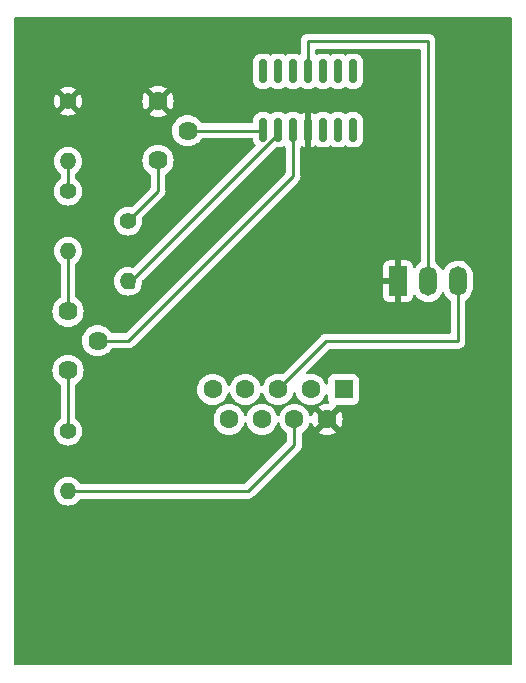
<source format=gbr>
%TF.GenerationSoftware,KiCad,Pcbnew,(6.0.5)*%
%TF.CreationDate,2022-06-27T13:36:48+02:00*%
%TF.ProjectId,luftTempProjekt,6c756674-5465-46d7-9050-726f6a656b74,rev?*%
%TF.SameCoordinates,Original*%
%TF.FileFunction,Copper,L1,Top*%
%TF.FilePolarity,Positive*%
%FSLAX46Y46*%
G04 Gerber Fmt 4.6, Leading zero omitted, Abs format (unit mm)*
G04 Created by KiCad (PCBNEW (6.0.5)) date 2022-06-27 13:36:48*
%MOMM*%
%LPD*%
G01*
G04 APERTURE LIST*
G04 Aperture macros list*
%AMRoundRect*
0 Rectangle with rounded corners*
0 $1 Rounding radius*
0 $2 $3 $4 $5 $6 $7 $8 $9 X,Y pos of 4 corners*
0 Add a 4 corners polygon primitive as box body*
4,1,4,$2,$3,$4,$5,$6,$7,$8,$9,$2,$3,0*
0 Add four circle primitives for the rounded corners*
1,1,$1+$1,$2,$3*
1,1,$1+$1,$4,$5*
1,1,$1+$1,$6,$7*
1,1,$1+$1,$8,$9*
0 Add four rect primitives between the rounded corners*
20,1,$1+$1,$2,$3,$4,$5,0*
20,1,$1+$1,$4,$5,$6,$7,0*
20,1,$1+$1,$6,$7,$8,$9,0*
20,1,$1+$1,$8,$9,$2,$3,0*%
G04 Aperture macros list end*
%TA.AperFunction,SMDPad,CuDef*%
%ADD10RoundRect,0.150000X0.150000X-0.825000X0.150000X0.825000X-0.150000X0.825000X-0.150000X-0.825000X0*%
%TD*%
%TA.AperFunction,ComponentPad*%
%ADD11C,1.400000*%
%TD*%
%TA.AperFunction,ComponentPad*%
%ADD12O,1.400000X1.400000*%
%TD*%
%TA.AperFunction,ComponentPad*%
%ADD13C,1.620000*%
%TD*%
%TA.AperFunction,ComponentPad*%
%ADD14R,1.500000X2.500000*%
%TD*%
%TA.AperFunction,ComponentPad*%
%ADD15O,1.500000X2.500000*%
%TD*%
%TA.AperFunction,ComponentPad*%
%ADD16R,1.600000X1.600000*%
%TD*%
%TA.AperFunction,ComponentPad*%
%ADD17C,1.600000*%
%TD*%
%TA.AperFunction,Conductor*%
%ADD18C,0.250000*%
%TD*%
G04 APERTURE END LIST*
D10*
%TO.P,U1,1*%
%TO.N,Net-(Q1-Pad2)*%
X138430000Y-78610000D03*
%TO.P,U1,2,-*%
%TO.N,Net-(J4-Pad2)*%
X139700000Y-78610000D03*
%TO.P,U1,3,+*%
%TO.N,Net-(RV1-Pad2)*%
X140970000Y-78610000D03*
%TO.P,U1,4,V+*%
%TO.N,+12V*%
X142240000Y-78610000D03*
%TO.P,U1,5*%
%TO.N,N/C*%
X143510000Y-78610000D03*
%TO.P,U1,6*%
X144780000Y-78610000D03*
%TO.P,U1,7*%
X146050000Y-78610000D03*
%TO.P,U1,8*%
X146050000Y-73660000D03*
%TO.P,U1,9*%
X144780000Y-73660000D03*
%TO.P,U1,10*%
X143510000Y-73660000D03*
%TO.P,U1,11,V-*%
%TO.N,GND*%
X142240000Y-73660000D03*
%TO.P,U1,12*%
%TO.N,N/C*%
X140970000Y-73660000D03*
%TO.P,U1,13*%
X139700000Y-73660000D03*
%TO.P,U1,14*%
X138430000Y-73660000D03*
%TD*%
D11*
%TO.P,R2,1*%
%TO.N,Net-(R1-Pad2)*%
X121920000Y-83820000D03*
D12*
%TO.P,R2,2*%
%TO.N,Net-(R2-Pad2)*%
X121920000Y-88900000D03*
%TD*%
D11*
%TO.P,R1,1*%
%TO.N,+12V*%
X121920000Y-76200000D03*
D12*
%TO.P,R1,2*%
%TO.N,Net-(R1-Pad2)*%
X121920000Y-81280000D03*
%TD*%
D13*
%TO.P,RV1,1,1*%
%TO.N,Net-(R2-Pad2)*%
X121920000Y-93980000D03*
%TO.P,RV1,2,2*%
%TO.N,Net-(RV1-Pad2)*%
X124420000Y-96480000D03*
%TO.P,RV1,3,3*%
%TO.N,Net-(R3-Pad1)*%
X121920000Y-98980000D03*
%TD*%
D14*
%TO.P,U2,1,Vin*%
%TO.N,+12V*%
X149860000Y-91440000D03*
D15*
%TO.P,U2,2,GND*%
%TO.N,GND*%
X152400000Y-91440000D03*
%TO.P,U2,3,Vout*%
%TO.N,Net-(J4-Pad3)*%
X154940000Y-91440000D03*
%TD*%
D13*
%TO.P,Q1,1,C*%
%TO.N,+12V*%
X129540000Y-76200000D03*
%TO.P,Q1,2,B*%
%TO.N,Net-(Q1-Pad2)*%
X132040000Y-78700000D03*
%TO.P,Q1,3,E*%
%TO.N,Net-(J4-Pad1)*%
X129540000Y-81200000D03*
%TD*%
D11*
%TO.P,R4,1*%
%TO.N,Net-(J4-Pad1)*%
X127000000Y-86360000D03*
D12*
%TO.P,R4,2*%
%TO.N,Net-(J4-Pad2)*%
X127000000Y-91440000D03*
%TD*%
D11*
%TO.P,R3,1*%
%TO.N,Net-(R3-Pad1)*%
X121920000Y-104140000D03*
D12*
%TO.P,R3,2*%
%TO.N,Net-(J4-Pad7)*%
X121920000Y-109220000D03*
%TD*%
D16*
%TO.P,J4,1,1*%
%TO.N,Net-(J4-Pad1)*%
X145250000Y-100589669D03*
D17*
%TO.P,J4,2,2*%
%TO.N,Net-(J4-Pad2)*%
X142480000Y-100589669D03*
%TO.P,J4,3,3*%
%TO.N,Net-(J4-Pad3)*%
X139710000Y-100589669D03*
%TO.P,J4,4,4*%
%TO.N,unconnected-(J4-Pad4)*%
X136940000Y-100589669D03*
%TO.P,J4,5,5*%
%TO.N,GND*%
X134170000Y-100589669D03*
%TO.P,J4,6,6*%
%TO.N,+12V*%
X143865000Y-103129669D03*
%TO.P,J4,7,7*%
%TO.N,Net-(J4-Pad7)*%
X141095000Y-103129669D03*
%TO.P,J4,8,8*%
%TO.N,unconnected-(J4-Pad8)*%
X138325000Y-103129669D03*
%TO.P,J4,9,9*%
%TO.N,unconnected-(J4-Pad9)*%
X135555000Y-103129669D03*
%TD*%
D18*
%TO.N,GND*%
X142240000Y-71120000D02*
X152400000Y-71120000D01*
X152400000Y-71120000D02*
X152400000Y-91440000D01*
X142240000Y-73660000D02*
X142240000Y-71120000D01*
%TO.N,Net-(Q1-Pad2)*%
X138340000Y-78700000D02*
X132040000Y-78700000D01*
X138430000Y-78610000D02*
X138340000Y-78700000D01*
%TO.N,Net-(R1-Pad2)*%
X121920000Y-81280000D02*
X121920000Y-83820000D01*
%TO.N,Net-(R2-Pad2)*%
X121920000Y-88900000D02*
X121920000Y-93980000D01*
%TO.N,Net-(R3-Pad1)*%
X121920000Y-98980000D02*
X121920000Y-104140000D01*
%TO.N,Net-(J4-Pad1)*%
X127000000Y-86360000D02*
X129540000Y-83820000D01*
X129540000Y-83820000D02*
X129540000Y-81280000D01*
%TO.N,Net-(J4-Pad7)*%
X141095000Y-103129669D02*
X141095000Y-105285000D01*
X141095000Y-105285000D02*
X137160000Y-109220000D01*
X137160000Y-109220000D02*
X121920000Y-109220000D01*
%TO.N,Net-(J4-Pad2)*%
X127449520Y-91889520D02*
X127000000Y-91440000D01*
X127000000Y-91440000D02*
X127246072Y-91440000D01*
X127246072Y-91440000D02*
X139700000Y-78986072D01*
X139700000Y-78986072D02*
X139700000Y-78740000D01*
%TO.N,Net-(RV1-Pad2)*%
X124420000Y-96480000D02*
X127040000Y-96480000D01*
X127040000Y-96480000D02*
X140970000Y-82550000D01*
X140970000Y-82550000D02*
X140970000Y-78610000D01*
%TO.N,Net-(J4-Pad3)*%
X154940000Y-96520000D02*
X154940000Y-91440000D01*
X143779669Y-96520000D02*
X154940000Y-96520000D01*
X139710000Y-100589669D02*
X143779669Y-96520000D01*
%TD*%
%TA.AperFunction,Conductor*%
%TO.N,+12V*%
G36*
X159453621Y-69108502D02*
G01*
X159500114Y-69162158D01*
X159511500Y-69214500D01*
X159511500Y-123825500D01*
X159491498Y-123893621D01*
X159437842Y-123940114D01*
X159385500Y-123951500D01*
X117474500Y-123951500D01*
X117406379Y-123931498D01*
X117359886Y-123877842D01*
X117348500Y-123825500D01*
X117348500Y-109220000D01*
X120706884Y-109220000D01*
X120725314Y-109430655D01*
X120780044Y-109634910D01*
X120782366Y-109639891D01*
X120782367Y-109639892D01*
X120866358Y-109820010D01*
X120869411Y-109826558D01*
X120990699Y-109999776D01*
X121140224Y-110149301D01*
X121313442Y-110270589D01*
X121318420Y-110272910D01*
X121318423Y-110272912D01*
X121500108Y-110357633D01*
X121505090Y-110359956D01*
X121510398Y-110361378D01*
X121510400Y-110361379D01*
X121704030Y-110413262D01*
X121704032Y-110413262D01*
X121709345Y-110414686D01*
X121920000Y-110433116D01*
X122130655Y-110414686D01*
X122135968Y-110413262D01*
X122135970Y-110413262D01*
X122329600Y-110361379D01*
X122329602Y-110361378D01*
X122334910Y-110359956D01*
X122339892Y-110357633D01*
X122521577Y-110272912D01*
X122521580Y-110272910D01*
X122526558Y-110270589D01*
X122699776Y-110149301D01*
X122849301Y-109999776D01*
X122914102Y-109907230D01*
X122969559Y-109862901D01*
X123017315Y-109853500D01*
X137081233Y-109853500D01*
X137092416Y-109854027D01*
X137099909Y-109855702D01*
X137107835Y-109855453D01*
X137107836Y-109855453D01*
X137167986Y-109853562D01*
X137171945Y-109853500D01*
X137199856Y-109853500D01*
X137203791Y-109853003D01*
X137203856Y-109852995D01*
X137215693Y-109852062D01*
X137247951Y-109851048D01*
X137251970Y-109850922D01*
X137259889Y-109850673D01*
X137279343Y-109845021D01*
X137298700Y-109841013D01*
X137310930Y-109839468D01*
X137310931Y-109839468D01*
X137318797Y-109838474D01*
X137326168Y-109835555D01*
X137326170Y-109835555D01*
X137359912Y-109822196D01*
X137371142Y-109818351D01*
X137405983Y-109808229D01*
X137405984Y-109808229D01*
X137413593Y-109806018D01*
X137420412Y-109801985D01*
X137420417Y-109801983D01*
X137431028Y-109795707D01*
X137448776Y-109787012D01*
X137467617Y-109779552D01*
X137503387Y-109753564D01*
X137513307Y-109747048D01*
X137544535Y-109728580D01*
X137544538Y-109728578D01*
X137551362Y-109724542D01*
X137565683Y-109710221D01*
X137580717Y-109697380D01*
X137590694Y-109690131D01*
X137597107Y-109685472D01*
X137625298Y-109651395D01*
X137633288Y-109642616D01*
X141487247Y-105788657D01*
X141495537Y-105781113D01*
X141502018Y-105777000D01*
X141548659Y-105727332D01*
X141551413Y-105724491D01*
X141571134Y-105704770D01*
X141573612Y-105701575D01*
X141581318Y-105692553D01*
X141606158Y-105666101D01*
X141611586Y-105660321D01*
X141621346Y-105642568D01*
X141632199Y-105626045D01*
X141639753Y-105616306D01*
X141644613Y-105610041D01*
X141662176Y-105569457D01*
X141667383Y-105558827D01*
X141688695Y-105520060D01*
X141690666Y-105512383D01*
X141690668Y-105512378D01*
X141693732Y-105500442D01*
X141700138Y-105481730D01*
X141705034Y-105470417D01*
X141708181Y-105463145D01*
X141715097Y-105419481D01*
X141717504Y-105407860D01*
X141726528Y-105372711D01*
X141726528Y-105372710D01*
X141728500Y-105365030D01*
X141728500Y-105344769D01*
X141730051Y-105325058D01*
X141731979Y-105312885D01*
X141733219Y-105305057D01*
X141729059Y-105261046D01*
X141728500Y-105249189D01*
X141728500Y-104349063D01*
X141748502Y-104280942D01*
X141782229Y-104245850D01*
X141825243Y-104215731D01*
X143143493Y-104215731D01*
X143152789Y-104227746D01*
X143203994Y-104263600D01*
X143213489Y-104269083D01*
X143410947Y-104361159D01*
X143421239Y-104364905D01*
X143631688Y-104421294D01*
X143642481Y-104423197D01*
X143859525Y-104442186D01*
X143870475Y-104442186D01*
X144087519Y-104423197D01*
X144098312Y-104421294D01*
X144308761Y-104364905D01*
X144319053Y-104361159D01*
X144516511Y-104269083D01*
X144526006Y-104263600D01*
X144578048Y-104227160D01*
X144586424Y-104216681D01*
X144579356Y-104203235D01*
X143877812Y-103501691D01*
X143863868Y-103494077D01*
X143862035Y-103494208D01*
X143855420Y-103498459D01*
X143149923Y-104203956D01*
X143143493Y-104215731D01*
X141825243Y-104215731D01*
X141934789Y-104139026D01*
X141934792Y-104139024D01*
X141939300Y-104135867D01*
X142101198Y-103973969D01*
X142232523Y-103786418D01*
X142234846Y-103781436D01*
X142234849Y-103781431D01*
X142326961Y-103583894D01*
X142326961Y-103583893D01*
X142329284Y-103578912D01*
X142358552Y-103469683D01*
X142395504Y-103409061D01*
X142459365Y-103378039D01*
X142529859Y-103386468D01*
X142584606Y-103431671D01*
X142601966Y-103469684D01*
X142629764Y-103573430D01*
X142633510Y-103583722D01*
X142725586Y-103781180D01*
X142731069Y-103790675D01*
X142767509Y-103842717D01*
X142777988Y-103851093D01*
X142791434Y-103844025D01*
X143492978Y-103142481D01*
X143499356Y-103130801D01*
X144229408Y-103130801D01*
X144229539Y-103132634D01*
X144233790Y-103139249D01*
X144939287Y-103844746D01*
X144951062Y-103851176D01*
X144963077Y-103841880D01*
X144998931Y-103790675D01*
X145004414Y-103781180D01*
X145096490Y-103583722D01*
X145100236Y-103573430D01*
X145156625Y-103362981D01*
X145158528Y-103352188D01*
X145177517Y-103135144D01*
X145177517Y-103124194D01*
X145158528Y-102907150D01*
X145156625Y-102896357D01*
X145100236Y-102685908D01*
X145096490Y-102675616D01*
X145004414Y-102478158D01*
X144998931Y-102468663D01*
X144962491Y-102416621D01*
X144952012Y-102408245D01*
X144938566Y-102415313D01*
X144237022Y-103116857D01*
X144229408Y-103130801D01*
X143499356Y-103130801D01*
X143500592Y-103128537D01*
X143500461Y-103126704D01*
X143496210Y-103120089D01*
X142790713Y-102414592D01*
X142778938Y-102408162D01*
X142766923Y-102417458D01*
X142731069Y-102468663D01*
X142725586Y-102478158D01*
X142633510Y-102675616D01*
X142629764Y-102685908D01*
X142601966Y-102789654D01*
X142565015Y-102850277D01*
X142501154Y-102881298D01*
X142430660Y-102872870D01*
X142375912Y-102827667D01*
X142358552Y-102789655D01*
X142330706Y-102685733D01*
X142329284Y-102680426D01*
X142234966Y-102478158D01*
X142234849Y-102477907D01*
X142234846Y-102477902D01*
X142232523Y-102472920D01*
X142101198Y-102285369D01*
X141939300Y-102123471D01*
X141934792Y-102120314D01*
X141934789Y-102120312D01*
X141808920Y-102032178D01*
X141751749Y-101992146D01*
X141746767Y-101989823D01*
X141746762Y-101989820D01*
X141549225Y-101897708D01*
X141549224Y-101897708D01*
X141544243Y-101895385D01*
X141538935Y-101893963D01*
X141538933Y-101893962D01*
X141328402Y-101837550D01*
X141328400Y-101837550D01*
X141323087Y-101836126D01*
X141095000Y-101816171D01*
X140866913Y-101836126D01*
X140861600Y-101837550D01*
X140861598Y-101837550D01*
X140651067Y-101893962D01*
X140651065Y-101893963D01*
X140645757Y-101895385D01*
X140640776Y-101897708D01*
X140640775Y-101897708D01*
X140443238Y-101989820D01*
X140443233Y-101989823D01*
X140438251Y-101992146D01*
X140381080Y-102032178D01*
X140255211Y-102120312D01*
X140255208Y-102120314D01*
X140250700Y-102123471D01*
X140088802Y-102285369D01*
X139957477Y-102472920D01*
X139955154Y-102477902D01*
X139955151Y-102477907D01*
X139955034Y-102478158D01*
X139860716Y-102680426D01*
X139859294Y-102685733D01*
X139859293Y-102685736D01*
X139831707Y-102788688D01*
X139794755Y-102849311D01*
X139730894Y-102880332D01*
X139660400Y-102871904D01*
X139605653Y-102826701D01*
X139588293Y-102788688D01*
X139560707Y-102685736D01*
X139560706Y-102685733D01*
X139559284Y-102680426D01*
X139464966Y-102478158D01*
X139464849Y-102477907D01*
X139464846Y-102477902D01*
X139462523Y-102472920D01*
X139331198Y-102285369D01*
X139169300Y-102123471D01*
X139164792Y-102120314D01*
X139164789Y-102120312D01*
X139038920Y-102032178D01*
X138981749Y-101992146D01*
X138976767Y-101989823D01*
X138976762Y-101989820D01*
X138779225Y-101897708D01*
X138779224Y-101897708D01*
X138774243Y-101895385D01*
X138768935Y-101893963D01*
X138768933Y-101893962D01*
X138558402Y-101837550D01*
X138558400Y-101837550D01*
X138553087Y-101836126D01*
X138325000Y-101816171D01*
X138096913Y-101836126D01*
X138091600Y-101837550D01*
X138091598Y-101837550D01*
X137881067Y-101893962D01*
X137881065Y-101893963D01*
X137875757Y-101895385D01*
X137870776Y-101897708D01*
X137870775Y-101897708D01*
X137673238Y-101989820D01*
X137673233Y-101989823D01*
X137668251Y-101992146D01*
X137611080Y-102032178D01*
X137485211Y-102120312D01*
X137485208Y-102120314D01*
X137480700Y-102123471D01*
X137318802Y-102285369D01*
X137187477Y-102472920D01*
X137185154Y-102477902D01*
X137185151Y-102477907D01*
X137185034Y-102478158D01*
X137090716Y-102680426D01*
X137089294Y-102685733D01*
X137089293Y-102685736D01*
X137061707Y-102788688D01*
X137024755Y-102849311D01*
X136960894Y-102880332D01*
X136890400Y-102871904D01*
X136835653Y-102826701D01*
X136818293Y-102788688D01*
X136790707Y-102685736D01*
X136790706Y-102685733D01*
X136789284Y-102680426D01*
X136694966Y-102478158D01*
X136694849Y-102477907D01*
X136694846Y-102477902D01*
X136692523Y-102472920D01*
X136561198Y-102285369D01*
X136399300Y-102123471D01*
X136394792Y-102120314D01*
X136394789Y-102120312D01*
X136268920Y-102032178D01*
X136211749Y-101992146D01*
X136206767Y-101989823D01*
X136206762Y-101989820D01*
X136009225Y-101897708D01*
X136009224Y-101897708D01*
X136004243Y-101895385D01*
X135998935Y-101893963D01*
X135998933Y-101893962D01*
X135788402Y-101837550D01*
X135788400Y-101837550D01*
X135783087Y-101836126D01*
X135555000Y-101816171D01*
X135326913Y-101836126D01*
X135321600Y-101837550D01*
X135321598Y-101837550D01*
X135111067Y-101893962D01*
X135111065Y-101893963D01*
X135105757Y-101895385D01*
X135100776Y-101897708D01*
X135100775Y-101897708D01*
X134903238Y-101989820D01*
X134903233Y-101989823D01*
X134898251Y-101992146D01*
X134841080Y-102032178D01*
X134715211Y-102120312D01*
X134715208Y-102120314D01*
X134710700Y-102123471D01*
X134548802Y-102285369D01*
X134417477Y-102472920D01*
X134415154Y-102477902D01*
X134415151Y-102477907D01*
X134415034Y-102478158D01*
X134320716Y-102680426D01*
X134319294Y-102685733D01*
X134319293Y-102685736D01*
X134275463Y-102849311D01*
X134261457Y-102901582D01*
X134241502Y-103129669D01*
X134261457Y-103357756D01*
X134262881Y-103363069D01*
X134262881Y-103363071D01*
X134300025Y-103501691D01*
X134320716Y-103578912D01*
X134323039Y-103583893D01*
X134323039Y-103583894D01*
X134415151Y-103781431D01*
X134415154Y-103781436D01*
X134417477Y-103786418D01*
X134548802Y-103973969D01*
X134710700Y-104135867D01*
X134715208Y-104139024D01*
X134715211Y-104139026D01*
X134793389Y-104193767D01*
X134898251Y-104267192D01*
X134903233Y-104269515D01*
X134903238Y-104269518D01*
X135065487Y-104345175D01*
X135105757Y-104363953D01*
X135111065Y-104365375D01*
X135111067Y-104365376D01*
X135321598Y-104421788D01*
X135321600Y-104421788D01*
X135326913Y-104423212D01*
X135555000Y-104443167D01*
X135783087Y-104423212D01*
X135788400Y-104421788D01*
X135788402Y-104421788D01*
X135998933Y-104365376D01*
X135998935Y-104365375D01*
X136004243Y-104363953D01*
X136044513Y-104345175D01*
X136206762Y-104269518D01*
X136206767Y-104269515D01*
X136211749Y-104267192D01*
X136316611Y-104193767D01*
X136394789Y-104139026D01*
X136394792Y-104139024D01*
X136399300Y-104135867D01*
X136561198Y-103973969D01*
X136692523Y-103786418D01*
X136694846Y-103781436D01*
X136694849Y-103781431D01*
X136786961Y-103583894D01*
X136786961Y-103583893D01*
X136789284Y-103578912D01*
X136809976Y-103501691D01*
X136818293Y-103470650D01*
X136855245Y-103410027D01*
X136919106Y-103379006D01*
X136989600Y-103387434D01*
X137044347Y-103432637D01*
X137061707Y-103470650D01*
X137070025Y-103501691D01*
X137090716Y-103578912D01*
X137093039Y-103583893D01*
X137093039Y-103583894D01*
X137185151Y-103781431D01*
X137185154Y-103781436D01*
X137187477Y-103786418D01*
X137318802Y-103973969D01*
X137480700Y-104135867D01*
X137485208Y-104139024D01*
X137485211Y-104139026D01*
X137563389Y-104193767D01*
X137668251Y-104267192D01*
X137673233Y-104269515D01*
X137673238Y-104269518D01*
X137835487Y-104345175D01*
X137875757Y-104363953D01*
X137881065Y-104365375D01*
X137881067Y-104365376D01*
X138091598Y-104421788D01*
X138091600Y-104421788D01*
X138096913Y-104423212D01*
X138325000Y-104443167D01*
X138553087Y-104423212D01*
X138558400Y-104421788D01*
X138558402Y-104421788D01*
X138768933Y-104365376D01*
X138768935Y-104365375D01*
X138774243Y-104363953D01*
X138814513Y-104345175D01*
X138976762Y-104269518D01*
X138976767Y-104269515D01*
X138981749Y-104267192D01*
X139086611Y-104193767D01*
X139164789Y-104139026D01*
X139164792Y-104139024D01*
X139169300Y-104135867D01*
X139331198Y-103973969D01*
X139462523Y-103786418D01*
X139464846Y-103781436D01*
X139464849Y-103781431D01*
X139556961Y-103583894D01*
X139556961Y-103583893D01*
X139559284Y-103578912D01*
X139579976Y-103501691D01*
X139588293Y-103470650D01*
X139625245Y-103410027D01*
X139689106Y-103379006D01*
X139759600Y-103387434D01*
X139814347Y-103432637D01*
X139831707Y-103470650D01*
X139840025Y-103501691D01*
X139860716Y-103578912D01*
X139863039Y-103583893D01*
X139863039Y-103583894D01*
X139955151Y-103781431D01*
X139955154Y-103781436D01*
X139957477Y-103786418D01*
X140088802Y-103973969D01*
X140250700Y-104135867D01*
X140255208Y-104139024D01*
X140255211Y-104139026D01*
X140407771Y-104245850D01*
X140452099Y-104301307D01*
X140461500Y-104349063D01*
X140461500Y-104970405D01*
X140441498Y-105038526D01*
X140424595Y-105059500D01*
X136934500Y-108549595D01*
X136872188Y-108583621D01*
X136845405Y-108586500D01*
X123017315Y-108586500D01*
X122949194Y-108566498D01*
X122914102Y-108532770D01*
X122852460Y-108444736D01*
X122849301Y-108440224D01*
X122699776Y-108290699D01*
X122526558Y-108169411D01*
X122521580Y-108167090D01*
X122521577Y-108167088D01*
X122339892Y-108082367D01*
X122339891Y-108082366D01*
X122334910Y-108080044D01*
X122329602Y-108078622D01*
X122329600Y-108078621D01*
X122135970Y-108026738D01*
X122135968Y-108026738D01*
X122130655Y-108025314D01*
X121920000Y-108006884D01*
X121709345Y-108025314D01*
X121704032Y-108026738D01*
X121704030Y-108026738D01*
X121510400Y-108078621D01*
X121510398Y-108078622D01*
X121505090Y-108080044D01*
X121500109Y-108082366D01*
X121500108Y-108082367D01*
X121318423Y-108167088D01*
X121318420Y-108167090D01*
X121313442Y-108169411D01*
X121140224Y-108290699D01*
X120990699Y-108440224D01*
X120869411Y-108613442D01*
X120780044Y-108805090D01*
X120725314Y-109009345D01*
X120706884Y-109220000D01*
X117348500Y-109220000D01*
X117348500Y-98980000D01*
X120596464Y-98980000D01*
X120616571Y-99209830D01*
X120676283Y-99432676D01*
X120685362Y-99452146D01*
X120771458Y-99636781D01*
X120771461Y-99636786D01*
X120773784Y-99641768D01*
X120906113Y-99830753D01*
X121069247Y-99993887D01*
X121073755Y-99997044D01*
X121073758Y-99997046D01*
X121232771Y-100108388D01*
X121277099Y-100163845D01*
X121286500Y-100211601D01*
X121286500Y-103042685D01*
X121266498Y-103110806D01*
X121232770Y-103145898D01*
X121140224Y-103210699D01*
X120990699Y-103360224D01*
X120869411Y-103533442D01*
X120867090Y-103538420D01*
X120867088Y-103538423D01*
X120848208Y-103578912D01*
X120780044Y-103725090D01*
X120778622Y-103730398D01*
X120778621Y-103730400D01*
X120746259Y-103851176D01*
X120725314Y-103929345D01*
X120706884Y-104140000D01*
X120725314Y-104350655D01*
X120726738Y-104355968D01*
X120726738Y-104355970D01*
X120750103Y-104443167D01*
X120780044Y-104554910D01*
X120869411Y-104746558D01*
X120990699Y-104919776D01*
X121140224Y-105069301D01*
X121313442Y-105190589D01*
X121318420Y-105192910D01*
X121318423Y-105192912D01*
X121464537Y-105261046D01*
X121505090Y-105279956D01*
X121510398Y-105281378D01*
X121510400Y-105281379D01*
X121704030Y-105333262D01*
X121704032Y-105333262D01*
X121709345Y-105334686D01*
X121920000Y-105353116D01*
X122130655Y-105334686D01*
X122135968Y-105333262D01*
X122135970Y-105333262D01*
X122329600Y-105281379D01*
X122329602Y-105281378D01*
X122334910Y-105279956D01*
X122375463Y-105261046D01*
X122521577Y-105192912D01*
X122521580Y-105192910D01*
X122526558Y-105190589D01*
X122699776Y-105069301D01*
X122849301Y-104919776D01*
X122970589Y-104746558D01*
X123059956Y-104554910D01*
X123089898Y-104443167D01*
X123113262Y-104355970D01*
X123113262Y-104355968D01*
X123114686Y-104350655D01*
X123133116Y-104140000D01*
X123114686Y-103929345D01*
X123093741Y-103851176D01*
X123061379Y-103730400D01*
X123061378Y-103730398D01*
X123059956Y-103725090D01*
X122991792Y-103578912D01*
X122972912Y-103538423D01*
X122972910Y-103538420D01*
X122970589Y-103533442D01*
X122849301Y-103360224D01*
X122699776Y-103210699D01*
X122607230Y-103145898D01*
X122562901Y-103090441D01*
X122553500Y-103042685D01*
X122553500Y-100589669D01*
X132856502Y-100589669D01*
X132876457Y-100817756D01*
X132935716Y-101038912D01*
X132938039Y-101043893D01*
X132938039Y-101043894D01*
X133030151Y-101241431D01*
X133030154Y-101241436D01*
X133032477Y-101246418D01*
X133163802Y-101433969D01*
X133325700Y-101595867D01*
X133330208Y-101599024D01*
X133330211Y-101599026D01*
X133382680Y-101635765D01*
X133513251Y-101727192D01*
X133518233Y-101729515D01*
X133518238Y-101729518D01*
X133706172Y-101817152D01*
X133720757Y-101823953D01*
X133726065Y-101825375D01*
X133726067Y-101825376D01*
X133936598Y-101881788D01*
X133936600Y-101881788D01*
X133941913Y-101883212D01*
X134170000Y-101903167D01*
X134398087Y-101883212D01*
X134403400Y-101881788D01*
X134403402Y-101881788D01*
X134613933Y-101825376D01*
X134613935Y-101825375D01*
X134619243Y-101823953D01*
X134633828Y-101817152D01*
X134821762Y-101729518D01*
X134821767Y-101729515D01*
X134826749Y-101727192D01*
X134957320Y-101635765D01*
X135009789Y-101599026D01*
X135009792Y-101599024D01*
X135014300Y-101595867D01*
X135176198Y-101433969D01*
X135307523Y-101246418D01*
X135309846Y-101241436D01*
X135309849Y-101241431D01*
X135401961Y-101043894D01*
X135401961Y-101043893D01*
X135404284Y-101038912D01*
X135433293Y-100930650D01*
X135470245Y-100870027D01*
X135534106Y-100839006D01*
X135604600Y-100847434D01*
X135659347Y-100892637D01*
X135676707Y-100930650D01*
X135705716Y-101038912D01*
X135708039Y-101043893D01*
X135708039Y-101043894D01*
X135800151Y-101241431D01*
X135800154Y-101241436D01*
X135802477Y-101246418D01*
X135933802Y-101433969D01*
X136095700Y-101595867D01*
X136100208Y-101599024D01*
X136100211Y-101599026D01*
X136152680Y-101635765D01*
X136283251Y-101727192D01*
X136288233Y-101729515D01*
X136288238Y-101729518D01*
X136476172Y-101817152D01*
X136490757Y-101823953D01*
X136496065Y-101825375D01*
X136496067Y-101825376D01*
X136706598Y-101881788D01*
X136706600Y-101881788D01*
X136711913Y-101883212D01*
X136940000Y-101903167D01*
X137168087Y-101883212D01*
X137173400Y-101881788D01*
X137173402Y-101881788D01*
X137383933Y-101825376D01*
X137383935Y-101825375D01*
X137389243Y-101823953D01*
X137403828Y-101817152D01*
X137591762Y-101729518D01*
X137591767Y-101729515D01*
X137596749Y-101727192D01*
X137727320Y-101635765D01*
X137779789Y-101599026D01*
X137779792Y-101599024D01*
X137784300Y-101595867D01*
X137946198Y-101433969D01*
X138077523Y-101246418D01*
X138079846Y-101241436D01*
X138079849Y-101241431D01*
X138171961Y-101043894D01*
X138171961Y-101043893D01*
X138174284Y-101038912D01*
X138203293Y-100930650D01*
X138240245Y-100870027D01*
X138304106Y-100839006D01*
X138374600Y-100847434D01*
X138429347Y-100892637D01*
X138446707Y-100930650D01*
X138475716Y-101038912D01*
X138478039Y-101043893D01*
X138478039Y-101043894D01*
X138570151Y-101241431D01*
X138570154Y-101241436D01*
X138572477Y-101246418D01*
X138703802Y-101433969D01*
X138865700Y-101595867D01*
X138870208Y-101599024D01*
X138870211Y-101599026D01*
X138922680Y-101635765D01*
X139053251Y-101727192D01*
X139058233Y-101729515D01*
X139058238Y-101729518D01*
X139246172Y-101817152D01*
X139260757Y-101823953D01*
X139266065Y-101825375D01*
X139266067Y-101825376D01*
X139476598Y-101881788D01*
X139476600Y-101881788D01*
X139481913Y-101883212D01*
X139710000Y-101903167D01*
X139938087Y-101883212D01*
X139943400Y-101881788D01*
X139943402Y-101881788D01*
X140153933Y-101825376D01*
X140153935Y-101825375D01*
X140159243Y-101823953D01*
X140173828Y-101817152D01*
X140361762Y-101729518D01*
X140361767Y-101729515D01*
X140366749Y-101727192D01*
X140497320Y-101635765D01*
X140549789Y-101599026D01*
X140549792Y-101599024D01*
X140554300Y-101595867D01*
X140716198Y-101433969D01*
X140847523Y-101246418D01*
X140849846Y-101241436D01*
X140849849Y-101241431D01*
X140941961Y-101043894D01*
X140941961Y-101043893D01*
X140944284Y-101038912D01*
X140973293Y-100930650D01*
X141010245Y-100870027D01*
X141074106Y-100839006D01*
X141144600Y-100847434D01*
X141199347Y-100892637D01*
X141216707Y-100930650D01*
X141245716Y-101038912D01*
X141248039Y-101043893D01*
X141248039Y-101043894D01*
X141340151Y-101241431D01*
X141340154Y-101241436D01*
X141342477Y-101246418D01*
X141473802Y-101433969D01*
X141635700Y-101595867D01*
X141640208Y-101599024D01*
X141640211Y-101599026D01*
X141692680Y-101635765D01*
X141823251Y-101727192D01*
X141828233Y-101729515D01*
X141828238Y-101729518D01*
X142016172Y-101817152D01*
X142030757Y-101823953D01*
X142036065Y-101825375D01*
X142036067Y-101825376D01*
X142246598Y-101881788D01*
X142246600Y-101881788D01*
X142251913Y-101883212D01*
X142480000Y-101903167D01*
X142708087Y-101883212D01*
X142713400Y-101881788D01*
X142713402Y-101881788D01*
X142923933Y-101825376D01*
X142923935Y-101825375D01*
X142929243Y-101823953D01*
X142943828Y-101817152D01*
X143131762Y-101729518D01*
X143131767Y-101729515D01*
X143136749Y-101727192D01*
X143267320Y-101635765D01*
X143319789Y-101599026D01*
X143319792Y-101599024D01*
X143324300Y-101595867D01*
X143486198Y-101433969D01*
X143617523Y-101246418D01*
X143619846Y-101241436D01*
X143619849Y-101241431D01*
X143701305Y-101066746D01*
X143748222Y-101013461D01*
X143816499Y-100994000D01*
X143884459Y-101014542D01*
X143930525Y-101068564D01*
X143941500Y-101119996D01*
X143941500Y-101437803D01*
X143948255Y-101499985D01*
X143951029Y-101507384D01*
X143984200Y-101595867D01*
X143999157Y-101635765D01*
X143999385Y-101636374D01*
X143999297Y-101636407D01*
X144013430Y-101701032D01*
X143988692Y-101767579D01*
X143931903Y-101810188D01*
X143876758Y-101817701D01*
X143870484Y-101817152D01*
X143859525Y-101817152D01*
X143642481Y-101836141D01*
X143631688Y-101838044D01*
X143421239Y-101894433D01*
X143410947Y-101898179D01*
X143213489Y-101990255D01*
X143203994Y-101995738D01*
X143151952Y-102032178D01*
X143143576Y-102042657D01*
X143150644Y-102056103D01*
X143852188Y-102757647D01*
X143866132Y-102765261D01*
X143867965Y-102765130D01*
X143874580Y-102760879D01*
X144580077Y-102055382D01*
X144587691Y-102041438D01*
X144587099Y-102033159D01*
X144602190Y-101963785D01*
X144652392Y-101913582D01*
X144712778Y-101898169D01*
X146098134Y-101898169D01*
X146160316Y-101891414D01*
X146296705Y-101840284D01*
X146413261Y-101752930D01*
X146500615Y-101636374D01*
X146551745Y-101499985D01*
X146558500Y-101437803D01*
X146558500Y-99741535D01*
X146551745Y-99679353D01*
X146500615Y-99542964D01*
X146413261Y-99426408D01*
X146296705Y-99339054D01*
X146160316Y-99287924D01*
X146098134Y-99281169D01*
X144401866Y-99281169D01*
X144339684Y-99287924D01*
X144203295Y-99339054D01*
X144086739Y-99426408D01*
X143999385Y-99542964D01*
X143948255Y-99679353D01*
X143941500Y-99741535D01*
X143941500Y-100059342D01*
X143921498Y-100127463D01*
X143867842Y-100173956D01*
X143797568Y-100184060D01*
X143732988Y-100154566D01*
X143701305Y-100112592D01*
X143619849Y-99937907D01*
X143619846Y-99937902D01*
X143617523Y-99932920D01*
X143486198Y-99745369D01*
X143324300Y-99583471D01*
X143319792Y-99580314D01*
X143319789Y-99580312D01*
X143241611Y-99525571D01*
X143136749Y-99452146D01*
X143131767Y-99449823D01*
X143131762Y-99449820D01*
X142934225Y-99357708D01*
X142934224Y-99357708D01*
X142929243Y-99355385D01*
X142923935Y-99353963D01*
X142923933Y-99353962D01*
X142713402Y-99297550D01*
X142713400Y-99297550D01*
X142708087Y-99296126D01*
X142480000Y-99276171D01*
X142251913Y-99296126D01*
X142246600Y-99297550D01*
X142246598Y-99297550D01*
X142224650Y-99303431D01*
X142153673Y-99301741D01*
X142094878Y-99261947D01*
X142066930Y-99196682D01*
X142078704Y-99126669D01*
X142102944Y-99092629D01*
X142662939Y-98532635D01*
X144005169Y-97190405D01*
X144067481Y-97156379D01*
X144094264Y-97153500D01*
X154868207Y-97153500D01*
X154891816Y-97155732D01*
X154892119Y-97155790D01*
X154892123Y-97155790D01*
X154899906Y-97157275D01*
X154955951Y-97153749D01*
X154963862Y-97153500D01*
X154979856Y-97153500D01*
X154995730Y-97151494D01*
X155003590Y-97150752D01*
X155031049Y-97149024D01*
X155051737Y-97147723D01*
X155051738Y-97147723D01*
X155059650Y-97147225D01*
X155067191Y-97144775D01*
X155067487Y-97144679D01*
X155090631Y-97139506D01*
X155090935Y-97139468D01*
X155090940Y-97139467D01*
X155098797Y-97138474D01*
X155106162Y-97135558D01*
X155106166Y-97135557D01*
X155151011Y-97117801D01*
X155158430Y-97115129D01*
X155211875Y-97097764D01*
X155218572Y-97093514D01*
X155218831Y-97093350D01*
X155239958Y-97082585D01*
X155240246Y-97082471D01*
X155240251Y-97082468D01*
X155247617Y-97079552D01*
X155254025Y-97074896D01*
X155254031Y-97074893D01*
X155293052Y-97046542D01*
X155299589Y-97042099D01*
X155347018Y-97012000D01*
X155352659Y-97005993D01*
X155370446Y-96990312D01*
X155370691Y-96990134D01*
X155370693Y-96990132D01*
X155377107Y-96985472D01*
X155382162Y-96979362D01*
X155412903Y-96942204D01*
X155418134Y-96936270D01*
X155451158Y-96901102D01*
X155451160Y-96901099D01*
X155456586Y-96895321D01*
X155460558Y-96888097D01*
X155473881Y-96868494D01*
X155474080Y-96868254D01*
X155474084Y-96868247D01*
X155479133Y-96862144D01*
X155503047Y-96811324D01*
X155506629Y-96804292D01*
X155533695Y-96755060D01*
X155535665Y-96747385D01*
X155535668Y-96747379D01*
X155535744Y-96747081D01*
X155543776Y-96724772D01*
X155543906Y-96724497D01*
X155543909Y-96724489D01*
X155547283Y-96717318D01*
X155557806Y-96662151D01*
X155559532Y-96654429D01*
X155571529Y-96607707D01*
X155571529Y-96607706D01*
X155573500Y-96600030D01*
X155573500Y-96591793D01*
X155575732Y-96568184D01*
X155575790Y-96567881D01*
X155575790Y-96567877D01*
X155577275Y-96560094D01*
X155573749Y-96504049D01*
X155573500Y-96496138D01*
X155573500Y-93102447D01*
X155593502Y-93034326D01*
X155622796Y-93002485D01*
X155790841Y-92873539D01*
X155790848Y-92873533D01*
X155795292Y-92870123D01*
X155946485Y-92703964D01*
X155989205Y-92635863D01*
X156062885Y-92518405D01*
X156065864Y-92513656D01*
X156149656Y-92305217D01*
X156195213Y-92085233D01*
X156198500Y-92028225D01*
X156198500Y-90883001D01*
X156183617Y-90716238D01*
X156124337Y-90499549D01*
X156119540Y-90489490D01*
X156058536Y-90361595D01*
X156027622Y-90296782D01*
X155896529Y-90114346D01*
X155735201Y-89958008D01*
X155548738Y-89832710D01*
X155343033Y-89742412D01*
X155337582Y-89741103D01*
X155337578Y-89741102D01*
X155130046Y-89691278D01*
X155130045Y-89691278D01*
X155124589Y-89689968D01*
X155036289Y-89684877D01*
X154905917Y-89677360D01*
X154905914Y-89677360D01*
X154900310Y-89677037D01*
X154677285Y-89704025D01*
X154462565Y-89770082D01*
X154457585Y-89772652D01*
X154457581Y-89772654D01*
X154306500Y-89850633D01*
X154262936Y-89873118D01*
X154084708Y-90009877D01*
X153933515Y-90176036D01*
X153930537Y-90180783D01*
X153930535Y-90180786D01*
X153854599Y-90301840D01*
X153814136Y-90366344D01*
X153787039Y-90433750D01*
X153743075Y-90489490D01*
X153675950Y-90512616D01*
X153606979Y-90495779D01*
X153556408Y-90440995D01*
X153487622Y-90296782D01*
X153356529Y-90114346D01*
X153195201Y-89958008D01*
X153089224Y-89886794D01*
X153043839Y-89832198D01*
X153033500Y-89782213D01*
X153033500Y-71191793D01*
X153035732Y-71168184D01*
X153035790Y-71167881D01*
X153035790Y-71167877D01*
X153037275Y-71160094D01*
X153033749Y-71104049D01*
X153033500Y-71096138D01*
X153033500Y-71080144D01*
X153031494Y-71064270D01*
X153030751Y-71056402D01*
X153029718Y-71039970D01*
X153027225Y-71000350D01*
X153024679Y-70992513D01*
X153019506Y-70969369D01*
X153019468Y-70969065D01*
X153019467Y-70969060D01*
X153018474Y-70961203D01*
X153015558Y-70953838D01*
X153015557Y-70953834D01*
X152997801Y-70908989D01*
X152995129Y-70901570D01*
X152977764Y-70848125D01*
X152973514Y-70841428D01*
X152973350Y-70841169D01*
X152962585Y-70820042D01*
X152962471Y-70819754D01*
X152962468Y-70819749D01*
X152959552Y-70812383D01*
X152954896Y-70805975D01*
X152954893Y-70805969D01*
X152926542Y-70766948D01*
X152922092Y-70760401D01*
X152892000Y-70712982D01*
X152885993Y-70707341D01*
X152870312Y-70689554D01*
X152870134Y-70689309D01*
X152870132Y-70689307D01*
X152865472Y-70682893D01*
X152859362Y-70677838D01*
X152822204Y-70647097D01*
X152816270Y-70641866D01*
X152781102Y-70608842D01*
X152781099Y-70608840D01*
X152775321Y-70603414D01*
X152768097Y-70599442D01*
X152748494Y-70586119D01*
X152748254Y-70585920D01*
X152748247Y-70585916D01*
X152742144Y-70580867D01*
X152691324Y-70556953D01*
X152684292Y-70553371D01*
X152635060Y-70526305D01*
X152627385Y-70524335D01*
X152627379Y-70524332D01*
X152627081Y-70524256D01*
X152604772Y-70516224D01*
X152604497Y-70516094D01*
X152604489Y-70516091D01*
X152597318Y-70512717D01*
X152542151Y-70502194D01*
X152534442Y-70500471D01*
X152500449Y-70491743D01*
X152487707Y-70488471D01*
X152487706Y-70488471D01*
X152480030Y-70486500D01*
X152471793Y-70486500D01*
X152448184Y-70484268D01*
X152447881Y-70484210D01*
X152447877Y-70484210D01*
X152440094Y-70482725D01*
X152384049Y-70486251D01*
X152376138Y-70486500D01*
X142311793Y-70486500D01*
X142288184Y-70484268D01*
X142287881Y-70484210D01*
X142287877Y-70484210D01*
X142280094Y-70482725D01*
X142224049Y-70486251D01*
X142216138Y-70486500D01*
X142200144Y-70486500D01*
X142184270Y-70488506D01*
X142176410Y-70489248D01*
X142148951Y-70490976D01*
X142128263Y-70492277D01*
X142128262Y-70492277D01*
X142120350Y-70492775D01*
X142112809Y-70495225D01*
X142112513Y-70495321D01*
X142089369Y-70500494D01*
X142089065Y-70500532D01*
X142089060Y-70500533D01*
X142081203Y-70501526D01*
X142073838Y-70504442D01*
X142073834Y-70504443D01*
X142028989Y-70522199D01*
X142021570Y-70524871D01*
X141968125Y-70542236D01*
X141961429Y-70546486D01*
X141961428Y-70546486D01*
X141961169Y-70546650D01*
X141940042Y-70557415D01*
X141939754Y-70557529D01*
X141939749Y-70557532D01*
X141932383Y-70560448D01*
X141925975Y-70565104D01*
X141925969Y-70565107D01*
X141886948Y-70593458D01*
X141880411Y-70597901D01*
X141832982Y-70628000D01*
X141827556Y-70633778D01*
X141827555Y-70633779D01*
X141827341Y-70634007D01*
X141809554Y-70649688D01*
X141809309Y-70649866D01*
X141809307Y-70649868D01*
X141802893Y-70654528D01*
X141797839Y-70660637D01*
X141797838Y-70660638D01*
X141767097Y-70697796D01*
X141761866Y-70703730D01*
X141728842Y-70738898D01*
X141728840Y-70738901D01*
X141723414Y-70744679D01*
X141719445Y-70751899D01*
X141706119Y-70771506D01*
X141705920Y-70771746D01*
X141705916Y-70771753D01*
X141700867Y-70777856D01*
X141697493Y-70785027D01*
X141676953Y-70828676D01*
X141673371Y-70835708D01*
X141646305Y-70884940D01*
X141644335Y-70892615D01*
X141644332Y-70892621D01*
X141644256Y-70892919D01*
X141636224Y-70915228D01*
X141636094Y-70915503D01*
X141636091Y-70915511D01*
X141632717Y-70922682D01*
X141631231Y-70930474D01*
X141622195Y-70977843D01*
X141620471Y-70985558D01*
X141606500Y-71039970D01*
X141606500Y-71048207D01*
X141604268Y-71071816D01*
X141602725Y-71079906D01*
X141603223Y-71087817D01*
X141606251Y-71135951D01*
X141606500Y-71143862D01*
X141606500Y-72136776D01*
X141586498Y-72204897D01*
X141532842Y-72251390D01*
X141462568Y-72261494D01*
X141416364Y-72245231D01*
X141383601Y-72225855D01*
X141375990Y-72223644D01*
X141375988Y-72223643D01*
X141311462Y-72204897D01*
X141223831Y-72179438D01*
X141217426Y-72178934D01*
X141217421Y-72178933D01*
X141188958Y-72176693D01*
X141188950Y-72176693D01*
X141186502Y-72176500D01*
X140753498Y-72176500D01*
X140751050Y-72176693D01*
X140751042Y-72176693D01*
X140722579Y-72178933D01*
X140722574Y-72178934D01*
X140716169Y-72179438D01*
X140628538Y-72204897D01*
X140564012Y-72223643D01*
X140564010Y-72223644D01*
X140556399Y-72225855D01*
X140413193Y-72310547D01*
X140410511Y-72313229D01*
X140346139Y-72338502D01*
X140276516Y-72324600D01*
X140260688Y-72314428D01*
X140256807Y-72310547D01*
X140113601Y-72225855D01*
X140105990Y-72223644D01*
X140105988Y-72223643D01*
X140041462Y-72204897D01*
X139953831Y-72179438D01*
X139947426Y-72178934D01*
X139947421Y-72178933D01*
X139918958Y-72176693D01*
X139918950Y-72176693D01*
X139916502Y-72176500D01*
X139483498Y-72176500D01*
X139481050Y-72176693D01*
X139481042Y-72176693D01*
X139452579Y-72178933D01*
X139452574Y-72178934D01*
X139446169Y-72179438D01*
X139358538Y-72204897D01*
X139294012Y-72223643D01*
X139294010Y-72223644D01*
X139286399Y-72225855D01*
X139143193Y-72310547D01*
X139140511Y-72313229D01*
X139076139Y-72338502D01*
X139006516Y-72324600D01*
X138990688Y-72314428D01*
X138986807Y-72310547D01*
X138843601Y-72225855D01*
X138835990Y-72223644D01*
X138835988Y-72223643D01*
X138771462Y-72204897D01*
X138683831Y-72179438D01*
X138677426Y-72178934D01*
X138677421Y-72178933D01*
X138648958Y-72176693D01*
X138648950Y-72176693D01*
X138646502Y-72176500D01*
X138213498Y-72176500D01*
X138211050Y-72176693D01*
X138211042Y-72176693D01*
X138182579Y-72178933D01*
X138182574Y-72178934D01*
X138176169Y-72179438D01*
X138088538Y-72204897D01*
X138024012Y-72223643D01*
X138024010Y-72223644D01*
X138016399Y-72225855D01*
X138009572Y-72229892D01*
X138009573Y-72229892D01*
X137880020Y-72306509D01*
X137880017Y-72306511D01*
X137873193Y-72310547D01*
X137755547Y-72428193D01*
X137751511Y-72435017D01*
X137751509Y-72435020D01*
X137687893Y-72542589D01*
X137670855Y-72571399D01*
X137624438Y-72731169D01*
X137621500Y-72768498D01*
X137621500Y-74551502D01*
X137624438Y-74588831D01*
X137670855Y-74748601D01*
X137674892Y-74755427D01*
X137751509Y-74884980D01*
X137751511Y-74884983D01*
X137755547Y-74891807D01*
X137873193Y-75009453D01*
X137880017Y-75013489D01*
X137880020Y-75013491D01*
X137944953Y-75051892D01*
X138016399Y-75094145D01*
X138024010Y-75096356D01*
X138024012Y-75096357D01*
X138056537Y-75105806D01*
X138176169Y-75140562D01*
X138182574Y-75141066D01*
X138182579Y-75141067D01*
X138211042Y-75143307D01*
X138211050Y-75143307D01*
X138213498Y-75143500D01*
X138646502Y-75143500D01*
X138648950Y-75143307D01*
X138648958Y-75143307D01*
X138677421Y-75141067D01*
X138677426Y-75141066D01*
X138683831Y-75140562D01*
X138803463Y-75105806D01*
X138835988Y-75096357D01*
X138835990Y-75096356D01*
X138843601Y-75094145D01*
X138986807Y-75009453D01*
X138989489Y-75006771D01*
X139053861Y-74981498D01*
X139123484Y-74995400D01*
X139139312Y-75005572D01*
X139143193Y-75009453D01*
X139286399Y-75094145D01*
X139294010Y-75096356D01*
X139294012Y-75096357D01*
X139326537Y-75105806D01*
X139446169Y-75140562D01*
X139452574Y-75141066D01*
X139452579Y-75141067D01*
X139481042Y-75143307D01*
X139481050Y-75143307D01*
X139483498Y-75143500D01*
X139916502Y-75143500D01*
X139918950Y-75143307D01*
X139918958Y-75143307D01*
X139947421Y-75141067D01*
X139947426Y-75141066D01*
X139953831Y-75140562D01*
X140073463Y-75105806D01*
X140105988Y-75096357D01*
X140105990Y-75096356D01*
X140113601Y-75094145D01*
X140256807Y-75009453D01*
X140259489Y-75006771D01*
X140323861Y-74981498D01*
X140393484Y-74995400D01*
X140409312Y-75005572D01*
X140413193Y-75009453D01*
X140556399Y-75094145D01*
X140564010Y-75096356D01*
X140564012Y-75096357D01*
X140596537Y-75105806D01*
X140716169Y-75140562D01*
X140722574Y-75141066D01*
X140722579Y-75141067D01*
X140751042Y-75143307D01*
X140751050Y-75143307D01*
X140753498Y-75143500D01*
X141186502Y-75143500D01*
X141188950Y-75143307D01*
X141188958Y-75143307D01*
X141217421Y-75141067D01*
X141217426Y-75141066D01*
X141223831Y-75140562D01*
X141343463Y-75105806D01*
X141375988Y-75096357D01*
X141375990Y-75096356D01*
X141383601Y-75094145D01*
X141526807Y-75009453D01*
X141529489Y-75006771D01*
X141593861Y-74981498D01*
X141663484Y-74995400D01*
X141679312Y-75005572D01*
X141683193Y-75009453D01*
X141826399Y-75094145D01*
X141834010Y-75096356D01*
X141834012Y-75096357D01*
X141866537Y-75105806D01*
X141986169Y-75140562D01*
X141992574Y-75141066D01*
X141992579Y-75141067D01*
X142021042Y-75143307D01*
X142021050Y-75143307D01*
X142023498Y-75143500D01*
X142456502Y-75143500D01*
X142458950Y-75143307D01*
X142458958Y-75143307D01*
X142487421Y-75141067D01*
X142487426Y-75141066D01*
X142493831Y-75140562D01*
X142613463Y-75105806D01*
X142645988Y-75096357D01*
X142645990Y-75096356D01*
X142653601Y-75094145D01*
X142796807Y-75009453D01*
X142799489Y-75006771D01*
X142863861Y-74981498D01*
X142933484Y-74995400D01*
X142949312Y-75005572D01*
X142953193Y-75009453D01*
X143096399Y-75094145D01*
X143104010Y-75096356D01*
X143104012Y-75096357D01*
X143136537Y-75105806D01*
X143256169Y-75140562D01*
X143262574Y-75141066D01*
X143262579Y-75141067D01*
X143291042Y-75143307D01*
X143291050Y-75143307D01*
X143293498Y-75143500D01*
X143726502Y-75143500D01*
X143728950Y-75143307D01*
X143728958Y-75143307D01*
X143757421Y-75141067D01*
X143757426Y-75141066D01*
X143763831Y-75140562D01*
X143883463Y-75105806D01*
X143915988Y-75096357D01*
X143915990Y-75096356D01*
X143923601Y-75094145D01*
X144066807Y-75009453D01*
X144069489Y-75006771D01*
X144133861Y-74981498D01*
X144203484Y-74995400D01*
X144219312Y-75005572D01*
X144223193Y-75009453D01*
X144366399Y-75094145D01*
X144374010Y-75096356D01*
X144374012Y-75096357D01*
X144406537Y-75105806D01*
X144526169Y-75140562D01*
X144532574Y-75141066D01*
X144532579Y-75141067D01*
X144561042Y-75143307D01*
X144561050Y-75143307D01*
X144563498Y-75143500D01*
X144996502Y-75143500D01*
X144998950Y-75143307D01*
X144998958Y-75143307D01*
X145027421Y-75141067D01*
X145027426Y-75141066D01*
X145033831Y-75140562D01*
X145153463Y-75105806D01*
X145185988Y-75096357D01*
X145185990Y-75096356D01*
X145193601Y-75094145D01*
X145336807Y-75009453D01*
X145339489Y-75006771D01*
X145403861Y-74981498D01*
X145473484Y-74995400D01*
X145489312Y-75005572D01*
X145493193Y-75009453D01*
X145636399Y-75094145D01*
X145644010Y-75096356D01*
X145644012Y-75096357D01*
X145676537Y-75105806D01*
X145796169Y-75140562D01*
X145802574Y-75141066D01*
X145802579Y-75141067D01*
X145831042Y-75143307D01*
X145831050Y-75143307D01*
X145833498Y-75143500D01*
X146266502Y-75143500D01*
X146268950Y-75143307D01*
X146268958Y-75143307D01*
X146297421Y-75141067D01*
X146297426Y-75141066D01*
X146303831Y-75140562D01*
X146423463Y-75105806D01*
X146455988Y-75096357D01*
X146455990Y-75096356D01*
X146463601Y-75094145D01*
X146535047Y-75051892D01*
X146599980Y-75013491D01*
X146599983Y-75013489D01*
X146606807Y-75009453D01*
X146724453Y-74891807D01*
X146728489Y-74884983D01*
X146728491Y-74884980D01*
X146805108Y-74755427D01*
X146809145Y-74748601D01*
X146855562Y-74588831D01*
X146858500Y-74551502D01*
X146858500Y-72768498D01*
X146855562Y-72731169D01*
X146809145Y-72571399D01*
X146792107Y-72542589D01*
X146728491Y-72435020D01*
X146728489Y-72435017D01*
X146724453Y-72428193D01*
X146606807Y-72310547D01*
X146599983Y-72306511D01*
X146599980Y-72306509D01*
X146470427Y-72229892D01*
X146470428Y-72229892D01*
X146463601Y-72225855D01*
X146455990Y-72223644D01*
X146455988Y-72223643D01*
X146391462Y-72204897D01*
X146303831Y-72179438D01*
X146297426Y-72178934D01*
X146297421Y-72178933D01*
X146268958Y-72176693D01*
X146268950Y-72176693D01*
X146266502Y-72176500D01*
X145833498Y-72176500D01*
X145831050Y-72176693D01*
X145831042Y-72176693D01*
X145802579Y-72178933D01*
X145802574Y-72178934D01*
X145796169Y-72179438D01*
X145708538Y-72204897D01*
X145644012Y-72223643D01*
X145644010Y-72223644D01*
X145636399Y-72225855D01*
X145493193Y-72310547D01*
X145490511Y-72313229D01*
X145426139Y-72338502D01*
X145356516Y-72324600D01*
X145340688Y-72314428D01*
X145336807Y-72310547D01*
X145193601Y-72225855D01*
X145185990Y-72223644D01*
X145185988Y-72223643D01*
X145121462Y-72204897D01*
X145033831Y-72179438D01*
X145027426Y-72178934D01*
X145027421Y-72178933D01*
X144998958Y-72176693D01*
X144998950Y-72176693D01*
X144996502Y-72176500D01*
X144563498Y-72176500D01*
X144561050Y-72176693D01*
X144561042Y-72176693D01*
X144532579Y-72178933D01*
X144532574Y-72178934D01*
X144526169Y-72179438D01*
X144438538Y-72204897D01*
X144374012Y-72223643D01*
X144374010Y-72223644D01*
X144366399Y-72225855D01*
X144223193Y-72310547D01*
X144220511Y-72313229D01*
X144156139Y-72338502D01*
X144086516Y-72324600D01*
X144070688Y-72314428D01*
X144066807Y-72310547D01*
X143923601Y-72225855D01*
X143915990Y-72223644D01*
X143915988Y-72223643D01*
X143851462Y-72204897D01*
X143763831Y-72179438D01*
X143757426Y-72178934D01*
X143757421Y-72178933D01*
X143728958Y-72176693D01*
X143728950Y-72176693D01*
X143726502Y-72176500D01*
X143293498Y-72176500D01*
X143291050Y-72176693D01*
X143291042Y-72176693D01*
X143262579Y-72178933D01*
X143262574Y-72178934D01*
X143256169Y-72179438D01*
X143168538Y-72204897D01*
X143104012Y-72223643D01*
X143104010Y-72223644D01*
X143096399Y-72225855D01*
X143063637Y-72245231D01*
X142994822Y-72262689D01*
X142927491Y-72240172D01*
X142883022Y-72184827D01*
X142873500Y-72136776D01*
X142873500Y-71879500D01*
X142893502Y-71811379D01*
X142947158Y-71764886D01*
X142999500Y-71753500D01*
X151640500Y-71753500D01*
X151708621Y-71773502D01*
X151755114Y-71827158D01*
X151766500Y-71879500D01*
X151766500Y-89777553D01*
X151746498Y-89845674D01*
X151717204Y-89877515D01*
X151549159Y-90006461D01*
X151549155Y-90006465D01*
X151544708Y-90009877D01*
X151393515Y-90176036D01*
X151390533Y-90180789D01*
X151390532Y-90180791D01*
X151350737Y-90244230D01*
X151297594Y-90291308D01*
X151227435Y-90302181D01*
X151162535Y-90273398D01*
X151123499Y-90214096D01*
X151117999Y-90177275D01*
X151117999Y-90145331D01*
X151117629Y-90138510D01*
X151112105Y-90087648D01*
X151108479Y-90072396D01*
X151063324Y-89951946D01*
X151054786Y-89936351D01*
X150978285Y-89834276D01*
X150965724Y-89821715D01*
X150863649Y-89745214D01*
X150848054Y-89736676D01*
X150727606Y-89691522D01*
X150712351Y-89687895D01*
X150661486Y-89682369D01*
X150654672Y-89682000D01*
X150132115Y-89682000D01*
X150116876Y-89686475D01*
X150115671Y-89687865D01*
X150114000Y-89695548D01*
X150114000Y-93179884D01*
X150118475Y-93195123D01*
X150119865Y-93196328D01*
X150127548Y-93197999D01*
X150654669Y-93197999D01*
X150661490Y-93197629D01*
X150712352Y-93192105D01*
X150727604Y-93188479D01*
X150848054Y-93143324D01*
X150863649Y-93134786D01*
X150965724Y-93058285D01*
X150978285Y-93045724D01*
X151054786Y-92943649D01*
X151063324Y-92928054D01*
X151108478Y-92807606D01*
X151112105Y-92792351D01*
X151117631Y-92741486D01*
X151118000Y-92734672D01*
X151118000Y-92703984D01*
X151138002Y-92635863D01*
X151191658Y-92589370D01*
X151261932Y-92579266D01*
X151326512Y-92608760D01*
X151346323Y-92630458D01*
X151421206Y-92734669D01*
X151443471Y-92765654D01*
X151604799Y-92921992D01*
X151791262Y-93047290D01*
X151996967Y-93137588D01*
X152002418Y-93138897D01*
X152002422Y-93138898D01*
X152208938Y-93188478D01*
X152215411Y-93190032D01*
X152275995Y-93193525D01*
X152434083Y-93202640D01*
X152434086Y-93202640D01*
X152439690Y-93202963D01*
X152662715Y-93175975D01*
X152877435Y-93109918D01*
X152882415Y-93107348D01*
X152882419Y-93107346D01*
X153072081Y-93009454D01*
X153072082Y-93009454D01*
X153077064Y-93006882D01*
X153255292Y-92870123D01*
X153406485Y-92703964D01*
X153449205Y-92635863D01*
X153522885Y-92518405D01*
X153525864Y-92513656D01*
X153552961Y-92446250D01*
X153596925Y-92390510D01*
X153664050Y-92367384D01*
X153733021Y-92384221D01*
X153783592Y-92439005D01*
X153852378Y-92583218D01*
X153983471Y-92765654D01*
X154144799Y-92921992D01*
X154149463Y-92925126D01*
X154250776Y-92993206D01*
X154296161Y-93047802D01*
X154306500Y-93097787D01*
X154306500Y-95760500D01*
X154286498Y-95828621D01*
X154232842Y-95875114D01*
X154180500Y-95886500D01*
X143858436Y-95886500D01*
X143847253Y-95885973D01*
X143839760Y-95884298D01*
X143831834Y-95884547D01*
X143831833Y-95884547D01*
X143771683Y-95886438D01*
X143767724Y-95886500D01*
X143739813Y-95886500D01*
X143735879Y-95886997D01*
X143735878Y-95886997D01*
X143735813Y-95887005D01*
X143723976Y-95887938D01*
X143692159Y-95888938D01*
X143687698Y-95889078D01*
X143679779Y-95889327D01*
X143662123Y-95894456D01*
X143660327Y-95894978D01*
X143640975Y-95898986D01*
X143633904Y-95899880D01*
X143620872Y-95901526D01*
X143613503Y-95904443D01*
X143613501Y-95904444D01*
X143579766Y-95917800D01*
X143568538Y-95921645D01*
X143526076Y-95933982D01*
X143519253Y-95938017D01*
X143519251Y-95938018D01*
X143508641Y-95944293D01*
X143490893Y-95952988D01*
X143472052Y-95960448D01*
X143465636Y-95965110D01*
X143465635Y-95965110D01*
X143436282Y-95986436D01*
X143426362Y-95992952D01*
X143395134Y-96011420D01*
X143395131Y-96011422D01*
X143388307Y-96015458D01*
X143373986Y-96029779D01*
X143358953Y-96042619D01*
X143342562Y-96054528D01*
X143337511Y-96060634D01*
X143314371Y-96088605D01*
X143306381Y-96097384D01*
X140123248Y-99280517D01*
X140060936Y-99314543D01*
X140001541Y-99313128D01*
X139943409Y-99297551D01*
X139943398Y-99297549D01*
X139938087Y-99296126D01*
X139710000Y-99276171D01*
X139481913Y-99296126D01*
X139476600Y-99297550D01*
X139476598Y-99297550D01*
X139266067Y-99353962D01*
X139266065Y-99353963D01*
X139260757Y-99355385D01*
X139255776Y-99357708D01*
X139255775Y-99357708D01*
X139058238Y-99449820D01*
X139058233Y-99449823D01*
X139053251Y-99452146D01*
X138948389Y-99525571D01*
X138870211Y-99580312D01*
X138870208Y-99580314D01*
X138865700Y-99583471D01*
X138703802Y-99745369D01*
X138572477Y-99932920D01*
X138570154Y-99937902D01*
X138570151Y-99937907D01*
X138513526Y-100059342D01*
X138475716Y-100140426D01*
X138474294Y-100145734D01*
X138474293Y-100145736D01*
X138446707Y-100248688D01*
X138409755Y-100309311D01*
X138345894Y-100340332D01*
X138275400Y-100331904D01*
X138220653Y-100286701D01*
X138203293Y-100248688D01*
X138175707Y-100145736D01*
X138175706Y-100145734D01*
X138174284Y-100140426D01*
X138136474Y-100059342D01*
X138079849Y-99937907D01*
X138079846Y-99937902D01*
X138077523Y-99932920D01*
X137946198Y-99745369D01*
X137784300Y-99583471D01*
X137779792Y-99580314D01*
X137779789Y-99580312D01*
X137701611Y-99525571D01*
X137596749Y-99452146D01*
X137591767Y-99449823D01*
X137591762Y-99449820D01*
X137394225Y-99357708D01*
X137394224Y-99357708D01*
X137389243Y-99355385D01*
X137383935Y-99353963D01*
X137383933Y-99353962D01*
X137173402Y-99297550D01*
X137173400Y-99297550D01*
X137168087Y-99296126D01*
X136940000Y-99276171D01*
X136711913Y-99296126D01*
X136706600Y-99297550D01*
X136706598Y-99297550D01*
X136496067Y-99353962D01*
X136496065Y-99353963D01*
X136490757Y-99355385D01*
X136485776Y-99357708D01*
X136485775Y-99357708D01*
X136288238Y-99449820D01*
X136288233Y-99449823D01*
X136283251Y-99452146D01*
X136178389Y-99525571D01*
X136100211Y-99580312D01*
X136100208Y-99580314D01*
X136095700Y-99583471D01*
X135933802Y-99745369D01*
X135802477Y-99932920D01*
X135800154Y-99937902D01*
X135800151Y-99937907D01*
X135743526Y-100059342D01*
X135705716Y-100140426D01*
X135704294Y-100145734D01*
X135704293Y-100145736D01*
X135676707Y-100248688D01*
X135639755Y-100309311D01*
X135575894Y-100340332D01*
X135505400Y-100331904D01*
X135450653Y-100286701D01*
X135433293Y-100248688D01*
X135405707Y-100145736D01*
X135405706Y-100145734D01*
X135404284Y-100140426D01*
X135366474Y-100059342D01*
X135309849Y-99937907D01*
X135309846Y-99937902D01*
X135307523Y-99932920D01*
X135176198Y-99745369D01*
X135014300Y-99583471D01*
X135009792Y-99580314D01*
X135009789Y-99580312D01*
X134931611Y-99525571D01*
X134826749Y-99452146D01*
X134821767Y-99449823D01*
X134821762Y-99449820D01*
X134624225Y-99357708D01*
X134624224Y-99357708D01*
X134619243Y-99355385D01*
X134613935Y-99353963D01*
X134613933Y-99353962D01*
X134403402Y-99297550D01*
X134403400Y-99297550D01*
X134398087Y-99296126D01*
X134170000Y-99276171D01*
X133941913Y-99296126D01*
X133936600Y-99297550D01*
X133936598Y-99297550D01*
X133726067Y-99353962D01*
X133726065Y-99353963D01*
X133720757Y-99355385D01*
X133715776Y-99357708D01*
X133715775Y-99357708D01*
X133518238Y-99449820D01*
X133518233Y-99449823D01*
X133513251Y-99452146D01*
X133408389Y-99525571D01*
X133330211Y-99580312D01*
X133330208Y-99580314D01*
X133325700Y-99583471D01*
X133163802Y-99745369D01*
X133032477Y-99932920D01*
X133030154Y-99937902D01*
X133030151Y-99937907D01*
X132973526Y-100059342D01*
X132935716Y-100140426D01*
X132934294Y-100145734D01*
X132934293Y-100145736D01*
X132912288Y-100227861D01*
X132876457Y-100361582D01*
X132856502Y-100589669D01*
X122553500Y-100589669D01*
X122553500Y-100211601D01*
X122573502Y-100143480D01*
X122607229Y-100108388D01*
X122766242Y-99997046D01*
X122766245Y-99997044D01*
X122770753Y-99993887D01*
X122933887Y-99830753D01*
X123066216Y-99641768D01*
X123068539Y-99636786D01*
X123068542Y-99636781D01*
X123154638Y-99452146D01*
X123163717Y-99432676D01*
X123223429Y-99209830D01*
X123243536Y-98980000D01*
X123223429Y-98750170D01*
X123163717Y-98527324D01*
X123118128Y-98429558D01*
X123068542Y-98323219D01*
X123068539Y-98323214D01*
X123066216Y-98318232D01*
X122933887Y-98129247D01*
X122770753Y-97966113D01*
X122766245Y-97962956D01*
X122766242Y-97962954D01*
X122687370Y-97907728D01*
X122581768Y-97833784D01*
X122576786Y-97831461D01*
X122576781Y-97831458D01*
X122470442Y-97781872D01*
X122372676Y-97736283D01*
X122149830Y-97676571D01*
X121920000Y-97656464D01*
X121690170Y-97676571D01*
X121467324Y-97736283D01*
X121369558Y-97781872D01*
X121263219Y-97831458D01*
X121263214Y-97831461D01*
X121258232Y-97833784D01*
X121152630Y-97907728D01*
X121073758Y-97962954D01*
X121073755Y-97962956D01*
X121069247Y-97966113D01*
X120906113Y-98129247D01*
X120773784Y-98318232D01*
X120771461Y-98323214D01*
X120771458Y-98323219D01*
X120721872Y-98429558D01*
X120676283Y-98527324D01*
X120616571Y-98750170D01*
X120596464Y-98980000D01*
X117348500Y-98980000D01*
X117348500Y-96480000D01*
X123096464Y-96480000D01*
X123116571Y-96709830D01*
X123176283Y-96932676D01*
X123203076Y-96990134D01*
X123271458Y-97136781D01*
X123271461Y-97136786D01*
X123273784Y-97141768D01*
X123406113Y-97330753D01*
X123569247Y-97493887D01*
X123573755Y-97497044D01*
X123573758Y-97497046D01*
X123652630Y-97552272D01*
X123758232Y-97626216D01*
X123763214Y-97628539D01*
X123763219Y-97628542D01*
X123823099Y-97656464D01*
X123967324Y-97723717D01*
X124190170Y-97783429D01*
X124420000Y-97803536D01*
X124649830Y-97783429D01*
X124872676Y-97723717D01*
X125016901Y-97656464D01*
X125076781Y-97628542D01*
X125076786Y-97628539D01*
X125081768Y-97626216D01*
X125187370Y-97552272D01*
X125266242Y-97497046D01*
X125266245Y-97497044D01*
X125270753Y-97493887D01*
X125433887Y-97330753D01*
X125548388Y-97167229D01*
X125603845Y-97122901D01*
X125651601Y-97113500D01*
X126961233Y-97113500D01*
X126972416Y-97114027D01*
X126979909Y-97115702D01*
X126987835Y-97115453D01*
X126987836Y-97115453D01*
X127047986Y-97113562D01*
X127051945Y-97113500D01*
X127079856Y-97113500D01*
X127083791Y-97113003D01*
X127083856Y-97112995D01*
X127095693Y-97112062D01*
X127127951Y-97111048D01*
X127131970Y-97110922D01*
X127139889Y-97110673D01*
X127159343Y-97105021D01*
X127178700Y-97101013D01*
X127190930Y-97099468D01*
X127190931Y-97099468D01*
X127198797Y-97098474D01*
X127206168Y-97095555D01*
X127206170Y-97095555D01*
X127239912Y-97082196D01*
X127251142Y-97078351D01*
X127285983Y-97068229D01*
X127285984Y-97068229D01*
X127293593Y-97066018D01*
X127300412Y-97061985D01*
X127300417Y-97061983D01*
X127311028Y-97055707D01*
X127328776Y-97047012D01*
X127347617Y-97039552D01*
X127383387Y-97013564D01*
X127393307Y-97007048D01*
X127424535Y-96988580D01*
X127424538Y-96988578D01*
X127431362Y-96984542D01*
X127445683Y-96970221D01*
X127460717Y-96957380D01*
X127470694Y-96950131D01*
X127477107Y-96945472D01*
X127505298Y-96911395D01*
X127513288Y-96902616D01*
X131681235Y-92734669D01*
X148602001Y-92734669D01*
X148602371Y-92741490D01*
X148607895Y-92792352D01*
X148611521Y-92807604D01*
X148656676Y-92928054D01*
X148665214Y-92943649D01*
X148741715Y-93045724D01*
X148754276Y-93058285D01*
X148856351Y-93134786D01*
X148871946Y-93143324D01*
X148992394Y-93188478D01*
X149007649Y-93192105D01*
X149058514Y-93197631D01*
X149065328Y-93198000D01*
X149587885Y-93198000D01*
X149603124Y-93193525D01*
X149604329Y-93192135D01*
X149606000Y-93184452D01*
X149606000Y-91712115D01*
X149601525Y-91696876D01*
X149600135Y-91695671D01*
X149592452Y-91694000D01*
X148620116Y-91694000D01*
X148604877Y-91698475D01*
X148603672Y-91699865D01*
X148602001Y-91707548D01*
X148602001Y-92734669D01*
X131681235Y-92734669D01*
X133248019Y-91167885D01*
X148602000Y-91167885D01*
X148606475Y-91183124D01*
X148607865Y-91184329D01*
X148615548Y-91186000D01*
X149587885Y-91186000D01*
X149603124Y-91181525D01*
X149604329Y-91180135D01*
X149606000Y-91172452D01*
X149606000Y-89700116D01*
X149601525Y-89684877D01*
X149600135Y-89683672D01*
X149592452Y-89682001D01*
X149065331Y-89682001D01*
X149058510Y-89682371D01*
X149007648Y-89687895D01*
X148992396Y-89691521D01*
X148871946Y-89736676D01*
X148856351Y-89745214D01*
X148754276Y-89821715D01*
X148741715Y-89834276D01*
X148665214Y-89936351D01*
X148656676Y-89951946D01*
X148611522Y-90072394D01*
X148607895Y-90087649D01*
X148602369Y-90138514D01*
X148602000Y-90145328D01*
X148602000Y-91167885D01*
X133248019Y-91167885D01*
X141362253Y-83053652D01*
X141370539Y-83046112D01*
X141377018Y-83042000D01*
X141423644Y-82992348D01*
X141426398Y-82989507D01*
X141446135Y-82969770D01*
X141448615Y-82966573D01*
X141456320Y-82957551D01*
X141481159Y-82931100D01*
X141486586Y-82925321D01*
X141490405Y-82918375D01*
X141490407Y-82918372D01*
X141496348Y-82907566D01*
X141507199Y-82891047D01*
X141514758Y-82881301D01*
X141519614Y-82875041D01*
X141522759Y-82867772D01*
X141522762Y-82867768D01*
X141537174Y-82834463D01*
X141542391Y-82823813D01*
X141563695Y-82785060D01*
X141568733Y-82765437D01*
X141575137Y-82746734D01*
X141580033Y-82735420D01*
X141580033Y-82735419D01*
X141583181Y-82728145D01*
X141584420Y-82720322D01*
X141584423Y-82720312D01*
X141590099Y-82684476D01*
X141592505Y-82672856D01*
X141601528Y-82637711D01*
X141601528Y-82637710D01*
X141603500Y-82630030D01*
X141603500Y-82609776D01*
X141605051Y-82590065D01*
X141606980Y-82577886D01*
X141608220Y-82570057D01*
X141604059Y-82526038D01*
X141603500Y-82514181D01*
X141603500Y-80132643D01*
X141623502Y-80064522D01*
X141677158Y-80018029D01*
X141747432Y-80007925D01*
X141793639Y-80024189D01*
X141819779Y-80039648D01*
X141834210Y-80045893D01*
X141968605Y-80084939D01*
X141982706Y-80084899D01*
X141986000Y-80077630D01*
X141986000Y-80071878D01*
X142494000Y-80071878D01*
X142497973Y-80085409D01*
X142505871Y-80086544D01*
X142645790Y-80045893D01*
X142660221Y-80039648D01*
X142789676Y-79963090D01*
X142797364Y-79957126D01*
X142863449Y-79931179D01*
X142933072Y-79945080D01*
X142949158Y-79955418D01*
X142953193Y-79959453D01*
X143096399Y-80044145D01*
X143104010Y-80046356D01*
X143104012Y-80046357D01*
X143156231Y-80061528D01*
X143256169Y-80090562D01*
X143262574Y-80091066D01*
X143262579Y-80091067D01*
X143291042Y-80093307D01*
X143291050Y-80093307D01*
X143293498Y-80093500D01*
X143726502Y-80093500D01*
X143728950Y-80093307D01*
X143728958Y-80093307D01*
X143757421Y-80091067D01*
X143757426Y-80091066D01*
X143763831Y-80090562D01*
X143863769Y-80061528D01*
X143915988Y-80046357D01*
X143915990Y-80046356D01*
X143923601Y-80044145D01*
X144066807Y-79959453D01*
X144069489Y-79956771D01*
X144133861Y-79931498D01*
X144203484Y-79945400D01*
X144219312Y-79955572D01*
X144223193Y-79959453D01*
X144366399Y-80044145D01*
X144374010Y-80046356D01*
X144374012Y-80046357D01*
X144426231Y-80061528D01*
X144526169Y-80090562D01*
X144532574Y-80091066D01*
X144532579Y-80091067D01*
X144561042Y-80093307D01*
X144561050Y-80093307D01*
X144563498Y-80093500D01*
X144996502Y-80093500D01*
X144998950Y-80093307D01*
X144998958Y-80093307D01*
X145027421Y-80091067D01*
X145027426Y-80091066D01*
X145033831Y-80090562D01*
X145133769Y-80061528D01*
X145185988Y-80046357D01*
X145185990Y-80046356D01*
X145193601Y-80044145D01*
X145336807Y-79959453D01*
X145339489Y-79956771D01*
X145403861Y-79931498D01*
X145473484Y-79945400D01*
X145489312Y-79955572D01*
X145493193Y-79959453D01*
X145636399Y-80044145D01*
X145644010Y-80046356D01*
X145644012Y-80046357D01*
X145696231Y-80061528D01*
X145796169Y-80090562D01*
X145802574Y-80091066D01*
X145802579Y-80091067D01*
X145831042Y-80093307D01*
X145831050Y-80093307D01*
X145833498Y-80093500D01*
X146266502Y-80093500D01*
X146268950Y-80093307D01*
X146268958Y-80093307D01*
X146297421Y-80091067D01*
X146297426Y-80091066D01*
X146303831Y-80090562D01*
X146403769Y-80061528D01*
X146455988Y-80046357D01*
X146455990Y-80046356D01*
X146463601Y-80044145D01*
X146534854Y-80002006D01*
X146599980Y-79963491D01*
X146599983Y-79963489D01*
X146606807Y-79959453D01*
X146724453Y-79841807D01*
X146728489Y-79834983D01*
X146728491Y-79834980D01*
X146800105Y-79713887D01*
X146809145Y-79698601D01*
X146855562Y-79538831D01*
X146858500Y-79501502D01*
X146858500Y-77718498D01*
X146855562Y-77681169D01*
X146809145Y-77521399D01*
X146792107Y-77492589D01*
X146728491Y-77385020D01*
X146728489Y-77385017D01*
X146724453Y-77378193D01*
X146606807Y-77260547D01*
X146599983Y-77256511D01*
X146599980Y-77256509D01*
X146470427Y-77179892D01*
X146470428Y-77179892D01*
X146463601Y-77175855D01*
X146455990Y-77173644D01*
X146455988Y-77173643D01*
X146368142Y-77148122D01*
X146303831Y-77129438D01*
X146297426Y-77128934D01*
X146297421Y-77128933D01*
X146268958Y-77126693D01*
X146268950Y-77126693D01*
X146266502Y-77126500D01*
X145833498Y-77126500D01*
X145831050Y-77126693D01*
X145831042Y-77126693D01*
X145802579Y-77128933D01*
X145802574Y-77128934D01*
X145796169Y-77129438D01*
X145731858Y-77148122D01*
X145644012Y-77173643D01*
X145644010Y-77173644D01*
X145636399Y-77175855D01*
X145493193Y-77260547D01*
X145490511Y-77263229D01*
X145426139Y-77288502D01*
X145356516Y-77274600D01*
X145340688Y-77264428D01*
X145336807Y-77260547D01*
X145193601Y-77175855D01*
X145185990Y-77173644D01*
X145185988Y-77173643D01*
X145098142Y-77148122D01*
X145033831Y-77129438D01*
X145027426Y-77128934D01*
X145027421Y-77128933D01*
X144998958Y-77126693D01*
X144998950Y-77126693D01*
X144996502Y-77126500D01*
X144563498Y-77126500D01*
X144561050Y-77126693D01*
X144561042Y-77126693D01*
X144532579Y-77128933D01*
X144532574Y-77128934D01*
X144526169Y-77129438D01*
X144461858Y-77148122D01*
X144374012Y-77173643D01*
X144374010Y-77173644D01*
X144366399Y-77175855D01*
X144223193Y-77260547D01*
X144220511Y-77263229D01*
X144156139Y-77288502D01*
X144086516Y-77274600D01*
X144070688Y-77264428D01*
X144066807Y-77260547D01*
X143923601Y-77175855D01*
X143915990Y-77173644D01*
X143915988Y-77173643D01*
X143828142Y-77148122D01*
X143763831Y-77129438D01*
X143757426Y-77128934D01*
X143757421Y-77128933D01*
X143728958Y-77126693D01*
X143728950Y-77126693D01*
X143726502Y-77126500D01*
X143293498Y-77126500D01*
X143291050Y-77126693D01*
X143291042Y-77126693D01*
X143262579Y-77128933D01*
X143262574Y-77128934D01*
X143256169Y-77129438D01*
X143191858Y-77148122D01*
X143104012Y-77173643D01*
X143104010Y-77173644D01*
X143096399Y-77175855D01*
X142953193Y-77260547D01*
X142950253Y-77263487D01*
X142885729Y-77288821D01*
X142816106Y-77274920D01*
X142797360Y-77262871D01*
X142789677Y-77256911D01*
X142660221Y-77180352D01*
X142645790Y-77174107D01*
X142511395Y-77135061D01*
X142497294Y-77135101D01*
X142494000Y-77142370D01*
X142494000Y-80071878D01*
X141986000Y-80071878D01*
X141986000Y-77148122D01*
X141982027Y-77134591D01*
X141974129Y-77133456D01*
X141834210Y-77174107D01*
X141819779Y-77180352D01*
X141690324Y-77256910D01*
X141682636Y-77262874D01*
X141616551Y-77288821D01*
X141546928Y-77274920D01*
X141530842Y-77264582D01*
X141526807Y-77260547D01*
X141467866Y-77225689D01*
X141390427Y-77179892D01*
X141390428Y-77179892D01*
X141383601Y-77175855D01*
X141375990Y-77173644D01*
X141375988Y-77173643D01*
X141288142Y-77148122D01*
X141223831Y-77129438D01*
X141217426Y-77128934D01*
X141217421Y-77128933D01*
X141188958Y-77126693D01*
X141188950Y-77126693D01*
X141186502Y-77126500D01*
X140753498Y-77126500D01*
X140751050Y-77126693D01*
X140751042Y-77126693D01*
X140722579Y-77128933D01*
X140722574Y-77128934D01*
X140716169Y-77129438D01*
X140651858Y-77148122D01*
X140564012Y-77173643D01*
X140564010Y-77173644D01*
X140556399Y-77175855D01*
X140413193Y-77260547D01*
X140410511Y-77263229D01*
X140346139Y-77288502D01*
X140276516Y-77274600D01*
X140260688Y-77264428D01*
X140256807Y-77260547D01*
X140113601Y-77175855D01*
X140105990Y-77173644D01*
X140105988Y-77173643D01*
X140018142Y-77148122D01*
X139953831Y-77129438D01*
X139947426Y-77128934D01*
X139947421Y-77128933D01*
X139918958Y-77126693D01*
X139918950Y-77126693D01*
X139916502Y-77126500D01*
X139483498Y-77126500D01*
X139481050Y-77126693D01*
X139481042Y-77126693D01*
X139452579Y-77128933D01*
X139452574Y-77128934D01*
X139446169Y-77129438D01*
X139381858Y-77148122D01*
X139294012Y-77173643D01*
X139294010Y-77173644D01*
X139286399Y-77175855D01*
X139143193Y-77260547D01*
X139140511Y-77263229D01*
X139076139Y-77288502D01*
X139006516Y-77274600D01*
X138990688Y-77264428D01*
X138986807Y-77260547D01*
X138843601Y-77175855D01*
X138835990Y-77173644D01*
X138835988Y-77173643D01*
X138748142Y-77148122D01*
X138683831Y-77129438D01*
X138677426Y-77128934D01*
X138677421Y-77128933D01*
X138648958Y-77126693D01*
X138648950Y-77126693D01*
X138646502Y-77126500D01*
X138213498Y-77126500D01*
X138211050Y-77126693D01*
X138211042Y-77126693D01*
X138182579Y-77128933D01*
X138182574Y-77128934D01*
X138176169Y-77129438D01*
X138111858Y-77148122D01*
X138024012Y-77173643D01*
X138024010Y-77173644D01*
X138016399Y-77175855D01*
X138009572Y-77179892D01*
X138009573Y-77179892D01*
X137880020Y-77256509D01*
X137880017Y-77256511D01*
X137873193Y-77260547D01*
X137755547Y-77378193D01*
X137751511Y-77385017D01*
X137751509Y-77385020D01*
X137687893Y-77492589D01*
X137670855Y-77521399D01*
X137624438Y-77681169D01*
X137621500Y-77718498D01*
X137621500Y-77940500D01*
X137601498Y-78008621D01*
X137547842Y-78055114D01*
X137495500Y-78066500D01*
X133271601Y-78066500D01*
X133203480Y-78046498D01*
X133168388Y-78012771D01*
X133057046Y-77853758D01*
X133057044Y-77853755D01*
X133053887Y-77849247D01*
X132890753Y-77686113D01*
X132886245Y-77682956D01*
X132886242Y-77682954D01*
X132807370Y-77627728D01*
X132701768Y-77553784D01*
X132696786Y-77551461D01*
X132696781Y-77551458D01*
X132589668Y-77501511D01*
X132492676Y-77456283D01*
X132269830Y-77396571D01*
X132040000Y-77376464D01*
X131810170Y-77396571D01*
X131587324Y-77456283D01*
X131490332Y-77501511D01*
X131383219Y-77551458D01*
X131383214Y-77551461D01*
X131378232Y-77553784D01*
X131272630Y-77627728D01*
X131193758Y-77682954D01*
X131193755Y-77682956D01*
X131189247Y-77686113D01*
X131026113Y-77849247D01*
X130893784Y-78038232D01*
X130891461Y-78043214D01*
X130891458Y-78043219D01*
X130880602Y-78066500D01*
X130796283Y-78247324D01*
X130736571Y-78470170D01*
X130716464Y-78700000D01*
X130736571Y-78929830D01*
X130796283Y-79152676D01*
X130798608Y-79157661D01*
X130891458Y-79356781D01*
X130891461Y-79356786D01*
X130893784Y-79361768D01*
X130962217Y-79459500D01*
X131013277Y-79532421D01*
X131026113Y-79550753D01*
X131189247Y-79713887D01*
X131193755Y-79717044D01*
X131193758Y-79717046D01*
X131272630Y-79772272D01*
X131378232Y-79846216D01*
X131383214Y-79848539D01*
X131383219Y-79848542D01*
X131443099Y-79876464D01*
X131587324Y-79943717D01*
X131810170Y-80003429D01*
X132040000Y-80023536D01*
X132269830Y-80003429D01*
X132492676Y-79943717D01*
X132636901Y-79876464D01*
X132696781Y-79848542D01*
X132696786Y-79848539D01*
X132701768Y-79846216D01*
X132807370Y-79772272D01*
X132886242Y-79717046D01*
X132886245Y-79717044D01*
X132890753Y-79713887D01*
X133053887Y-79550753D01*
X133066724Y-79532421D01*
X133168388Y-79387229D01*
X133223845Y-79342901D01*
X133271601Y-79333500D01*
X137495500Y-79333500D01*
X137563621Y-79353502D01*
X137610114Y-79407158D01*
X137621500Y-79459500D01*
X137621500Y-79501502D01*
X137624438Y-79538831D01*
X137670855Y-79698601D01*
X137679895Y-79713887D01*
X137751509Y-79834980D01*
X137751511Y-79834983D01*
X137755547Y-79841807D01*
X137762859Y-79849119D01*
X137763767Y-79850783D01*
X137766011Y-79853675D01*
X137765544Y-79854037D01*
X137796885Y-79911431D01*
X137791820Y-79982246D01*
X137762859Y-80027309D01*
X132643283Y-85146884D01*
X127525668Y-90264499D01*
X127463356Y-90298525D01*
X127403964Y-90297111D01*
X127210655Y-90245314D01*
X127000000Y-90226884D01*
X126789345Y-90245314D01*
X126784032Y-90246738D01*
X126784030Y-90246738D01*
X126590400Y-90298621D01*
X126590398Y-90298622D01*
X126585090Y-90300044D01*
X126580109Y-90302366D01*
X126580108Y-90302367D01*
X126398423Y-90387088D01*
X126398420Y-90387090D01*
X126393442Y-90389411D01*
X126220224Y-90510699D01*
X126070699Y-90660224D01*
X125949411Y-90833442D01*
X125947090Y-90838420D01*
X125947088Y-90838423D01*
X125862367Y-91020108D01*
X125860044Y-91025090D01*
X125805314Y-91229345D01*
X125786884Y-91440000D01*
X125805314Y-91650655D01*
X125860044Y-91854910D01*
X125862366Y-91859891D01*
X125862367Y-91859892D01*
X125940012Y-92026401D01*
X125949411Y-92046558D01*
X126070699Y-92219776D01*
X126220224Y-92369301D01*
X126393442Y-92490589D01*
X126398420Y-92492910D01*
X126398423Y-92492912D01*
X126468066Y-92525387D01*
X126585090Y-92579956D01*
X126590398Y-92581378D01*
X126590400Y-92581379D01*
X126784030Y-92633262D01*
X126784032Y-92633262D01*
X126789345Y-92634686D01*
X127000000Y-92653116D01*
X127210655Y-92634686D01*
X127215968Y-92633262D01*
X127215970Y-92633262D01*
X127409600Y-92581379D01*
X127409602Y-92581378D01*
X127414910Y-92579956D01*
X127531934Y-92525387D01*
X127573325Y-92514141D01*
X127580924Y-92513423D01*
X127580927Y-92513422D01*
X127588812Y-92512677D01*
X127596266Y-92509994D01*
X127596268Y-92509993D01*
X127731949Y-92461145D01*
X127731951Y-92461144D01*
X127739409Y-92458459D01*
X127871791Y-92368492D01*
X127927576Y-92305217D01*
X127972398Y-92254376D01*
X127972398Y-92254375D01*
X127977640Y-92248430D01*
X128050305Y-92105816D01*
X128062545Y-92051063D01*
X128072500Y-92006526D01*
X128081270Y-91980763D01*
X128137633Y-91859892D01*
X128137634Y-91859891D01*
X128139956Y-91854910D01*
X128194686Y-91650655D01*
X128213116Y-91440000D01*
X128212514Y-91433121D01*
X128212637Y-91432510D01*
X128212637Y-91429019D01*
X128213338Y-91429019D01*
X128226498Y-91363516D01*
X128248939Y-91333037D01*
X139451572Y-80130405D01*
X139513884Y-80096379D01*
X139540667Y-80093500D01*
X139916502Y-80093500D01*
X139918950Y-80093307D01*
X139918958Y-80093307D01*
X139947421Y-80091067D01*
X139947426Y-80091066D01*
X139953831Y-80090562D01*
X140053769Y-80061528D01*
X140105988Y-80046357D01*
X140105990Y-80046356D01*
X140113601Y-80044145D01*
X140146363Y-80024769D01*
X140215178Y-80007311D01*
X140282509Y-80029828D01*
X140326978Y-80085173D01*
X140336500Y-80133224D01*
X140336500Y-82235406D01*
X140316498Y-82303527D01*
X140299595Y-82324501D01*
X126814500Y-95809595D01*
X126752188Y-95843621D01*
X126725405Y-95846500D01*
X125651601Y-95846500D01*
X125583480Y-95826498D01*
X125548388Y-95792771D01*
X125437046Y-95633758D01*
X125437044Y-95633755D01*
X125433887Y-95629247D01*
X125270753Y-95466113D01*
X125266245Y-95462956D01*
X125266242Y-95462954D01*
X125187370Y-95407728D01*
X125081768Y-95333784D01*
X125076786Y-95331461D01*
X125076781Y-95331458D01*
X124970442Y-95281872D01*
X124872676Y-95236283D01*
X124649830Y-95176571D01*
X124420000Y-95156464D01*
X124190170Y-95176571D01*
X123967324Y-95236283D01*
X123869558Y-95281872D01*
X123763219Y-95331458D01*
X123763214Y-95331461D01*
X123758232Y-95333784D01*
X123652630Y-95407728D01*
X123573758Y-95462954D01*
X123573755Y-95462956D01*
X123569247Y-95466113D01*
X123406113Y-95629247D01*
X123273784Y-95818232D01*
X123271461Y-95823214D01*
X123271458Y-95823219D01*
X123240748Y-95889078D01*
X123176283Y-96027324D01*
X123116571Y-96250170D01*
X123096464Y-96480000D01*
X117348500Y-96480000D01*
X117348500Y-93980000D01*
X120596464Y-93980000D01*
X120616571Y-94209830D01*
X120676283Y-94432676D01*
X120678608Y-94437661D01*
X120771458Y-94636781D01*
X120771461Y-94636786D01*
X120773784Y-94641768D01*
X120906113Y-94830753D01*
X121069247Y-94993887D01*
X121073755Y-94997044D01*
X121073758Y-94997046D01*
X121152630Y-95052272D01*
X121258232Y-95126216D01*
X121263214Y-95128539D01*
X121263219Y-95128542D01*
X121323099Y-95156464D01*
X121467324Y-95223717D01*
X121690170Y-95283429D01*
X121920000Y-95303536D01*
X122149830Y-95283429D01*
X122372676Y-95223717D01*
X122516901Y-95156464D01*
X122576781Y-95128542D01*
X122576786Y-95128539D01*
X122581768Y-95126216D01*
X122687370Y-95052272D01*
X122766242Y-94997046D01*
X122766245Y-94997044D01*
X122770753Y-94993887D01*
X122933887Y-94830753D01*
X123066216Y-94641768D01*
X123068539Y-94636786D01*
X123068542Y-94636781D01*
X123161392Y-94437661D01*
X123163717Y-94432676D01*
X123223429Y-94209830D01*
X123243536Y-93980000D01*
X123223429Y-93750170D01*
X123163717Y-93527324D01*
X123118128Y-93429558D01*
X123068542Y-93323219D01*
X123068539Y-93323214D01*
X123066216Y-93318232D01*
X122985031Y-93202288D01*
X122937046Y-93133758D01*
X122937044Y-93133755D01*
X122933887Y-93129247D01*
X122770753Y-92966113D01*
X122766245Y-92962956D01*
X122766242Y-92962954D01*
X122607229Y-92851612D01*
X122562901Y-92796155D01*
X122553500Y-92748399D01*
X122553500Y-89997315D01*
X122573502Y-89929194D01*
X122607230Y-89894102D01*
X122637198Y-89873118D01*
X122699776Y-89829301D01*
X122849301Y-89679776D01*
X122970589Y-89506558D01*
X123059956Y-89314910D01*
X123114686Y-89110655D01*
X123133116Y-88900000D01*
X123114686Y-88689345D01*
X123059956Y-88485090D01*
X122970589Y-88293442D01*
X122849301Y-88120224D01*
X122699776Y-87970699D01*
X122526558Y-87849411D01*
X122521580Y-87847090D01*
X122521577Y-87847088D01*
X122339892Y-87762367D01*
X122339891Y-87762366D01*
X122334910Y-87760044D01*
X122329602Y-87758622D01*
X122329600Y-87758621D01*
X122135970Y-87706738D01*
X122135968Y-87706738D01*
X122130655Y-87705314D01*
X121920000Y-87686884D01*
X121709345Y-87705314D01*
X121704032Y-87706738D01*
X121704030Y-87706738D01*
X121510400Y-87758621D01*
X121510398Y-87758622D01*
X121505090Y-87760044D01*
X121500109Y-87762366D01*
X121500108Y-87762367D01*
X121318423Y-87847088D01*
X121318420Y-87847090D01*
X121313442Y-87849411D01*
X121140224Y-87970699D01*
X120990699Y-88120224D01*
X120869411Y-88293442D01*
X120780044Y-88485090D01*
X120725314Y-88689345D01*
X120706884Y-88900000D01*
X120725314Y-89110655D01*
X120780044Y-89314910D01*
X120869411Y-89506558D01*
X120990699Y-89679776D01*
X121140224Y-89829301D01*
X121202802Y-89873118D01*
X121232770Y-89894102D01*
X121277099Y-89949559D01*
X121286500Y-89997315D01*
X121286500Y-92748399D01*
X121266498Y-92816520D01*
X121232771Y-92851612D01*
X121073758Y-92962954D01*
X121073755Y-92962956D01*
X121069247Y-92966113D01*
X120906113Y-93129247D01*
X120902956Y-93133755D01*
X120902954Y-93133758D01*
X120854969Y-93202288D01*
X120773784Y-93318232D01*
X120771461Y-93323214D01*
X120771458Y-93323219D01*
X120721872Y-93429558D01*
X120676283Y-93527324D01*
X120616571Y-93750170D01*
X120596464Y-93980000D01*
X117348500Y-93980000D01*
X117348500Y-86360000D01*
X125786884Y-86360000D01*
X125805314Y-86570655D01*
X125860044Y-86774910D01*
X125949411Y-86966558D01*
X126070699Y-87139776D01*
X126220224Y-87289301D01*
X126393442Y-87410589D01*
X126398420Y-87412910D01*
X126398423Y-87412912D01*
X126580108Y-87497633D01*
X126585090Y-87499956D01*
X126590398Y-87501378D01*
X126590400Y-87501379D01*
X126784030Y-87553262D01*
X126784032Y-87553262D01*
X126789345Y-87554686D01*
X127000000Y-87573116D01*
X127210655Y-87554686D01*
X127215968Y-87553262D01*
X127215970Y-87553262D01*
X127409600Y-87501379D01*
X127409602Y-87501378D01*
X127414910Y-87499956D01*
X127419892Y-87497633D01*
X127601577Y-87412912D01*
X127601580Y-87412910D01*
X127606558Y-87410589D01*
X127779776Y-87289301D01*
X127929301Y-87139776D01*
X128050589Y-86966558D01*
X128139956Y-86774910D01*
X128194686Y-86570655D01*
X128213116Y-86360000D01*
X128194686Y-86149345D01*
X128193262Y-86144029D01*
X128192452Y-86139437D01*
X128200321Y-86068877D01*
X128227443Y-86028461D01*
X129932247Y-84323657D01*
X129940537Y-84316113D01*
X129947018Y-84312000D01*
X129993659Y-84262332D01*
X129996413Y-84259491D01*
X130016134Y-84239770D01*
X130018612Y-84236575D01*
X130026318Y-84227553D01*
X130051158Y-84201101D01*
X130056586Y-84195321D01*
X130066346Y-84177568D01*
X130077199Y-84161045D01*
X130084753Y-84151306D01*
X130089613Y-84145041D01*
X130107176Y-84104457D01*
X130112383Y-84093827D01*
X130133695Y-84055060D01*
X130135666Y-84047383D01*
X130135668Y-84047378D01*
X130138732Y-84035442D01*
X130145138Y-84016730D01*
X130150034Y-84005417D01*
X130153181Y-83998145D01*
X130160097Y-83954481D01*
X130162504Y-83942860D01*
X130171528Y-83907711D01*
X130171528Y-83907710D01*
X130173500Y-83900030D01*
X130173500Y-83879769D01*
X130175051Y-83860058D01*
X130176979Y-83847885D01*
X130178219Y-83840057D01*
X130174059Y-83796046D01*
X130173500Y-83784189D01*
X130173500Y-82431601D01*
X130193502Y-82363480D01*
X130227229Y-82328388D01*
X130386242Y-82217046D01*
X130386245Y-82217044D01*
X130390753Y-82213887D01*
X130553887Y-82050753D01*
X130686216Y-81861768D01*
X130688539Y-81856786D01*
X130688542Y-81856781D01*
X130781392Y-81657661D01*
X130783717Y-81652676D01*
X130843429Y-81429830D01*
X130863536Y-81200000D01*
X130843429Y-80970170D01*
X130783717Y-80747324D01*
X130738128Y-80649558D01*
X130688542Y-80543219D01*
X130688539Y-80543214D01*
X130686216Y-80538232D01*
X130553887Y-80349247D01*
X130390753Y-80186113D01*
X130386245Y-80182956D01*
X130386242Y-80182954D01*
X130258488Y-80093500D01*
X130201768Y-80053784D01*
X130196786Y-80051461D01*
X130196781Y-80051458D01*
X130090442Y-80001872D01*
X129992676Y-79956283D01*
X129769830Y-79896571D01*
X129540000Y-79876464D01*
X129310170Y-79896571D01*
X129087324Y-79956283D01*
X128989558Y-80001872D01*
X128883219Y-80051458D01*
X128883214Y-80051461D01*
X128878232Y-80053784D01*
X128821512Y-80093500D01*
X128693758Y-80182954D01*
X128693755Y-80182956D01*
X128689247Y-80186113D01*
X128526113Y-80349247D01*
X128393784Y-80538232D01*
X128391461Y-80543214D01*
X128391458Y-80543219D01*
X128341872Y-80649558D01*
X128296283Y-80747324D01*
X128236571Y-80970170D01*
X128216464Y-81200000D01*
X128236571Y-81429830D01*
X128296283Y-81652676D01*
X128298608Y-81657661D01*
X128391458Y-81856781D01*
X128391461Y-81856786D01*
X128393784Y-81861768D01*
X128526113Y-82050753D01*
X128689247Y-82213887D01*
X128693755Y-82217044D01*
X128693758Y-82217046D01*
X128852771Y-82328388D01*
X128897099Y-82383845D01*
X128906500Y-82431601D01*
X128906500Y-83505405D01*
X128886498Y-83573526D01*
X128869595Y-83594500D01*
X127331538Y-85132557D01*
X127269226Y-85166583D01*
X127220561Y-85167547D01*
X127215961Y-85166736D01*
X127210655Y-85165314D01*
X127205188Y-85164836D01*
X127205184Y-85164835D01*
X127005475Y-85147363D01*
X127000000Y-85146884D01*
X126789345Y-85165314D01*
X126784032Y-85166738D01*
X126784030Y-85166738D01*
X126590400Y-85218621D01*
X126590398Y-85218622D01*
X126585090Y-85220044D01*
X126580109Y-85222366D01*
X126580108Y-85222367D01*
X126398423Y-85307088D01*
X126398420Y-85307090D01*
X126393442Y-85309411D01*
X126220224Y-85430699D01*
X126070699Y-85580224D01*
X125949411Y-85753442D01*
X125860044Y-85945090D01*
X125858622Y-85950398D01*
X125858621Y-85950400D01*
X125807969Y-86139437D01*
X125805314Y-86149345D01*
X125786884Y-86360000D01*
X117348500Y-86360000D01*
X117348500Y-83820000D01*
X120706884Y-83820000D01*
X120725314Y-84030655D01*
X120726738Y-84035968D01*
X120726738Y-84035970D01*
X120755964Y-84145041D01*
X120780044Y-84234910D01*
X120782366Y-84239891D01*
X120782367Y-84239892D01*
X120815992Y-84312000D01*
X120869411Y-84426558D01*
X120990699Y-84599776D01*
X121140224Y-84749301D01*
X121313442Y-84870589D01*
X121318420Y-84872910D01*
X121318423Y-84872912D01*
X121500108Y-84957633D01*
X121505090Y-84959956D01*
X121510398Y-84961378D01*
X121510400Y-84961379D01*
X121704030Y-85013262D01*
X121704032Y-85013262D01*
X121709345Y-85014686D01*
X121920000Y-85033116D01*
X122130655Y-85014686D01*
X122135968Y-85013262D01*
X122135970Y-85013262D01*
X122329600Y-84961379D01*
X122329602Y-84961378D01*
X122334910Y-84959956D01*
X122339892Y-84957633D01*
X122521577Y-84872912D01*
X122521580Y-84872910D01*
X122526558Y-84870589D01*
X122699776Y-84749301D01*
X122849301Y-84599776D01*
X122970589Y-84426558D01*
X123024009Y-84312000D01*
X123057633Y-84239892D01*
X123057634Y-84239891D01*
X123059956Y-84234910D01*
X123084037Y-84145041D01*
X123113262Y-84035970D01*
X123113262Y-84035968D01*
X123114686Y-84030655D01*
X123133116Y-83820000D01*
X123114686Y-83609345D01*
X123100820Y-83557595D01*
X123061379Y-83410400D01*
X123061378Y-83410398D01*
X123059956Y-83405090D01*
X122970589Y-83213442D01*
X122849301Y-83040224D01*
X122699776Y-82890699D01*
X122607230Y-82825898D01*
X122562901Y-82770441D01*
X122553500Y-82722685D01*
X122553500Y-82377315D01*
X122573502Y-82309194D01*
X122607230Y-82274102D01*
X122695264Y-82212460D01*
X122699776Y-82209301D01*
X122849301Y-82059776D01*
X122970589Y-81886558D01*
X122984475Y-81856781D01*
X123057633Y-81699892D01*
X123057634Y-81699891D01*
X123059956Y-81694910D01*
X123114686Y-81490655D01*
X123133116Y-81280000D01*
X123114686Y-81069345D01*
X123059956Y-80865090D01*
X123057633Y-80860108D01*
X122972912Y-80678423D01*
X122972910Y-80678420D01*
X122970589Y-80673442D01*
X122849301Y-80500224D01*
X122699776Y-80350699D01*
X122526558Y-80229411D01*
X122521580Y-80227090D01*
X122521577Y-80227088D01*
X122339892Y-80142367D01*
X122339891Y-80142366D01*
X122334910Y-80140044D01*
X122329602Y-80138622D01*
X122329600Y-80138621D01*
X122135970Y-80086738D01*
X122135968Y-80086738D01*
X122130655Y-80085314D01*
X121920000Y-80066884D01*
X121709345Y-80085314D01*
X121704032Y-80086738D01*
X121704030Y-80086738D01*
X121510400Y-80138621D01*
X121510398Y-80138622D01*
X121505090Y-80140044D01*
X121500109Y-80142366D01*
X121500108Y-80142367D01*
X121318423Y-80227088D01*
X121318420Y-80227090D01*
X121313442Y-80229411D01*
X121140224Y-80350699D01*
X120990699Y-80500224D01*
X120869411Y-80673442D01*
X120867090Y-80678420D01*
X120867088Y-80678423D01*
X120782367Y-80860108D01*
X120780044Y-80865090D01*
X120725314Y-81069345D01*
X120706884Y-81280000D01*
X120725314Y-81490655D01*
X120780044Y-81694910D01*
X120782366Y-81699891D01*
X120782367Y-81699892D01*
X120855526Y-81856781D01*
X120869411Y-81886558D01*
X120990699Y-82059776D01*
X121140224Y-82209301D01*
X121144736Y-82212460D01*
X121232770Y-82274102D01*
X121277099Y-82329559D01*
X121286500Y-82377315D01*
X121286500Y-82722685D01*
X121266498Y-82790806D01*
X121232770Y-82825898D01*
X121140224Y-82890699D01*
X120990699Y-83040224D01*
X120869411Y-83213442D01*
X120780044Y-83405090D01*
X120778622Y-83410398D01*
X120778621Y-83410400D01*
X120739180Y-83557595D01*
X120725314Y-83609345D01*
X120706884Y-83820000D01*
X117348500Y-83820000D01*
X117348500Y-77214261D01*
X121270294Y-77214261D01*
X121279590Y-77226276D01*
X121309189Y-77247001D01*
X121318677Y-77252479D01*
X121500277Y-77337159D01*
X121510571Y-77340907D01*
X121704122Y-77392769D01*
X121714909Y-77394671D01*
X121914525Y-77412135D01*
X121925475Y-77412135D01*
X122125091Y-77394671D01*
X122135878Y-77392769D01*
X122329429Y-77340907D01*
X122339723Y-77337159D01*
X122433903Y-77293243D01*
X128811312Y-77293243D01*
X128820608Y-77305258D01*
X128873974Y-77342625D01*
X128883469Y-77348108D01*
X129082513Y-77440923D01*
X129092805Y-77444669D01*
X129304942Y-77501511D01*
X129315737Y-77503414D01*
X129534525Y-77522556D01*
X129545475Y-77522556D01*
X129764263Y-77503414D01*
X129775058Y-77501511D01*
X129987195Y-77444669D01*
X129997487Y-77440923D01*
X130196531Y-77348108D01*
X130206026Y-77342625D01*
X130260230Y-77304671D01*
X130268605Y-77294194D01*
X130261537Y-77280747D01*
X129552812Y-76572022D01*
X129538868Y-76564408D01*
X129537035Y-76564539D01*
X129530420Y-76568790D01*
X128817742Y-77281468D01*
X128811312Y-77293243D01*
X122433903Y-77293243D01*
X122521323Y-77252479D01*
X122530811Y-77247001D01*
X122561248Y-77225689D01*
X122569623Y-77215212D01*
X122562554Y-77201764D01*
X121932812Y-76572022D01*
X121918868Y-76564408D01*
X121917035Y-76564539D01*
X121910420Y-76568790D01*
X121276724Y-77202486D01*
X121270294Y-77214261D01*
X117348500Y-77214261D01*
X117348500Y-76205475D01*
X120707865Y-76205475D01*
X120725329Y-76405091D01*
X120727231Y-76415878D01*
X120779093Y-76609429D01*
X120782841Y-76619723D01*
X120867521Y-76801323D01*
X120872999Y-76810811D01*
X120894311Y-76841248D01*
X120904788Y-76849623D01*
X120918236Y-76842554D01*
X121547978Y-76212812D01*
X121554356Y-76201132D01*
X122284408Y-76201132D01*
X122284539Y-76202965D01*
X122288790Y-76209580D01*
X122922486Y-76843276D01*
X122934261Y-76849706D01*
X122946276Y-76840410D01*
X122967001Y-76810811D01*
X122972479Y-76801323D01*
X123057159Y-76619723D01*
X123060907Y-76609429D01*
X123112769Y-76415878D01*
X123114671Y-76405091D01*
X123132135Y-76205475D01*
X128217444Y-76205475D01*
X128236586Y-76424263D01*
X128238489Y-76435058D01*
X128295331Y-76647195D01*
X128299077Y-76657487D01*
X128391895Y-76856536D01*
X128397373Y-76866022D01*
X128435328Y-76920229D01*
X128445806Y-76928604D01*
X128459254Y-76921536D01*
X129167978Y-76212812D01*
X129174356Y-76201132D01*
X129904408Y-76201132D01*
X129904539Y-76202965D01*
X129908790Y-76209580D01*
X130621468Y-76922258D01*
X130633242Y-76928688D01*
X130645258Y-76919391D01*
X130682627Y-76866022D01*
X130688105Y-76856536D01*
X130780923Y-76657487D01*
X130784669Y-76647195D01*
X130841511Y-76435058D01*
X130843414Y-76424263D01*
X130862556Y-76205475D01*
X130862556Y-76194525D01*
X130843414Y-75975737D01*
X130841511Y-75964942D01*
X130784669Y-75752805D01*
X130780923Y-75742513D01*
X130688105Y-75543464D01*
X130682627Y-75533978D01*
X130644672Y-75479771D01*
X130634194Y-75471396D01*
X130620746Y-75478464D01*
X129912022Y-76187188D01*
X129904408Y-76201132D01*
X129174356Y-76201132D01*
X129175592Y-76198868D01*
X129175461Y-76197035D01*
X129171210Y-76190420D01*
X128458532Y-75477742D01*
X128446758Y-75471312D01*
X128434742Y-75480609D01*
X128397373Y-75533978D01*
X128391895Y-75543464D01*
X128299077Y-75742513D01*
X128295331Y-75752805D01*
X128238489Y-75964942D01*
X128236586Y-75975737D01*
X128217444Y-76194525D01*
X128217444Y-76205475D01*
X123132135Y-76205475D01*
X123132135Y-76194525D01*
X123114671Y-75994909D01*
X123112769Y-75984122D01*
X123060907Y-75790571D01*
X123057159Y-75780277D01*
X122972479Y-75598677D01*
X122967001Y-75589189D01*
X122945689Y-75558752D01*
X122935212Y-75550377D01*
X122921764Y-75557446D01*
X122292022Y-76187188D01*
X122284408Y-76201132D01*
X121554356Y-76201132D01*
X121555592Y-76198868D01*
X121555461Y-76197035D01*
X121551210Y-76190420D01*
X120917514Y-75556724D01*
X120905739Y-75550294D01*
X120893724Y-75559590D01*
X120872999Y-75589189D01*
X120867521Y-75598677D01*
X120782841Y-75780277D01*
X120779093Y-75790571D01*
X120727231Y-75984122D01*
X120725329Y-75994909D01*
X120707865Y-76194525D01*
X120707865Y-76205475D01*
X117348500Y-76205475D01*
X117348500Y-75184788D01*
X121270377Y-75184788D01*
X121277446Y-75198236D01*
X121907188Y-75827978D01*
X121921132Y-75835592D01*
X121922965Y-75835461D01*
X121929580Y-75831210D01*
X122563276Y-75197514D01*
X122569706Y-75185739D01*
X122560410Y-75173724D01*
X122530811Y-75152999D01*
X122521323Y-75147521D01*
X122431863Y-75105806D01*
X128811396Y-75105806D01*
X128818464Y-75119254D01*
X129527188Y-75827978D01*
X129541132Y-75835592D01*
X129542965Y-75835461D01*
X129549580Y-75831210D01*
X130262258Y-75118532D01*
X130268688Y-75106757D01*
X130259392Y-75094742D01*
X130206026Y-75057375D01*
X130196531Y-75051892D01*
X129997487Y-74959077D01*
X129987195Y-74955331D01*
X129775058Y-74898489D01*
X129764263Y-74896586D01*
X129545475Y-74877444D01*
X129534525Y-74877444D01*
X129315737Y-74896586D01*
X129304942Y-74898489D01*
X129092805Y-74955331D01*
X129082513Y-74959077D01*
X128883464Y-75051895D01*
X128873978Y-75057373D01*
X128819771Y-75095328D01*
X128811396Y-75105806D01*
X122431863Y-75105806D01*
X122339723Y-75062841D01*
X122329429Y-75059093D01*
X122135878Y-75007231D01*
X122125091Y-75005329D01*
X121925475Y-74987865D01*
X121914525Y-74987865D01*
X121714909Y-75005329D01*
X121704122Y-75007231D01*
X121510571Y-75059093D01*
X121500277Y-75062841D01*
X121318677Y-75147521D01*
X121309189Y-75152999D01*
X121278752Y-75174311D01*
X121270377Y-75184788D01*
X117348500Y-75184788D01*
X117348500Y-69214500D01*
X117368502Y-69146379D01*
X117422158Y-69099886D01*
X117474500Y-69088500D01*
X159385500Y-69088500D01*
X159453621Y-69108502D01*
G37*
%TD.AperFunction*%
%TD*%
%TA.AperFunction,Conductor*%
%TO.N,+12V*%
G36*
X159453621Y-69108502D02*
G01*
X159500114Y-69162158D01*
X159511500Y-69214500D01*
X159511500Y-123825500D01*
X159491498Y-123893621D01*
X159437842Y-123940114D01*
X159385500Y-123951500D01*
X117474500Y-123951500D01*
X117406379Y-123931498D01*
X117359886Y-123877842D01*
X117348500Y-123825500D01*
X117348500Y-109220000D01*
X120706884Y-109220000D01*
X120725314Y-109430655D01*
X120780044Y-109634910D01*
X120782366Y-109639891D01*
X120782367Y-109639892D01*
X120866358Y-109820010D01*
X120869411Y-109826558D01*
X120990699Y-109999776D01*
X121140224Y-110149301D01*
X121313442Y-110270589D01*
X121318420Y-110272910D01*
X121318423Y-110272912D01*
X121500108Y-110357633D01*
X121505090Y-110359956D01*
X121510398Y-110361378D01*
X121510400Y-110361379D01*
X121704030Y-110413262D01*
X121704032Y-110413262D01*
X121709345Y-110414686D01*
X121920000Y-110433116D01*
X122130655Y-110414686D01*
X122135968Y-110413262D01*
X122135970Y-110413262D01*
X122329600Y-110361379D01*
X122329602Y-110361378D01*
X122334910Y-110359956D01*
X122339892Y-110357633D01*
X122521577Y-110272912D01*
X122521580Y-110272910D01*
X122526558Y-110270589D01*
X122699776Y-110149301D01*
X122849301Y-109999776D01*
X122914102Y-109907230D01*
X122969559Y-109862901D01*
X123017315Y-109853500D01*
X137081233Y-109853500D01*
X137092416Y-109854027D01*
X137099909Y-109855702D01*
X137107835Y-109855453D01*
X137107836Y-109855453D01*
X137167986Y-109853562D01*
X137171945Y-109853500D01*
X137199856Y-109853500D01*
X137203791Y-109853003D01*
X137203856Y-109852995D01*
X137215693Y-109852062D01*
X137247951Y-109851048D01*
X137251970Y-109850922D01*
X137259889Y-109850673D01*
X137279343Y-109845021D01*
X137298700Y-109841013D01*
X137310930Y-109839468D01*
X137310931Y-109839468D01*
X137318797Y-109838474D01*
X137326168Y-109835555D01*
X137326170Y-109835555D01*
X137359912Y-109822196D01*
X137371142Y-109818351D01*
X137405983Y-109808229D01*
X137405984Y-109808229D01*
X137413593Y-109806018D01*
X137420412Y-109801985D01*
X137420417Y-109801983D01*
X137431028Y-109795707D01*
X137448776Y-109787012D01*
X137467617Y-109779552D01*
X137503387Y-109753564D01*
X137513307Y-109747048D01*
X137544535Y-109728580D01*
X137544538Y-109728578D01*
X137551362Y-109724542D01*
X137565683Y-109710221D01*
X137580717Y-109697380D01*
X137590694Y-109690131D01*
X137597107Y-109685472D01*
X137625298Y-109651395D01*
X137633288Y-109642616D01*
X141487247Y-105788657D01*
X141495537Y-105781113D01*
X141502018Y-105777000D01*
X141548659Y-105727332D01*
X141551413Y-105724491D01*
X141571134Y-105704770D01*
X141573612Y-105701575D01*
X141581318Y-105692553D01*
X141606158Y-105666101D01*
X141611586Y-105660321D01*
X141621346Y-105642568D01*
X141632199Y-105626045D01*
X141639753Y-105616306D01*
X141644613Y-105610041D01*
X141662176Y-105569457D01*
X141667383Y-105558827D01*
X141688695Y-105520060D01*
X141690666Y-105512383D01*
X141690668Y-105512378D01*
X141693732Y-105500442D01*
X141700138Y-105481730D01*
X141705034Y-105470417D01*
X141708181Y-105463145D01*
X141715097Y-105419481D01*
X141717504Y-105407860D01*
X141726528Y-105372711D01*
X141726528Y-105372710D01*
X141728500Y-105365030D01*
X141728500Y-105344769D01*
X141730051Y-105325058D01*
X141731979Y-105312885D01*
X141733219Y-105305057D01*
X141729059Y-105261046D01*
X141728500Y-105249189D01*
X141728500Y-104349063D01*
X141748502Y-104280942D01*
X141782229Y-104245850D01*
X141825243Y-104215731D01*
X143143493Y-104215731D01*
X143152789Y-104227746D01*
X143203994Y-104263600D01*
X143213489Y-104269083D01*
X143410947Y-104361159D01*
X143421239Y-104364905D01*
X143631688Y-104421294D01*
X143642481Y-104423197D01*
X143859525Y-104442186D01*
X143870475Y-104442186D01*
X144087519Y-104423197D01*
X144098312Y-104421294D01*
X144308761Y-104364905D01*
X144319053Y-104361159D01*
X144516511Y-104269083D01*
X144526006Y-104263600D01*
X144578048Y-104227160D01*
X144586424Y-104216681D01*
X144579356Y-104203235D01*
X143877812Y-103501691D01*
X143863868Y-103494077D01*
X143862035Y-103494208D01*
X143855420Y-103498459D01*
X143149923Y-104203956D01*
X143143493Y-104215731D01*
X141825243Y-104215731D01*
X141934789Y-104139026D01*
X141934792Y-104139024D01*
X141939300Y-104135867D01*
X142101198Y-103973969D01*
X142232523Y-103786418D01*
X142234846Y-103781436D01*
X142234849Y-103781431D01*
X142326961Y-103583894D01*
X142326961Y-103583893D01*
X142329284Y-103578912D01*
X142358552Y-103469683D01*
X142395504Y-103409061D01*
X142459365Y-103378039D01*
X142529859Y-103386468D01*
X142584606Y-103431671D01*
X142601966Y-103469684D01*
X142629764Y-103573430D01*
X142633510Y-103583722D01*
X142725586Y-103781180D01*
X142731069Y-103790675D01*
X142767509Y-103842717D01*
X142777988Y-103851093D01*
X142791434Y-103844025D01*
X143492978Y-103142481D01*
X143499356Y-103130801D01*
X144229408Y-103130801D01*
X144229539Y-103132634D01*
X144233790Y-103139249D01*
X144939287Y-103844746D01*
X144951062Y-103851176D01*
X144963077Y-103841880D01*
X144998931Y-103790675D01*
X145004414Y-103781180D01*
X145096490Y-103583722D01*
X145100236Y-103573430D01*
X145156625Y-103362981D01*
X145158528Y-103352188D01*
X145177517Y-103135144D01*
X145177517Y-103124194D01*
X145158528Y-102907150D01*
X145156625Y-102896357D01*
X145100236Y-102685908D01*
X145096490Y-102675616D01*
X145004414Y-102478158D01*
X144998931Y-102468663D01*
X144962491Y-102416621D01*
X144952012Y-102408245D01*
X144938566Y-102415313D01*
X144237022Y-103116857D01*
X144229408Y-103130801D01*
X143499356Y-103130801D01*
X143500592Y-103128537D01*
X143500461Y-103126704D01*
X143496210Y-103120089D01*
X142790713Y-102414592D01*
X142778938Y-102408162D01*
X142766923Y-102417458D01*
X142731069Y-102468663D01*
X142725586Y-102478158D01*
X142633510Y-102675616D01*
X142629764Y-102685908D01*
X142601966Y-102789654D01*
X142565015Y-102850277D01*
X142501154Y-102881298D01*
X142430660Y-102872870D01*
X142375912Y-102827667D01*
X142358552Y-102789655D01*
X142330706Y-102685733D01*
X142329284Y-102680426D01*
X142234966Y-102478158D01*
X142234849Y-102477907D01*
X142234846Y-102477902D01*
X142232523Y-102472920D01*
X142101198Y-102285369D01*
X141939300Y-102123471D01*
X141934792Y-102120314D01*
X141934789Y-102120312D01*
X141808920Y-102032178D01*
X141751749Y-101992146D01*
X141746767Y-101989823D01*
X141746762Y-101989820D01*
X141549225Y-101897708D01*
X141549224Y-101897708D01*
X141544243Y-101895385D01*
X141538935Y-101893963D01*
X141538933Y-101893962D01*
X141328402Y-101837550D01*
X141328400Y-101837550D01*
X141323087Y-101836126D01*
X141095000Y-101816171D01*
X140866913Y-101836126D01*
X140861600Y-101837550D01*
X140861598Y-101837550D01*
X140651067Y-101893962D01*
X140651065Y-101893963D01*
X140645757Y-101895385D01*
X140640776Y-101897708D01*
X140640775Y-101897708D01*
X140443238Y-101989820D01*
X140443233Y-101989823D01*
X140438251Y-101992146D01*
X140381080Y-102032178D01*
X140255211Y-102120312D01*
X140255208Y-102120314D01*
X140250700Y-102123471D01*
X140088802Y-102285369D01*
X139957477Y-102472920D01*
X139955154Y-102477902D01*
X139955151Y-102477907D01*
X139955034Y-102478158D01*
X139860716Y-102680426D01*
X139859294Y-102685733D01*
X139859293Y-102685736D01*
X139831707Y-102788688D01*
X139794755Y-102849311D01*
X139730894Y-102880332D01*
X139660400Y-102871904D01*
X139605653Y-102826701D01*
X139588293Y-102788688D01*
X139560707Y-102685736D01*
X139560706Y-102685733D01*
X139559284Y-102680426D01*
X139464966Y-102478158D01*
X139464849Y-102477907D01*
X139464846Y-102477902D01*
X139462523Y-102472920D01*
X139331198Y-102285369D01*
X139169300Y-102123471D01*
X139164792Y-102120314D01*
X139164789Y-102120312D01*
X139038920Y-102032178D01*
X138981749Y-101992146D01*
X138976767Y-101989823D01*
X138976762Y-101989820D01*
X138779225Y-101897708D01*
X138779224Y-101897708D01*
X138774243Y-101895385D01*
X138768935Y-101893963D01*
X138768933Y-101893962D01*
X138558402Y-101837550D01*
X138558400Y-101837550D01*
X138553087Y-101836126D01*
X138325000Y-101816171D01*
X138096913Y-101836126D01*
X138091600Y-101837550D01*
X138091598Y-101837550D01*
X137881067Y-101893962D01*
X137881065Y-101893963D01*
X137875757Y-101895385D01*
X137870776Y-101897708D01*
X137870775Y-101897708D01*
X137673238Y-101989820D01*
X137673233Y-101989823D01*
X137668251Y-101992146D01*
X137611080Y-102032178D01*
X137485211Y-102120312D01*
X137485208Y-102120314D01*
X137480700Y-102123471D01*
X137318802Y-102285369D01*
X137187477Y-102472920D01*
X137185154Y-102477902D01*
X137185151Y-102477907D01*
X137185034Y-102478158D01*
X137090716Y-102680426D01*
X137089294Y-102685733D01*
X137089293Y-102685736D01*
X137061707Y-102788688D01*
X137024755Y-102849311D01*
X136960894Y-102880332D01*
X136890400Y-102871904D01*
X136835653Y-102826701D01*
X136818293Y-102788688D01*
X136790707Y-102685736D01*
X136790706Y-102685733D01*
X136789284Y-102680426D01*
X136694966Y-102478158D01*
X136694849Y-102477907D01*
X136694846Y-102477902D01*
X136692523Y-102472920D01*
X136561198Y-102285369D01*
X136399300Y-102123471D01*
X136394792Y-102120314D01*
X136394789Y-102120312D01*
X136268920Y-102032178D01*
X136211749Y-101992146D01*
X136206767Y-101989823D01*
X136206762Y-101989820D01*
X136009225Y-101897708D01*
X136009224Y-101897708D01*
X136004243Y-101895385D01*
X135998935Y-101893963D01*
X135998933Y-101893962D01*
X135788402Y-101837550D01*
X135788400Y-101837550D01*
X135783087Y-101836126D01*
X135555000Y-101816171D01*
X135326913Y-101836126D01*
X135321600Y-101837550D01*
X135321598Y-101837550D01*
X135111067Y-101893962D01*
X135111065Y-101893963D01*
X135105757Y-101895385D01*
X135100776Y-101897708D01*
X135100775Y-101897708D01*
X134903238Y-101989820D01*
X134903233Y-101989823D01*
X134898251Y-101992146D01*
X134841080Y-102032178D01*
X134715211Y-102120312D01*
X134715208Y-102120314D01*
X134710700Y-102123471D01*
X134548802Y-102285369D01*
X134417477Y-102472920D01*
X134415154Y-102477902D01*
X134415151Y-102477907D01*
X134415034Y-102478158D01*
X134320716Y-102680426D01*
X134319294Y-102685733D01*
X134319293Y-102685736D01*
X134275463Y-102849311D01*
X134261457Y-102901582D01*
X134241502Y-103129669D01*
X134261457Y-103357756D01*
X134262881Y-103363069D01*
X134262881Y-103363071D01*
X134300025Y-103501691D01*
X134320716Y-103578912D01*
X134323039Y-103583893D01*
X134323039Y-103583894D01*
X134415151Y-103781431D01*
X134415154Y-103781436D01*
X134417477Y-103786418D01*
X134548802Y-103973969D01*
X134710700Y-104135867D01*
X134715208Y-104139024D01*
X134715211Y-104139026D01*
X134793389Y-104193767D01*
X134898251Y-104267192D01*
X134903233Y-104269515D01*
X134903238Y-104269518D01*
X135065487Y-104345175D01*
X135105757Y-104363953D01*
X135111065Y-104365375D01*
X135111067Y-104365376D01*
X135321598Y-104421788D01*
X135321600Y-104421788D01*
X135326913Y-104423212D01*
X135555000Y-104443167D01*
X135783087Y-104423212D01*
X135788400Y-104421788D01*
X135788402Y-104421788D01*
X135998933Y-104365376D01*
X135998935Y-104365375D01*
X136004243Y-104363953D01*
X136044513Y-104345175D01*
X136206762Y-104269518D01*
X136206767Y-104269515D01*
X136211749Y-104267192D01*
X136316611Y-104193767D01*
X136394789Y-104139026D01*
X136394792Y-104139024D01*
X136399300Y-104135867D01*
X136561198Y-103973969D01*
X136692523Y-103786418D01*
X136694846Y-103781436D01*
X136694849Y-103781431D01*
X136786961Y-103583894D01*
X136786961Y-103583893D01*
X136789284Y-103578912D01*
X136809976Y-103501691D01*
X136818293Y-103470650D01*
X136855245Y-103410027D01*
X136919106Y-103379006D01*
X136989600Y-103387434D01*
X137044347Y-103432637D01*
X137061707Y-103470650D01*
X137070025Y-103501691D01*
X137090716Y-103578912D01*
X137093039Y-103583893D01*
X137093039Y-103583894D01*
X137185151Y-103781431D01*
X137185154Y-103781436D01*
X137187477Y-103786418D01*
X137318802Y-103973969D01*
X137480700Y-104135867D01*
X137485208Y-104139024D01*
X137485211Y-104139026D01*
X137563389Y-104193767D01*
X137668251Y-104267192D01*
X137673233Y-104269515D01*
X137673238Y-104269518D01*
X137835487Y-104345175D01*
X137875757Y-104363953D01*
X137881065Y-104365375D01*
X137881067Y-104365376D01*
X138091598Y-104421788D01*
X138091600Y-104421788D01*
X138096913Y-104423212D01*
X138325000Y-104443167D01*
X138553087Y-104423212D01*
X138558400Y-104421788D01*
X138558402Y-104421788D01*
X138768933Y-104365376D01*
X138768935Y-104365375D01*
X138774243Y-104363953D01*
X138814513Y-104345175D01*
X138976762Y-104269518D01*
X138976767Y-104269515D01*
X138981749Y-104267192D01*
X139086611Y-104193767D01*
X139164789Y-104139026D01*
X139164792Y-104139024D01*
X139169300Y-104135867D01*
X139331198Y-103973969D01*
X139462523Y-103786418D01*
X139464846Y-103781436D01*
X139464849Y-103781431D01*
X139556961Y-103583894D01*
X139556961Y-103583893D01*
X139559284Y-103578912D01*
X139579976Y-103501691D01*
X139588293Y-103470650D01*
X139625245Y-103410027D01*
X139689106Y-103379006D01*
X139759600Y-103387434D01*
X139814347Y-103432637D01*
X139831707Y-103470650D01*
X139840025Y-103501691D01*
X139860716Y-103578912D01*
X139863039Y-103583893D01*
X139863039Y-103583894D01*
X139955151Y-103781431D01*
X139955154Y-103781436D01*
X139957477Y-103786418D01*
X140088802Y-103973969D01*
X140250700Y-104135867D01*
X140255208Y-104139024D01*
X140255211Y-104139026D01*
X140407771Y-104245850D01*
X140452099Y-104301307D01*
X140461500Y-104349063D01*
X140461500Y-104970405D01*
X140441498Y-105038526D01*
X140424595Y-105059500D01*
X136934500Y-108549595D01*
X136872188Y-108583621D01*
X136845405Y-108586500D01*
X123017315Y-108586500D01*
X122949194Y-108566498D01*
X122914102Y-108532770D01*
X122852460Y-108444736D01*
X122849301Y-108440224D01*
X122699776Y-108290699D01*
X122526558Y-108169411D01*
X122521580Y-108167090D01*
X122521577Y-108167088D01*
X122339892Y-108082367D01*
X122339891Y-108082366D01*
X122334910Y-108080044D01*
X122329602Y-108078622D01*
X122329600Y-108078621D01*
X122135970Y-108026738D01*
X122135968Y-108026738D01*
X122130655Y-108025314D01*
X121920000Y-108006884D01*
X121709345Y-108025314D01*
X121704032Y-108026738D01*
X121704030Y-108026738D01*
X121510400Y-108078621D01*
X121510398Y-108078622D01*
X121505090Y-108080044D01*
X121500109Y-108082366D01*
X121500108Y-108082367D01*
X121318423Y-108167088D01*
X121318420Y-108167090D01*
X121313442Y-108169411D01*
X121140224Y-108290699D01*
X120990699Y-108440224D01*
X120869411Y-108613442D01*
X120780044Y-108805090D01*
X120725314Y-109009345D01*
X120706884Y-109220000D01*
X117348500Y-109220000D01*
X117348500Y-98980000D01*
X120596464Y-98980000D01*
X120616571Y-99209830D01*
X120676283Y-99432676D01*
X120685362Y-99452146D01*
X120771458Y-99636781D01*
X120771461Y-99636786D01*
X120773784Y-99641768D01*
X120906113Y-99830753D01*
X121069247Y-99993887D01*
X121073755Y-99997044D01*
X121073758Y-99997046D01*
X121232771Y-100108388D01*
X121277099Y-100163845D01*
X121286500Y-100211601D01*
X121286500Y-103042685D01*
X121266498Y-103110806D01*
X121232770Y-103145898D01*
X121140224Y-103210699D01*
X120990699Y-103360224D01*
X120869411Y-103533442D01*
X120867090Y-103538420D01*
X120867088Y-103538423D01*
X120848208Y-103578912D01*
X120780044Y-103725090D01*
X120778622Y-103730398D01*
X120778621Y-103730400D01*
X120746259Y-103851176D01*
X120725314Y-103929345D01*
X120706884Y-104140000D01*
X120725314Y-104350655D01*
X120726738Y-104355968D01*
X120726738Y-104355970D01*
X120750103Y-104443167D01*
X120780044Y-104554910D01*
X120869411Y-104746558D01*
X120990699Y-104919776D01*
X121140224Y-105069301D01*
X121313442Y-105190589D01*
X121318420Y-105192910D01*
X121318423Y-105192912D01*
X121464537Y-105261046D01*
X121505090Y-105279956D01*
X121510398Y-105281378D01*
X121510400Y-105281379D01*
X121704030Y-105333262D01*
X121704032Y-105333262D01*
X121709345Y-105334686D01*
X121920000Y-105353116D01*
X122130655Y-105334686D01*
X122135968Y-105333262D01*
X122135970Y-105333262D01*
X122329600Y-105281379D01*
X122329602Y-105281378D01*
X122334910Y-105279956D01*
X122375463Y-105261046D01*
X122521577Y-105192912D01*
X122521580Y-105192910D01*
X122526558Y-105190589D01*
X122699776Y-105069301D01*
X122849301Y-104919776D01*
X122970589Y-104746558D01*
X123059956Y-104554910D01*
X123089898Y-104443167D01*
X123113262Y-104355970D01*
X123113262Y-104355968D01*
X123114686Y-104350655D01*
X123133116Y-104140000D01*
X123114686Y-103929345D01*
X123093741Y-103851176D01*
X123061379Y-103730400D01*
X123061378Y-103730398D01*
X123059956Y-103725090D01*
X122991792Y-103578912D01*
X122972912Y-103538423D01*
X122972910Y-103538420D01*
X122970589Y-103533442D01*
X122849301Y-103360224D01*
X122699776Y-103210699D01*
X122607230Y-103145898D01*
X122562901Y-103090441D01*
X122553500Y-103042685D01*
X122553500Y-100589669D01*
X132856502Y-100589669D01*
X132876457Y-100817756D01*
X132935716Y-101038912D01*
X132938039Y-101043893D01*
X132938039Y-101043894D01*
X133030151Y-101241431D01*
X133030154Y-101241436D01*
X133032477Y-101246418D01*
X133163802Y-101433969D01*
X133325700Y-101595867D01*
X133330208Y-101599024D01*
X133330211Y-101599026D01*
X133382680Y-101635765D01*
X133513251Y-101727192D01*
X133518233Y-101729515D01*
X133518238Y-101729518D01*
X133706172Y-101817152D01*
X133720757Y-101823953D01*
X133726065Y-101825375D01*
X133726067Y-101825376D01*
X133936598Y-101881788D01*
X133936600Y-101881788D01*
X133941913Y-101883212D01*
X134170000Y-101903167D01*
X134398087Y-101883212D01*
X134403400Y-101881788D01*
X134403402Y-101881788D01*
X134613933Y-101825376D01*
X134613935Y-101825375D01*
X134619243Y-101823953D01*
X134633828Y-101817152D01*
X134821762Y-101729518D01*
X134821767Y-101729515D01*
X134826749Y-101727192D01*
X134957320Y-101635765D01*
X135009789Y-101599026D01*
X135009792Y-101599024D01*
X135014300Y-101595867D01*
X135176198Y-101433969D01*
X135307523Y-101246418D01*
X135309846Y-101241436D01*
X135309849Y-101241431D01*
X135401961Y-101043894D01*
X135401961Y-101043893D01*
X135404284Y-101038912D01*
X135433293Y-100930650D01*
X135470245Y-100870027D01*
X135534106Y-100839006D01*
X135604600Y-100847434D01*
X135659347Y-100892637D01*
X135676707Y-100930650D01*
X135705716Y-101038912D01*
X135708039Y-101043893D01*
X135708039Y-101043894D01*
X135800151Y-101241431D01*
X135800154Y-101241436D01*
X135802477Y-101246418D01*
X135933802Y-101433969D01*
X136095700Y-101595867D01*
X136100208Y-101599024D01*
X136100211Y-101599026D01*
X136152680Y-101635765D01*
X136283251Y-101727192D01*
X136288233Y-101729515D01*
X136288238Y-101729518D01*
X136476172Y-101817152D01*
X136490757Y-101823953D01*
X136496065Y-101825375D01*
X136496067Y-101825376D01*
X136706598Y-101881788D01*
X136706600Y-101881788D01*
X136711913Y-101883212D01*
X136940000Y-101903167D01*
X137168087Y-101883212D01*
X137173400Y-101881788D01*
X137173402Y-101881788D01*
X137383933Y-101825376D01*
X137383935Y-101825375D01*
X137389243Y-101823953D01*
X137403828Y-101817152D01*
X137591762Y-101729518D01*
X137591767Y-101729515D01*
X137596749Y-101727192D01*
X137727320Y-101635765D01*
X137779789Y-101599026D01*
X137779792Y-101599024D01*
X137784300Y-101595867D01*
X137946198Y-101433969D01*
X138077523Y-101246418D01*
X138079846Y-101241436D01*
X138079849Y-101241431D01*
X138171961Y-101043894D01*
X138171961Y-101043893D01*
X138174284Y-101038912D01*
X138203293Y-100930650D01*
X138240245Y-100870027D01*
X138304106Y-100839006D01*
X138374600Y-100847434D01*
X138429347Y-100892637D01*
X138446707Y-100930650D01*
X138475716Y-101038912D01*
X138478039Y-101043893D01*
X138478039Y-101043894D01*
X138570151Y-101241431D01*
X138570154Y-101241436D01*
X138572477Y-101246418D01*
X138703802Y-101433969D01*
X138865700Y-101595867D01*
X138870208Y-101599024D01*
X138870211Y-101599026D01*
X138922680Y-101635765D01*
X139053251Y-101727192D01*
X139058233Y-101729515D01*
X139058238Y-101729518D01*
X139246172Y-101817152D01*
X139260757Y-101823953D01*
X139266065Y-101825375D01*
X139266067Y-101825376D01*
X139476598Y-101881788D01*
X139476600Y-101881788D01*
X139481913Y-101883212D01*
X139710000Y-101903167D01*
X139938087Y-101883212D01*
X139943400Y-101881788D01*
X139943402Y-101881788D01*
X140153933Y-101825376D01*
X140153935Y-101825375D01*
X140159243Y-101823953D01*
X140173828Y-101817152D01*
X140361762Y-101729518D01*
X140361767Y-101729515D01*
X140366749Y-101727192D01*
X140497320Y-101635765D01*
X140549789Y-101599026D01*
X140549792Y-101599024D01*
X140554300Y-101595867D01*
X140716198Y-101433969D01*
X140847523Y-101246418D01*
X140849846Y-101241436D01*
X140849849Y-101241431D01*
X140941961Y-101043894D01*
X140941961Y-101043893D01*
X140944284Y-101038912D01*
X140973293Y-100930650D01*
X141010245Y-100870027D01*
X141074106Y-100839006D01*
X141144600Y-100847434D01*
X141199347Y-100892637D01*
X141216707Y-100930650D01*
X141245716Y-101038912D01*
X141248039Y-101043893D01*
X141248039Y-101043894D01*
X141340151Y-101241431D01*
X141340154Y-101241436D01*
X141342477Y-101246418D01*
X141473802Y-101433969D01*
X141635700Y-101595867D01*
X141640208Y-101599024D01*
X141640211Y-101599026D01*
X141692680Y-101635765D01*
X141823251Y-101727192D01*
X141828233Y-101729515D01*
X141828238Y-101729518D01*
X142016172Y-101817152D01*
X142030757Y-101823953D01*
X142036065Y-101825375D01*
X142036067Y-101825376D01*
X142246598Y-101881788D01*
X142246600Y-101881788D01*
X142251913Y-101883212D01*
X142480000Y-101903167D01*
X142708087Y-101883212D01*
X142713400Y-101881788D01*
X142713402Y-101881788D01*
X142923933Y-101825376D01*
X142923935Y-101825375D01*
X142929243Y-101823953D01*
X142943828Y-101817152D01*
X143131762Y-101729518D01*
X143131767Y-101729515D01*
X143136749Y-101727192D01*
X143267320Y-101635765D01*
X143319789Y-101599026D01*
X143319792Y-101599024D01*
X143324300Y-101595867D01*
X143486198Y-101433969D01*
X143617523Y-101246418D01*
X143619846Y-101241436D01*
X143619849Y-101241431D01*
X143701305Y-101066746D01*
X143748222Y-101013461D01*
X143816499Y-100994000D01*
X143884459Y-101014542D01*
X143930525Y-101068564D01*
X143941500Y-101119996D01*
X143941500Y-101437803D01*
X143948255Y-101499985D01*
X143951029Y-101507384D01*
X143984200Y-101595867D01*
X143999157Y-101635765D01*
X143999385Y-101636374D01*
X143999297Y-101636407D01*
X144013430Y-101701032D01*
X143988692Y-101767579D01*
X143931903Y-101810188D01*
X143876758Y-101817701D01*
X143870484Y-101817152D01*
X143859525Y-101817152D01*
X143642481Y-101836141D01*
X143631688Y-101838044D01*
X143421239Y-101894433D01*
X143410947Y-101898179D01*
X143213489Y-101990255D01*
X143203994Y-101995738D01*
X143151952Y-102032178D01*
X143143576Y-102042657D01*
X143150644Y-102056103D01*
X143852188Y-102757647D01*
X143866132Y-102765261D01*
X143867965Y-102765130D01*
X143874580Y-102760879D01*
X144580077Y-102055382D01*
X144587691Y-102041438D01*
X144587099Y-102033159D01*
X144602190Y-101963785D01*
X144652392Y-101913582D01*
X144712778Y-101898169D01*
X146098134Y-101898169D01*
X146160316Y-101891414D01*
X146296705Y-101840284D01*
X146413261Y-101752930D01*
X146500615Y-101636374D01*
X146551745Y-101499985D01*
X146558500Y-101437803D01*
X146558500Y-99741535D01*
X146551745Y-99679353D01*
X146500615Y-99542964D01*
X146413261Y-99426408D01*
X146296705Y-99339054D01*
X146160316Y-99287924D01*
X146098134Y-99281169D01*
X144401866Y-99281169D01*
X144339684Y-99287924D01*
X144203295Y-99339054D01*
X144086739Y-99426408D01*
X143999385Y-99542964D01*
X143948255Y-99679353D01*
X143941500Y-99741535D01*
X143941500Y-100059342D01*
X143921498Y-100127463D01*
X143867842Y-100173956D01*
X143797568Y-100184060D01*
X143732988Y-100154566D01*
X143701305Y-100112592D01*
X143619849Y-99937907D01*
X143619846Y-99937902D01*
X143617523Y-99932920D01*
X143486198Y-99745369D01*
X143324300Y-99583471D01*
X143319792Y-99580314D01*
X143319789Y-99580312D01*
X143241611Y-99525571D01*
X143136749Y-99452146D01*
X143131767Y-99449823D01*
X143131762Y-99449820D01*
X142934225Y-99357708D01*
X142934224Y-99357708D01*
X142929243Y-99355385D01*
X142923935Y-99353963D01*
X142923933Y-99353962D01*
X142713402Y-99297550D01*
X142713400Y-99297550D01*
X142708087Y-99296126D01*
X142480000Y-99276171D01*
X142251913Y-99296126D01*
X142246600Y-99297550D01*
X142246598Y-99297550D01*
X142224650Y-99303431D01*
X142153673Y-99301741D01*
X142094878Y-99261947D01*
X142066930Y-99196682D01*
X142078704Y-99126669D01*
X142102944Y-99092629D01*
X142662939Y-98532635D01*
X144005169Y-97190405D01*
X144067481Y-97156379D01*
X144094264Y-97153500D01*
X154868207Y-97153500D01*
X154891816Y-97155732D01*
X154892119Y-97155790D01*
X154892123Y-97155790D01*
X154899906Y-97157275D01*
X154955951Y-97153749D01*
X154963862Y-97153500D01*
X154979856Y-97153500D01*
X154995730Y-97151494D01*
X155003590Y-97150752D01*
X155031049Y-97149024D01*
X155051737Y-97147723D01*
X155051738Y-97147723D01*
X155059650Y-97147225D01*
X155067191Y-97144775D01*
X155067487Y-97144679D01*
X155090631Y-97139506D01*
X155090935Y-97139468D01*
X155090940Y-97139467D01*
X155098797Y-97138474D01*
X155106162Y-97135558D01*
X155106166Y-97135557D01*
X155151011Y-97117801D01*
X155158430Y-97115129D01*
X155211875Y-97097764D01*
X155218572Y-97093514D01*
X155218831Y-97093350D01*
X155239958Y-97082585D01*
X155240246Y-97082471D01*
X155240251Y-97082468D01*
X155247617Y-97079552D01*
X155254025Y-97074896D01*
X155254031Y-97074893D01*
X155293052Y-97046542D01*
X155299589Y-97042099D01*
X155347018Y-97012000D01*
X155352659Y-97005993D01*
X155370446Y-96990312D01*
X155370691Y-96990134D01*
X155370693Y-96990132D01*
X155377107Y-96985472D01*
X155382162Y-96979362D01*
X155412903Y-96942204D01*
X155418134Y-96936270D01*
X155451158Y-96901102D01*
X155451160Y-96901099D01*
X155456586Y-96895321D01*
X155460558Y-96888097D01*
X155473881Y-96868494D01*
X155474080Y-96868254D01*
X155474084Y-96868247D01*
X155479133Y-96862144D01*
X155503047Y-96811324D01*
X155506629Y-96804292D01*
X155533695Y-96755060D01*
X155535665Y-96747385D01*
X155535668Y-96747379D01*
X155535744Y-96747081D01*
X155543776Y-96724772D01*
X155543906Y-96724497D01*
X155543909Y-96724489D01*
X155547283Y-96717318D01*
X155557806Y-96662151D01*
X155559532Y-96654429D01*
X155571529Y-96607707D01*
X155571529Y-96607706D01*
X155573500Y-96600030D01*
X155573500Y-96591793D01*
X155575732Y-96568184D01*
X155575790Y-96567881D01*
X155575790Y-96567877D01*
X155577275Y-96560094D01*
X155573749Y-96504049D01*
X155573500Y-96496138D01*
X155573500Y-93102447D01*
X155593502Y-93034326D01*
X155622796Y-93002485D01*
X155790841Y-92873539D01*
X155790848Y-92873533D01*
X155795292Y-92870123D01*
X155946485Y-92703964D01*
X155989205Y-92635863D01*
X156062885Y-92518405D01*
X156065864Y-92513656D01*
X156149656Y-92305217D01*
X156195213Y-92085233D01*
X156198500Y-92028225D01*
X156198500Y-90883001D01*
X156183617Y-90716238D01*
X156124337Y-90499549D01*
X156119540Y-90489490D01*
X156058536Y-90361595D01*
X156027622Y-90296782D01*
X155896529Y-90114346D01*
X155735201Y-89958008D01*
X155548738Y-89832710D01*
X155343033Y-89742412D01*
X155337582Y-89741103D01*
X155337578Y-89741102D01*
X155130046Y-89691278D01*
X155130045Y-89691278D01*
X155124589Y-89689968D01*
X155036289Y-89684877D01*
X154905917Y-89677360D01*
X154905914Y-89677360D01*
X154900310Y-89677037D01*
X154677285Y-89704025D01*
X154462565Y-89770082D01*
X154457585Y-89772652D01*
X154457581Y-89772654D01*
X154306500Y-89850633D01*
X154262936Y-89873118D01*
X154084708Y-90009877D01*
X153933515Y-90176036D01*
X153930537Y-90180783D01*
X153930535Y-90180786D01*
X153854599Y-90301840D01*
X153814136Y-90366344D01*
X153787039Y-90433750D01*
X153743075Y-90489490D01*
X153675950Y-90512616D01*
X153606979Y-90495779D01*
X153556408Y-90440995D01*
X153487622Y-90296782D01*
X153356529Y-90114346D01*
X153195201Y-89958008D01*
X153089224Y-89886794D01*
X153043839Y-89832198D01*
X153033500Y-89782213D01*
X153033500Y-71191793D01*
X153035732Y-71168184D01*
X153035790Y-71167881D01*
X153035790Y-71167877D01*
X153037275Y-71160094D01*
X153033749Y-71104049D01*
X153033500Y-71096138D01*
X153033500Y-71080144D01*
X153031494Y-71064270D01*
X153030751Y-71056402D01*
X153029718Y-71039970D01*
X153027225Y-71000350D01*
X153024679Y-70992513D01*
X153019506Y-70969369D01*
X153019468Y-70969065D01*
X153019467Y-70969060D01*
X153018474Y-70961203D01*
X153015558Y-70953838D01*
X153015557Y-70953834D01*
X152997801Y-70908989D01*
X152995129Y-70901570D01*
X152977764Y-70848125D01*
X152973514Y-70841428D01*
X152973350Y-70841169D01*
X152962585Y-70820042D01*
X152962471Y-70819754D01*
X152962468Y-70819749D01*
X152959552Y-70812383D01*
X152954896Y-70805975D01*
X152954893Y-70805969D01*
X152926542Y-70766948D01*
X152922092Y-70760401D01*
X152892000Y-70712982D01*
X152885993Y-70707341D01*
X152870312Y-70689554D01*
X152870134Y-70689309D01*
X152870132Y-70689307D01*
X152865472Y-70682893D01*
X152859362Y-70677838D01*
X152822204Y-70647097D01*
X152816270Y-70641866D01*
X152781102Y-70608842D01*
X152781099Y-70608840D01*
X152775321Y-70603414D01*
X152768097Y-70599442D01*
X152748494Y-70586119D01*
X152748254Y-70585920D01*
X152748247Y-70585916D01*
X152742144Y-70580867D01*
X152691324Y-70556953D01*
X152684292Y-70553371D01*
X152635060Y-70526305D01*
X152627385Y-70524335D01*
X152627379Y-70524332D01*
X152627081Y-70524256D01*
X152604772Y-70516224D01*
X152604497Y-70516094D01*
X152604489Y-70516091D01*
X152597318Y-70512717D01*
X152542151Y-70502194D01*
X152534442Y-70500471D01*
X152500449Y-70491743D01*
X152487707Y-70488471D01*
X152487706Y-70488471D01*
X152480030Y-70486500D01*
X152471793Y-70486500D01*
X152448184Y-70484268D01*
X152447881Y-70484210D01*
X152447877Y-70484210D01*
X152440094Y-70482725D01*
X152384049Y-70486251D01*
X152376138Y-70486500D01*
X142311793Y-70486500D01*
X142288184Y-70484268D01*
X142287881Y-70484210D01*
X142287877Y-70484210D01*
X142280094Y-70482725D01*
X142224049Y-70486251D01*
X142216138Y-70486500D01*
X142200144Y-70486500D01*
X142184270Y-70488506D01*
X142176410Y-70489248D01*
X142148951Y-70490976D01*
X142128263Y-70492277D01*
X142128262Y-70492277D01*
X142120350Y-70492775D01*
X142112809Y-70495225D01*
X142112513Y-70495321D01*
X142089369Y-70500494D01*
X142089065Y-70500532D01*
X142089060Y-70500533D01*
X142081203Y-70501526D01*
X142073838Y-70504442D01*
X142073834Y-70504443D01*
X142028989Y-70522199D01*
X142021570Y-70524871D01*
X141968125Y-70542236D01*
X141961429Y-70546486D01*
X141961428Y-70546486D01*
X141961169Y-70546650D01*
X141940042Y-70557415D01*
X141939754Y-70557529D01*
X141939749Y-70557532D01*
X141932383Y-70560448D01*
X141925975Y-70565104D01*
X141925969Y-70565107D01*
X141886948Y-70593458D01*
X141880411Y-70597901D01*
X141832982Y-70628000D01*
X141827556Y-70633778D01*
X141827555Y-70633779D01*
X141827341Y-70634007D01*
X141809554Y-70649688D01*
X141809309Y-70649866D01*
X141809307Y-70649868D01*
X141802893Y-70654528D01*
X141797839Y-70660637D01*
X141797838Y-70660638D01*
X141767097Y-70697796D01*
X141761866Y-70703730D01*
X141728842Y-70738898D01*
X141728840Y-70738901D01*
X141723414Y-70744679D01*
X141719445Y-70751899D01*
X141706119Y-70771506D01*
X141705920Y-70771746D01*
X141705916Y-70771753D01*
X141700867Y-70777856D01*
X141697493Y-70785027D01*
X141676953Y-70828676D01*
X141673371Y-70835708D01*
X141646305Y-70884940D01*
X141644335Y-70892615D01*
X141644332Y-70892621D01*
X141644256Y-70892919D01*
X141636224Y-70915228D01*
X141636094Y-70915503D01*
X141636091Y-70915511D01*
X141632717Y-70922682D01*
X141631231Y-70930474D01*
X141622195Y-70977843D01*
X141620471Y-70985558D01*
X141606500Y-71039970D01*
X141606500Y-71048207D01*
X141604268Y-71071816D01*
X141602725Y-71079906D01*
X141603223Y-71087817D01*
X141606251Y-71135951D01*
X141606500Y-71143862D01*
X141606500Y-72136776D01*
X141586498Y-72204897D01*
X141532842Y-72251390D01*
X141462568Y-72261494D01*
X141416364Y-72245231D01*
X141383601Y-72225855D01*
X141375990Y-72223644D01*
X141375988Y-72223643D01*
X141311462Y-72204897D01*
X141223831Y-72179438D01*
X141217426Y-72178934D01*
X141217421Y-72178933D01*
X141188958Y-72176693D01*
X141188950Y-72176693D01*
X141186502Y-72176500D01*
X140753498Y-72176500D01*
X140751050Y-72176693D01*
X140751042Y-72176693D01*
X140722579Y-72178933D01*
X140722574Y-72178934D01*
X140716169Y-72179438D01*
X140628538Y-72204897D01*
X140564012Y-72223643D01*
X140564010Y-72223644D01*
X140556399Y-72225855D01*
X140413193Y-72310547D01*
X140410511Y-72313229D01*
X140346139Y-72338502D01*
X140276516Y-72324600D01*
X140260688Y-72314428D01*
X140256807Y-72310547D01*
X140113601Y-72225855D01*
X140105990Y-72223644D01*
X140105988Y-72223643D01*
X140041462Y-72204897D01*
X139953831Y-72179438D01*
X139947426Y-72178934D01*
X139947421Y-72178933D01*
X139918958Y-72176693D01*
X139918950Y-72176693D01*
X139916502Y-72176500D01*
X139483498Y-72176500D01*
X139481050Y-72176693D01*
X139481042Y-72176693D01*
X139452579Y-72178933D01*
X139452574Y-72178934D01*
X139446169Y-72179438D01*
X139358538Y-72204897D01*
X139294012Y-72223643D01*
X139294010Y-72223644D01*
X139286399Y-72225855D01*
X139143193Y-72310547D01*
X139140511Y-72313229D01*
X139076139Y-72338502D01*
X139006516Y-72324600D01*
X138990688Y-72314428D01*
X138986807Y-72310547D01*
X138843601Y-72225855D01*
X138835990Y-72223644D01*
X138835988Y-72223643D01*
X138771462Y-72204897D01*
X138683831Y-72179438D01*
X138677426Y-72178934D01*
X138677421Y-72178933D01*
X138648958Y-72176693D01*
X138648950Y-72176693D01*
X138646502Y-72176500D01*
X138213498Y-72176500D01*
X138211050Y-72176693D01*
X138211042Y-72176693D01*
X138182579Y-72178933D01*
X138182574Y-72178934D01*
X138176169Y-72179438D01*
X138088538Y-72204897D01*
X138024012Y-72223643D01*
X138024010Y-72223644D01*
X138016399Y-72225855D01*
X138009572Y-72229892D01*
X138009573Y-72229892D01*
X137880020Y-72306509D01*
X137880017Y-72306511D01*
X137873193Y-72310547D01*
X137755547Y-72428193D01*
X137751511Y-72435017D01*
X137751509Y-72435020D01*
X137687893Y-72542589D01*
X137670855Y-72571399D01*
X137624438Y-72731169D01*
X137621500Y-72768498D01*
X137621500Y-74551502D01*
X137624438Y-74588831D01*
X137670855Y-74748601D01*
X137674892Y-74755427D01*
X137751509Y-74884980D01*
X137751511Y-74884983D01*
X137755547Y-74891807D01*
X137873193Y-75009453D01*
X137880017Y-75013489D01*
X137880020Y-75013491D01*
X137944953Y-75051892D01*
X138016399Y-75094145D01*
X138024010Y-75096356D01*
X138024012Y-75096357D01*
X138056537Y-75105806D01*
X138176169Y-75140562D01*
X138182574Y-75141066D01*
X138182579Y-75141067D01*
X138211042Y-75143307D01*
X138211050Y-75143307D01*
X138213498Y-75143500D01*
X138646502Y-75143500D01*
X138648950Y-75143307D01*
X138648958Y-75143307D01*
X138677421Y-75141067D01*
X138677426Y-75141066D01*
X138683831Y-75140562D01*
X138803463Y-75105806D01*
X138835988Y-75096357D01*
X138835990Y-75096356D01*
X138843601Y-75094145D01*
X138986807Y-75009453D01*
X138989489Y-75006771D01*
X139053861Y-74981498D01*
X139123484Y-74995400D01*
X139139312Y-75005572D01*
X139143193Y-75009453D01*
X139286399Y-75094145D01*
X139294010Y-75096356D01*
X139294012Y-75096357D01*
X139326537Y-75105806D01*
X139446169Y-75140562D01*
X139452574Y-75141066D01*
X139452579Y-75141067D01*
X139481042Y-75143307D01*
X139481050Y-75143307D01*
X139483498Y-75143500D01*
X139916502Y-75143500D01*
X139918950Y-75143307D01*
X139918958Y-75143307D01*
X139947421Y-75141067D01*
X139947426Y-75141066D01*
X139953831Y-75140562D01*
X140073463Y-75105806D01*
X140105988Y-75096357D01*
X140105990Y-75096356D01*
X140113601Y-75094145D01*
X140256807Y-75009453D01*
X140259489Y-75006771D01*
X140323861Y-74981498D01*
X140393484Y-74995400D01*
X140409312Y-75005572D01*
X140413193Y-75009453D01*
X140556399Y-75094145D01*
X140564010Y-75096356D01*
X140564012Y-75096357D01*
X140596537Y-75105806D01*
X140716169Y-75140562D01*
X140722574Y-75141066D01*
X140722579Y-75141067D01*
X140751042Y-75143307D01*
X140751050Y-75143307D01*
X140753498Y-75143500D01*
X141186502Y-75143500D01*
X141188950Y-75143307D01*
X141188958Y-75143307D01*
X141217421Y-75141067D01*
X141217426Y-75141066D01*
X141223831Y-75140562D01*
X141343463Y-75105806D01*
X141375988Y-75096357D01*
X141375990Y-75096356D01*
X141383601Y-75094145D01*
X141526807Y-75009453D01*
X141529489Y-75006771D01*
X141593861Y-74981498D01*
X141663484Y-74995400D01*
X141679312Y-75005572D01*
X141683193Y-75009453D01*
X141826399Y-75094145D01*
X141834010Y-75096356D01*
X141834012Y-75096357D01*
X141866537Y-75105806D01*
X141986169Y-75140562D01*
X141992574Y-75141066D01*
X141992579Y-75141067D01*
X142021042Y-75143307D01*
X142021050Y-75143307D01*
X142023498Y-75143500D01*
X142456502Y-75143500D01*
X142458950Y-75143307D01*
X142458958Y-75143307D01*
X142487421Y-75141067D01*
X142487426Y-75141066D01*
X142493831Y-75140562D01*
X142613463Y-75105806D01*
X142645988Y-75096357D01*
X142645990Y-75096356D01*
X142653601Y-75094145D01*
X142796807Y-75009453D01*
X142799489Y-75006771D01*
X142863861Y-74981498D01*
X142933484Y-74995400D01*
X142949312Y-75005572D01*
X142953193Y-75009453D01*
X143096399Y-75094145D01*
X143104010Y-75096356D01*
X143104012Y-75096357D01*
X143136537Y-75105806D01*
X143256169Y-75140562D01*
X143262574Y-75141066D01*
X143262579Y-75141067D01*
X143291042Y-75143307D01*
X143291050Y-75143307D01*
X143293498Y-75143500D01*
X143726502Y-75143500D01*
X143728950Y-75143307D01*
X143728958Y-75143307D01*
X143757421Y-75141067D01*
X143757426Y-75141066D01*
X143763831Y-75140562D01*
X143883463Y-75105806D01*
X143915988Y-75096357D01*
X143915990Y-75096356D01*
X143923601Y-75094145D01*
X144066807Y-75009453D01*
X144069489Y-75006771D01*
X144133861Y-74981498D01*
X144203484Y-74995400D01*
X144219312Y-75005572D01*
X144223193Y-75009453D01*
X144366399Y-75094145D01*
X144374010Y-75096356D01*
X144374012Y-75096357D01*
X144406537Y-75105806D01*
X144526169Y-75140562D01*
X144532574Y-75141066D01*
X144532579Y-75141067D01*
X144561042Y-75143307D01*
X144561050Y-75143307D01*
X144563498Y-75143500D01*
X144996502Y-75143500D01*
X144998950Y-75143307D01*
X144998958Y-75143307D01*
X145027421Y-75141067D01*
X145027426Y-75141066D01*
X145033831Y-75140562D01*
X145153463Y-75105806D01*
X145185988Y-75096357D01*
X145185990Y-75096356D01*
X145193601Y-75094145D01*
X145336807Y-75009453D01*
X145339489Y-75006771D01*
X145403861Y-74981498D01*
X145473484Y-74995400D01*
X145489312Y-75005572D01*
X145493193Y-75009453D01*
X145636399Y-75094145D01*
X145644010Y-75096356D01*
X145644012Y-75096357D01*
X145676537Y-75105806D01*
X145796169Y-75140562D01*
X145802574Y-75141066D01*
X145802579Y-75141067D01*
X145831042Y-75143307D01*
X145831050Y-75143307D01*
X145833498Y-75143500D01*
X146266502Y-75143500D01*
X146268950Y-75143307D01*
X146268958Y-75143307D01*
X146297421Y-75141067D01*
X146297426Y-75141066D01*
X146303831Y-75140562D01*
X146423463Y-75105806D01*
X146455988Y-75096357D01*
X146455990Y-75096356D01*
X146463601Y-75094145D01*
X146535047Y-75051892D01*
X146599980Y-75013491D01*
X146599983Y-75013489D01*
X146606807Y-75009453D01*
X146724453Y-74891807D01*
X146728489Y-74884983D01*
X146728491Y-74884980D01*
X146805108Y-74755427D01*
X146809145Y-74748601D01*
X146855562Y-74588831D01*
X146858500Y-74551502D01*
X146858500Y-72768498D01*
X146855562Y-72731169D01*
X146809145Y-72571399D01*
X146792107Y-72542589D01*
X146728491Y-72435020D01*
X146728489Y-72435017D01*
X146724453Y-72428193D01*
X146606807Y-72310547D01*
X146599983Y-72306511D01*
X146599980Y-72306509D01*
X146470427Y-72229892D01*
X146470428Y-72229892D01*
X146463601Y-72225855D01*
X146455990Y-72223644D01*
X146455988Y-72223643D01*
X146391462Y-72204897D01*
X146303831Y-72179438D01*
X146297426Y-72178934D01*
X146297421Y-72178933D01*
X146268958Y-72176693D01*
X146268950Y-72176693D01*
X146266502Y-72176500D01*
X145833498Y-72176500D01*
X145831050Y-72176693D01*
X145831042Y-72176693D01*
X145802579Y-72178933D01*
X145802574Y-72178934D01*
X145796169Y-72179438D01*
X145708538Y-72204897D01*
X145644012Y-72223643D01*
X145644010Y-72223644D01*
X145636399Y-72225855D01*
X145493193Y-72310547D01*
X145490511Y-72313229D01*
X145426139Y-72338502D01*
X145356516Y-72324600D01*
X145340688Y-72314428D01*
X145336807Y-72310547D01*
X145193601Y-72225855D01*
X145185990Y-72223644D01*
X145185988Y-72223643D01*
X145121462Y-72204897D01*
X145033831Y-72179438D01*
X145027426Y-72178934D01*
X145027421Y-72178933D01*
X144998958Y-72176693D01*
X144998950Y-72176693D01*
X144996502Y-72176500D01*
X144563498Y-72176500D01*
X144561050Y-72176693D01*
X144561042Y-72176693D01*
X144532579Y-72178933D01*
X144532574Y-72178934D01*
X144526169Y-72179438D01*
X144438538Y-72204897D01*
X144374012Y-72223643D01*
X144374010Y-72223644D01*
X144366399Y-72225855D01*
X144223193Y-72310547D01*
X144220511Y-72313229D01*
X144156139Y-72338502D01*
X144086516Y-72324600D01*
X144070688Y-72314428D01*
X144066807Y-72310547D01*
X143923601Y-72225855D01*
X143915990Y-72223644D01*
X143915988Y-72223643D01*
X143851462Y-72204897D01*
X143763831Y-72179438D01*
X143757426Y-72178934D01*
X143757421Y-72178933D01*
X143728958Y-72176693D01*
X143728950Y-72176693D01*
X143726502Y-72176500D01*
X143293498Y-72176500D01*
X143291050Y-72176693D01*
X143291042Y-72176693D01*
X143262579Y-72178933D01*
X143262574Y-72178934D01*
X143256169Y-72179438D01*
X143168538Y-72204897D01*
X143104012Y-72223643D01*
X143104010Y-72223644D01*
X143096399Y-72225855D01*
X143063637Y-72245231D01*
X142994822Y-72262689D01*
X142927491Y-72240172D01*
X142883022Y-72184827D01*
X142873500Y-72136776D01*
X142873500Y-71879500D01*
X142893502Y-71811379D01*
X142947158Y-71764886D01*
X142999500Y-71753500D01*
X151640500Y-71753500D01*
X151708621Y-71773502D01*
X151755114Y-71827158D01*
X151766500Y-71879500D01*
X151766500Y-89777553D01*
X151746498Y-89845674D01*
X151717204Y-89877515D01*
X151549159Y-90006461D01*
X151549155Y-90006465D01*
X151544708Y-90009877D01*
X151393515Y-90176036D01*
X151390533Y-90180789D01*
X151390532Y-90180791D01*
X151350737Y-90244230D01*
X151297594Y-90291308D01*
X151227435Y-90302181D01*
X151162535Y-90273398D01*
X151123499Y-90214096D01*
X151117999Y-90177275D01*
X151117999Y-90145331D01*
X151117629Y-90138510D01*
X151112105Y-90087648D01*
X151108479Y-90072396D01*
X151063324Y-89951946D01*
X151054786Y-89936351D01*
X150978285Y-89834276D01*
X150965724Y-89821715D01*
X150863649Y-89745214D01*
X150848054Y-89736676D01*
X150727606Y-89691522D01*
X150712351Y-89687895D01*
X150661486Y-89682369D01*
X150654672Y-89682000D01*
X150132115Y-89682000D01*
X150116876Y-89686475D01*
X150115671Y-89687865D01*
X150114000Y-89695548D01*
X150114000Y-93179884D01*
X150118475Y-93195123D01*
X150119865Y-93196328D01*
X150127548Y-93197999D01*
X150654669Y-93197999D01*
X150661490Y-93197629D01*
X150712352Y-93192105D01*
X150727604Y-93188479D01*
X150848054Y-93143324D01*
X150863649Y-93134786D01*
X150965724Y-93058285D01*
X150978285Y-93045724D01*
X151054786Y-92943649D01*
X151063324Y-92928054D01*
X151108478Y-92807606D01*
X151112105Y-92792351D01*
X151117631Y-92741486D01*
X151118000Y-92734672D01*
X151118000Y-92703984D01*
X151138002Y-92635863D01*
X151191658Y-92589370D01*
X151261932Y-92579266D01*
X151326512Y-92608760D01*
X151346323Y-92630458D01*
X151421206Y-92734669D01*
X151443471Y-92765654D01*
X151604799Y-92921992D01*
X151791262Y-93047290D01*
X151996967Y-93137588D01*
X152002418Y-93138897D01*
X152002422Y-93138898D01*
X152208938Y-93188478D01*
X152215411Y-93190032D01*
X152275995Y-93193525D01*
X152434083Y-93202640D01*
X152434086Y-93202640D01*
X152439690Y-93202963D01*
X152662715Y-93175975D01*
X152877435Y-93109918D01*
X152882415Y-93107348D01*
X152882419Y-93107346D01*
X153072081Y-93009454D01*
X153072082Y-93009454D01*
X153077064Y-93006882D01*
X153255292Y-92870123D01*
X153406485Y-92703964D01*
X153449205Y-92635863D01*
X153522885Y-92518405D01*
X153525864Y-92513656D01*
X153552961Y-92446250D01*
X153596925Y-92390510D01*
X153664050Y-92367384D01*
X153733021Y-92384221D01*
X153783592Y-92439005D01*
X153852378Y-92583218D01*
X153983471Y-92765654D01*
X154144799Y-92921992D01*
X154149463Y-92925126D01*
X154250776Y-92993206D01*
X154296161Y-93047802D01*
X154306500Y-93097787D01*
X154306500Y-95760500D01*
X154286498Y-95828621D01*
X154232842Y-95875114D01*
X154180500Y-95886500D01*
X143858436Y-95886500D01*
X143847253Y-95885973D01*
X143839760Y-95884298D01*
X143831834Y-95884547D01*
X143831833Y-95884547D01*
X143771683Y-95886438D01*
X143767724Y-95886500D01*
X143739813Y-95886500D01*
X143735879Y-95886997D01*
X143735878Y-95886997D01*
X143735813Y-95887005D01*
X143723976Y-95887938D01*
X143692159Y-95888938D01*
X143687698Y-95889078D01*
X143679779Y-95889327D01*
X143662123Y-95894456D01*
X143660327Y-95894978D01*
X143640975Y-95898986D01*
X143633904Y-95899880D01*
X143620872Y-95901526D01*
X143613503Y-95904443D01*
X143613501Y-95904444D01*
X143579766Y-95917800D01*
X143568538Y-95921645D01*
X143526076Y-95933982D01*
X143519253Y-95938017D01*
X143519251Y-95938018D01*
X143508641Y-95944293D01*
X143490893Y-95952988D01*
X143472052Y-95960448D01*
X143465636Y-95965110D01*
X143465635Y-95965110D01*
X143436282Y-95986436D01*
X143426362Y-95992952D01*
X143395134Y-96011420D01*
X143395131Y-96011422D01*
X143388307Y-96015458D01*
X143373986Y-96029779D01*
X143358953Y-96042619D01*
X143342562Y-96054528D01*
X143337511Y-96060634D01*
X143314371Y-96088605D01*
X143306381Y-96097384D01*
X140123248Y-99280517D01*
X140060936Y-99314543D01*
X140001541Y-99313128D01*
X139943409Y-99297551D01*
X139943398Y-99297549D01*
X139938087Y-99296126D01*
X139710000Y-99276171D01*
X139481913Y-99296126D01*
X139476600Y-99297550D01*
X139476598Y-99297550D01*
X139266067Y-99353962D01*
X139266065Y-99353963D01*
X139260757Y-99355385D01*
X139255776Y-99357708D01*
X139255775Y-99357708D01*
X139058238Y-99449820D01*
X139058233Y-99449823D01*
X139053251Y-99452146D01*
X138948389Y-99525571D01*
X138870211Y-99580312D01*
X138870208Y-99580314D01*
X138865700Y-99583471D01*
X138703802Y-99745369D01*
X138572477Y-99932920D01*
X138570154Y-99937902D01*
X138570151Y-99937907D01*
X138513526Y-100059342D01*
X138475716Y-100140426D01*
X138474294Y-100145734D01*
X138474293Y-100145736D01*
X138446707Y-100248688D01*
X138409755Y-100309311D01*
X138345894Y-100340332D01*
X138275400Y-100331904D01*
X138220653Y-100286701D01*
X138203293Y-100248688D01*
X138175707Y-100145736D01*
X138175706Y-100145734D01*
X138174284Y-100140426D01*
X138136474Y-100059342D01*
X138079849Y-99937907D01*
X138079846Y-99937902D01*
X138077523Y-99932920D01*
X137946198Y-99745369D01*
X137784300Y-99583471D01*
X137779792Y-99580314D01*
X137779789Y-99580312D01*
X137701611Y-99525571D01*
X137596749Y-99452146D01*
X137591767Y-99449823D01*
X137591762Y-99449820D01*
X137394225Y-99357708D01*
X137394224Y-99357708D01*
X137389243Y-99355385D01*
X137383935Y-99353963D01*
X137383933Y-99353962D01*
X137173402Y-99297550D01*
X137173400Y-99297550D01*
X137168087Y-99296126D01*
X136940000Y-99276171D01*
X136711913Y-99296126D01*
X136706600Y-99297550D01*
X136706598Y-99297550D01*
X136496067Y-99353962D01*
X136496065Y-99353963D01*
X136490757Y-99355385D01*
X136485776Y-99357708D01*
X136485775Y-99357708D01*
X136288238Y-99449820D01*
X136288233Y-99449823D01*
X136283251Y-99452146D01*
X136178389Y-99525571D01*
X136100211Y-99580312D01*
X136100208Y-99580314D01*
X136095700Y-99583471D01*
X135933802Y-99745369D01*
X135802477Y-99932920D01*
X135800154Y-99937902D01*
X135800151Y-99937907D01*
X135743526Y-100059342D01*
X135705716Y-100140426D01*
X135704294Y-100145734D01*
X135704293Y-100145736D01*
X135676707Y-100248688D01*
X135639755Y-100309311D01*
X135575894Y-100340332D01*
X135505400Y-100331904D01*
X135450653Y-100286701D01*
X135433293Y-100248688D01*
X135405707Y-100145736D01*
X135405706Y-100145734D01*
X135404284Y-100140426D01*
X135366474Y-100059342D01*
X135309849Y-99937907D01*
X135309846Y-99937902D01*
X135307523Y-99932920D01*
X135176198Y-99745369D01*
X135014300Y-99583471D01*
X135009792Y-99580314D01*
X135009789Y-99580312D01*
X134931611Y-99525571D01*
X134826749Y-99452146D01*
X134821767Y-99449823D01*
X134821762Y-99449820D01*
X134624225Y-99357708D01*
X134624224Y-99357708D01*
X134619243Y-99355385D01*
X134613935Y-99353963D01*
X134613933Y-99353962D01*
X134403402Y-99297550D01*
X134403400Y-99297550D01*
X134398087Y-99296126D01*
X134170000Y-99276171D01*
X133941913Y-99296126D01*
X133936600Y-99297550D01*
X133936598Y-99297550D01*
X133726067Y-99353962D01*
X133726065Y-99353963D01*
X133720757Y-99355385D01*
X133715776Y-99357708D01*
X133715775Y-99357708D01*
X133518238Y-99449820D01*
X133518233Y-99449823D01*
X133513251Y-99452146D01*
X133408389Y-99525571D01*
X133330211Y-99580312D01*
X133330208Y-99580314D01*
X133325700Y-99583471D01*
X133163802Y-99745369D01*
X133032477Y-99932920D01*
X133030154Y-99937902D01*
X133030151Y-99937907D01*
X132973526Y-100059342D01*
X132935716Y-100140426D01*
X132934294Y-100145734D01*
X132934293Y-100145736D01*
X132912288Y-100227861D01*
X132876457Y-100361582D01*
X132856502Y-100589669D01*
X122553500Y-100589669D01*
X122553500Y-100211601D01*
X122573502Y-100143480D01*
X122607229Y-100108388D01*
X122766242Y-99997046D01*
X122766245Y-99997044D01*
X122770753Y-99993887D01*
X122933887Y-99830753D01*
X123066216Y-99641768D01*
X123068539Y-99636786D01*
X123068542Y-99636781D01*
X123154638Y-99452146D01*
X123163717Y-99432676D01*
X123223429Y-99209830D01*
X123243536Y-98980000D01*
X123223429Y-98750170D01*
X123163717Y-98527324D01*
X123118128Y-98429558D01*
X123068542Y-98323219D01*
X123068539Y-98323214D01*
X123066216Y-98318232D01*
X122933887Y-98129247D01*
X122770753Y-97966113D01*
X122766245Y-97962956D01*
X122766242Y-97962954D01*
X122687370Y-97907728D01*
X122581768Y-97833784D01*
X122576786Y-97831461D01*
X122576781Y-97831458D01*
X122470442Y-97781872D01*
X122372676Y-97736283D01*
X122149830Y-97676571D01*
X121920000Y-97656464D01*
X121690170Y-97676571D01*
X121467324Y-97736283D01*
X121369558Y-97781872D01*
X121263219Y-97831458D01*
X121263214Y-97831461D01*
X121258232Y-97833784D01*
X121152630Y-97907728D01*
X121073758Y-97962954D01*
X121073755Y-97962956D01*
X121069247Y-97966113D01*
X120906113Y-98129247D01*
X120773784Y-98318232D01*
X120771461Y-98323214D01*
X120771458Y-98323219D01*
X120721872Y-98429558D01*
X120676283Y-98527324D01*
X120616571Y-98750170D01*
X120596464Y-98980000D01*
X117348500Y-98980000D01*
X117348500Y-96480000D01*
X123096464Y-96480000D01*
X123116571Y-96709830D01*
X123176283Y-96932676D01*
X123203076Y-96990134D01*
X123271458Y-97136781D01*
X123271461Y-97136786D01*
X123273784Y-97141768D01*
X123406113Y-97330753D01*
X123569247Y-97493887D01*
X123573755Y-97497044D01*
X123573758Y-97497046D01*
X123652630Y-97552272D01*
X123758232Y-97626216D01*
X123763214Y-97628539D01*
X123763219Y-97628542D01*
X123823099Y-97656464D01*
X123967324Y-97723717D01*
X124190170Y-97783429D01*
X124420000Y-97803536D01*
X124649830Y-97783429D01*
X124872676Y-97723717D01*
X125016901Y-97656464D01*
X125076781Y-97628542D01*
X125076786Y-97628539D01*
X125081768Y-97626216D01*
X125187370Y-97552272D01*
X125266242Y-97497046D01*
X125266245Y-97497044D01*
X125270753Y-97493887D01*
X125433887Y-97330753D01*
X125548388Y-97167229D01*
X125603845Y-97122901D01*
X125651601Y-97113500D01*
X126961233Y-97113500D01*
X126972416Y-97114027D01*
X126979909Y-97115702D01*
X126987835Y-97115453D01*
X126987836Y-97115453D01*
X127047986Y-97113562D01*
X127051945Y-97113500D01*
X127079856Y-97113500D01*
X127083791Y-97113003D01*
X127083856Y-97112995D01*
X127095693Y-97112062D01*
X127127951Y-97111048D01*
X127131970Y-97110922D01*
X127139889Y-97110673D01*
X127159343Y-97105021D01*
X127178700Y-97101013D01*
X127190930Y-97099468D01*
X127190931Y-97099468D01*
X127198797Y-97098474D01*
X127206168Y-97095555D01*
X127206170Y-97095555D01*
X127239912Y-97082196D01*
X127251142Y-97078351D01*
X127285983Y-97068229D01*
X127285984Y-97068229D01*
X127293593Y-97066018D01*
X127300412Y-97061985D01*
X127300417Y-97061983D01*
X127311028Y-97055707D01*
X127328776Y-97047012D01*
X127347617Y-97039552D01*
X127383387Y-97013564D01*
X127393307Y-97007048D01*
X127424535Y-96988580D01*
X127424538Y-96988578D01*
X127431362Y-96984542D01*
X127445683Y-96970221D01*
X127460717Y-96957380D01*
X127470694Y-96950131D01*
X127477107Y-96945472D01*
X127505298Y-96911395D01*
X127513288Y-96902616D01*
X131681235Y-92734669D01*
X148602001Y-92734669D01*
X148602371Y-92741490D01*
X148607895Y-92792352D01*
X148611521Y-92807604D01*
X148656676Y-92928054D01*
X148665214Y-92943649D01*
X148741715Y-93045724D01*
X148754276Y-93058285D01*
X148856351Y-93134786D01*
X148871946Y-93143324D01*
X148992394Y-93188478D01*
X149007649Y-93192105D01*
X149058514Y-93197631D01*
X149065328Y-93198000D01*
X149587885Y-93198000D01*
X149603124Y-93193525D01*
X149604329Y-93192135D01*
X149606000Y-93184452D01*
X149606000Y-91712115D01*
X149601525Y-91696876D01*
X149600135Y-91695671D01*
X149592452Y-91694000D01*
X148620116Y-91694000D01*
X148604877Y-91698475D01*
X148603672Y-91699865D01*
X148602001Y-91707548D01*
X148602001Y-92734669D01*
X131681235Y-92734669D01*
X133248019Y-91167885D01*
X148602000Y-91167885D01*
X148606475Y-91183124D01*
X148607865Y-91184329D01*
X148615548Y-91186000D01*
X149587885Y-91186000D01*
X149603124Y-91181525D01*
X149604329Y-91180135D01*
X149606000Y-91172452D01*
X149606000Y-89700116D01*
X149601525Y-89684877D01*
X149600135Y-89683672D01*
X149592452Y-89682001D01*
X149065331Y-89682001D01*
X149058510Y-89682371D01*
X149007648Y-89687895D01*
X148992396Y-89691521D01*
X148871946Y-89736676D01*
X148856351Y-89745214D01*
X148754276Y-89821715D01*
X148741715Y-89834276D01*
X148665214Y-89936351D01*
X148656676Y-89951946D01*
X148611522Y-90072394D01*
X148607895Y-90087649D01*
X148602369Y-90138514D01*
X148602000Y-90145328D01*
X148602000Y-91167885D01*
X133248019Y-91167885D01*
X141362253Y-83053652D01*
X141370539Y-83046112D01*
X141377018Y-83042000D01*
X141423644Y-82992348D01*
X141426398Y-82989507D01*
X141446135Y-82969770D01*
X141448615Y-82966573D01*
X141456320Y-82957551D01*
X141481159Y-82931100D01*
X141486586Y-82925321D01*
X141490405Y-82918375D01*
X141490407Y-82918372D01*
X141496348Y-82907566D01*
X141507199Y-82891047D01*
X141514758Y-82881301D01*
X141519614Y-82875041D01*
X141522759Y-82867772D01*
X141522762Y-82867768D01*
X141537174Y-82834463D01*
X141542391Y-82823813D01*
X141563695Y-82785060D01*
X141568733Y-82765437D01*
X141575137Y-82746734D01*
X141580033Y-82735420D01*
X141580033Y-82735419D01*
X141583181Y-82728145D01*
X141584420Y-82720322D01*
X141584423Y-82720312D01*
X141590099Y-82684476D01*
X141592505Y-82672856D01*
X141601528Y-82637711D01*
X141601528Y-82637710D01*
X141603500Y-82630030D01*
X141603500Y-82609776D01*
X141605051Y-82590065D01*
X141606980Y-82577886D01*
X141608220Y-82570057D01*
X141604059Y-82526038D01*
X141603500Y-82514181D01*
X141603500Y-80132643D01*
X141623502Y-80064522D01*
X141677158Y-80018029D01*
X141747432Y-80007925D01*
X141793639Y-80024189D01*
X141819779Y-80039648D01*
X141834210Y-80045893D01*
X141968605Y-80084939D01*
X141982706Y-80084899D01*
X141986000Y-80077630D01*
X141986000Y-80071878D01*
X142494000Y-80071878D01*
X142497973Y-80085409D01*
X142505871Y-80086544D01*
X142645790Y-80045893D01*
X142660221Y-80039648D01*
X142789676Y-79963090D01*
X142797364Y-79957126D01*
X142863449Y-79931179D01*
X142933072Y-79945080D01*
X142949158Y-79955418D01*
X142953193Y-79959453D01*
X143096399Y-80044145D01*
X143104010Y-80046356D01*
X143104012Y-80046357D01*
X143156231Y-80061528D01*
X143256169Y-80090562D01*
X143262574Y-80091066D01*
X143262579Y-80091067D01*
X143291042Y-80093307D01*
X143291050Y-80093307D01*
X143293498Y-80093500D01*
X143726502Y-80093500D01*
X143728950Y-80093307D01*
X143728958Y-80093307D01*
X143757421Y-80091067D01*
X143757426Y-80091066D01*
X143763831Y-80090562D01*
X143863769Y-80061528D01*
X143915988Y-80046357D01*
X143915990Y-80046356D01*
X143923601Y-80044145D01*
X144066807Y-79959453D01*
X144069489Y-79956771D01*
X144133861Y-79931498D01*
X144203484Y-79945400D01*
X144219312Y-79955572D01*
X144223193Y-79959453D01*
X144366399Y-80044145D01*
X144374010Y-80046356D01*
X144374012Y-80046357D01*
X144426231Y-80061528D01*
X144526169Y-80090562D01*
X144532574Y-80091066D01*
X144532579Y-80091067D01*
X144561042Y-80093307D01*
X144561050Y-80093307D01*
X144563498Y-80093500D01*
X144996502Y-80093500D01*
X144998950Y-80093307D01*
X144998958Y-80093307D01*
X145027421Y-80091067D01*
X145027426Y-80091066D01*
X145033831Y-80090562D01*
X145133769Y-80061528D01*
X145185988Y-80046357D01*
X145185990Y-80046356D01*
X145193601Y-80044145D01*
X145336807Y-79959453D01*
X145339489Y-79956771D01*
X145403861Y-79931498D01*
X145473484Y-79945400D01*
X145489312Y-79955572D01*
X145493193Y-79959453D01*
X145636399Y-80044145D01*
X145644010Y-80046356D01*
X145644012Y-80046357D01*
X145696231Y-80061528D01*
X145796169Y-80090562D01*
X145802574Y-80091066D01*
X145802579Y-80091067D01*
X145831042Y-80093307D01*
X145831050Y-80093307D01*
X145833498Y-80093500D01*
X146266502Y-80093500D01*
X146268950Y-80093307D01*
X146268958Y-80093307D01*
X146297421Y-80091067D01*
X146297426Y-80091066D01*
X146303831Y-80090562D01*
X146403769Y-80061528D01*
X146455988Y-80046357D01*
X146455990Y-80046356D01*
X146463601Y-80044145D01*
X146534854Y-80002006D01*
X146599980Y-79963491D01*
X146599983Y-79963489D01*
X146606807Y-79959453D01*
X146724453Y-79841807D01*
X146728489Y-79834983D01*
X146728491Y-79834980D01*
X146800105Y-79713887D01*
X146809145Y-79698601D01*
X146855562Y-79538831D01*
X146858500Y-79501502D01*
X146858500Y-77718498D01*
X146855562Y-77681169D01*
X146809145Y-77521399D01*
X146792107Y-77492589D01*
X146728491Y-77385020D01*
X146728489Y-77385017D01*
X146724453Y-77378193D01*
X146606807Y-77260547D01*
X146599983Y-77256511D01*
X146599980Y-77256509D01*
X146470427Y-77179892D01*
X146470428Y-77179892D01*
X146463601Y-77175855D01*
X146455990Y-77173644D01*
X146455988Y-77173643D01*
X146368142Y-77148122D01*
X146303831Y-77129438D01*
X146297426Y-77128934D01*
X146297421Y-77128933D01*
X146268958Y-77126693D01*
X146268950Y-77126693D01*
X146266502Y-77126500D01*
X145833498Y-77126500D01*
X145831050Y-77126693D01*
X145831042Y-77126693D01*
X145802579Y-77128933D01*
X145802574Y-77128934D01*
X145796169Y-77129438D01*
X145731858Y-77148122D01*
X145644012Y-77173643D01*
X145644010Y-77173644D01*
X145636399Y-77175855D01*
X145493193Y-77260547D01*
X145490511Y-77263229D01*
X145426139Y-77288502D01*
X145356516Y-77274600D01*
X145340688Y-77264428D01*
X145336807Y-77260547D01*
X145193601Y-77175855D01*
X145185990Y-77173644D01*
X145185988Y-77173643D01*
X145098142Y-77148122D01*
X145033831Y-77129438D01*
X145027426Y-77128934D01*
X145027421Y-77128933D01*
X144998958Y-77126693D01*
X144998950Y-77126693D01*
X144996502Y-77126500D01*
X144563498Y-77126500D01*
X144561050Y-77126693D01*
X144561042Y-77126693D01*
X144532579Y-77128933D01*
X144532574Y-77128934D01*
X144526169Y-77129438D01*
X144461858Y-77148122D01*
X144374012Y-77173643D01*
X144374010Y-77173644D01*
X144366399Y-77175855D01*
X144223193Y-77260547D01*
X144220511Y-77263229D01*
X144156139Y-77288502D01*
X144086516Y-77274600D01*
X144070688Y-77264428D01*
X144066807Y-77260547D01*
X143923601Y-77175855D01*
X143915990Y-77173644D01*
X143915988Y-77173643D01*
X143828142Y-77148122D01*
X143763831Y-77129438D01*
X143757426Y-77128934D01*
X143757421Y-77128933D01*
X143728958Y-77126693D01*
X143728950Y-77126693D01*
X143726502Y-77126500D01*
X143293498Y-77126500D01*
X143291050Y-77126693D01*
X143291042Y-77126693D01*
X143262579Y-77128933D01*
X143262574Y-77128934D01*
X143256169Y-77129438D01*
X143191858Y-77148122D01*
X143104012Y-77173643D01*
X143104010Y-77173644D01*
X143096399Y-77175855D01*
X142953193Y-77260547D01*
X142950253Y-77263487D01*
X142885729Y-77288821D01*
X142816106Y-77274920D01*
X142797360Y-77262871D01*
X142789677Y-77256911D01*
X142660221Y-77180352D01*
X142645790Y-77174107D01*
X142511395Y-77135061D01*
X142497294Y-77135101D01*
X142494000Y-77142370D01*
X142494000Y-80071878D01*
X141986000Y-80071878D01*
X141986000Y-77148122D01*
X141982027Y-77134591D01*
X141974129Y-77133456D01*
X141834210Y-77174107D01*
X141819779Y-77180352D01*
X141690324Y-77256910D01*
X141682636Y-77262874D01*
X141616551Y-77288821D01*
X141546928Y-77274920D01*
X141530842Y-77264582D01*
X141526807Y-77260547D01*
X141467866Y-77225689D01*
X141390427Y-77179892D01*
X141390428Y-77179892D01*
X141383601Y-77175855D01*
X141375990Y-77173644D01*
X141375988Y-77173643D01*
X141288142Y-77148122D01*
X141223831Y-77129438D01*
X141217426Y-77128934D01*
X141217421Y-77128933D01*
X141188958Y-77126693D01*
X141188950Y-77126693D01*
X141186502Y-77126500D01*
X140753498Y-77126500D01*
X140751050Y-77126693D01*
X140751042Y-77126693D01*
X140722579Y-77128933D01*
X140722574Y-77128934D01*
X140716169Y-77129438D01*
X140651858Y-77148122D01*
X140564012Y-77173643D01*
X140564010Y-77173644D01*
X140556399Y-77175855D01*
X140413193Y-77260547D01*
X140410511Y-77263229D01*
X140346139Y-77288502D01*
X140276516Y-77274600D01*
X140260688Y-77264428D01*
X140256807Y-77260547D01*
X140113601Y-77175855D01*
X140105990Y-77173644D01*
X140105988Y-77173643D01*
X140018142Y-77148122D01*
X139953831Y-77129438D01*
X139947426Y-77128934D01*
X139947421Y-77128933D01*
X139918958Y-77126693D01*
X139918950Y-77126693D01*
X139916502Y-77126500D01*
X139483498Y-77126500D01*
X139481050Y-77126693D01*
X139481042Y-77126693D01*
X139452579Y-77128933D01*
X139452574Y-77128934D01*
X139446169Y-77129438D01*
X139381858Y-77148122D01*
X139294012Y-77173643D01*
X139294010Y-77173644D01*
X139286399Y-77175855D01*
X139143193Y-77260547D01*
X139140511Y-77263229D01*
X139076139Y-77288502D01*
X139006516Y-77274600D01*
X138990688Y-77264428D01*
X138986807Y-77260547D01*
X138843601Y-77175855D01*
X138835990Y-77173644D01*
X138835988Y-77173643D01*
X138748142Y-77148122D01*
X138683831Y-77129438D01*
X138677426Y-77128934D01*
X138677421Y-77128933D01*
X138648958Y-77126693D01*
X138648950Y-77126693D01*
X138646502Y-77126500D01*
X138213498Y-77126500D01*
X138211050Y-77126693D01*
X138211042Y-77126693D01*
X138182579Y-77128933D01*
X138182574Y-77128934D01*
X138176169Y-77129438D01*
X138111858Y-77148122D01*
X138024012Y-77173643D01*
X138024010Y-77173644D01*
X138016399Y-77175855D01*
X138009572Y-77179892D01*
X138009573Y-77179892D01*
X137880020Y-77256509D01*
X137880017Y-77256511D01*
X137873193Y-77260547D01*
X137755547Y-77378193D01*
X137751511Y-77385017D01*
X137751509Y-77385020D01*
X137687893Y-77492589D01*
X137670855Y-77521399D01*
X137624438Y-77681169D01*
X137621500Y-77718498D01*
X137621500Y-77940500D01*
X137601498Y-78008621D01*
X137547842Y-78055114D01*
X137495500Y-78066500D01*
X133271601Y-78066500D01*
X133203480Y-78046498D01*
X133168388Y-78012771D01*
X133057046Y-77853758D01*
X133057044Y-77853755D01*
X133053887Y-77849247D01*
X132890753Y-77686113D01*
X132886245Y-77682956D01*
X132886242Y-77682954D01*
X132807370Y-77627728D01*
X132701768Y-77553784D01*
X132696786Y-77551461D01*
X132696781Y-77551458D01*
X132589668Y-77501511D01*
X132492676Y-77456283D01*
X132269830Y-77396571D01*
X132040000Y-77376464D01*
X131810170Y-77396571D01*
X131587324Y-77456283D01*
X131490332Y-77501511D01*
X131383219Y-77551458D01*
X131383214Y-77551461D01*
X131378232Y-77553784D01*
X131272630Y-77627728D01*
X131193758Y-77682954D01*
X131193755Y-77682956D01*
X131189247Y-77686113D01*
X131026113Y-77849247D01*
X130893784Y-78038232D01*
X130891461Y-78043214D01*
X130891458Y-78043219D01*
X130880602Y-78066500D01*
X130796283Y-78247324D01*
X130736571Y-78470170D01*
X130716464Y-78700000D01*
X130736571Y-78929830D01*
X130796283Y-79152676D01*
X130798608Y-79157661D01*
X130891458Y-79356781D01*
X130891461Y-79356786D01*
X130893784Y-79361768D01*
X130962217Y-79459500D01*
X131013277Y-79532421D01*
X131026113Y-79550753D01*
X131189247Y-79713887D01*
X131193755Y-79717044D01*
X131193758Y-79717046D01*
X131272630Y-79772272D01*
X131378232Y-79846216D01*
X131383214Y-79848539D01*
X131383219Y-79848542D01*
X131443099Y-79876464D01*
X131587324Y-79943717D01*
X131810170Y-80003429D01*
X132040000Y-80023536D01*
X132269830Y-80003429D01*
X132492676Y-79943717D01*
X132636901Y-79876464D01*
X132696781Y-79848542D01*
X132696786Y-79848539D01*
X132701768Y-79846216D01*
X132807370Y-79772272D01*
X132886242Y-79717046D01*
X132886245Y-79717044D01*
X132890753Y-79713887D01*
X133053887Y-79550753D01*
X133066724Y-79532421D01*
X133168388Y-79387229D01*
X133223845Y-79342901D01*
X133271601Y-79333500D01*
X137495500Y-79333500D01*
X137563621Y-79353502D01*
X137610114Y-79407158D01*
X137621500Y-79459500D01*
X137621500Y-79501502D01*
X137624438Y-79538831D01*
X137670855Y-79698601D01*
X137679895Y-79713887D01*
X137751509Y-79834980D01*
X137751511Y-79834983D01*
X137755547Y-79841807D01*
X137762859Y-79849119D01*
X137763767Y-79850783D01*
X137766011Y-79853675D01*
X137765544Y-79854037D01*
X137796885Y-79911431D01*
X137791820Y-79982246D01*
X137762859Y-80027309D01*
X132643283Y-85146884D01*
X127525668Y-90264499D01*
X127463356Y-90298525D01*
X127403964Y-90297111D01*
X127210655Y-90245314D01*
X127000000Y-90226884D01*
X126789345Y-90245314D01*
X126784032Y-90246738D01*
X126784030Y-90246738D01*
X126590400Y-90298621D01*
X126590398Y-90298622D01*
X126585090Y-90300044D01*
X126580109Y-90302366D01*
X126580108Y-90302367D01*
X126398423Y-90387088D01*
X126398420Y-90387090D01*
X126393442Y-90389411D01*
X126220224Y-90510699D01*
X126070699Y-90660224D01*
X125949411Y-90833442D01*
X125947090Y-90838420D01*
X125947088Y-90838423D01*
X125862367Y-91020108D01*
X125860044Y-91025090D01*
X125805314Y-91229345D01*
X125786884Y-91440000D01*
X125805314Y-91650655D01*
X125860044Y-91854910D01*
X125862366Y-91859891D01*
X125862367Y-91859892D01*
X125940012Y-92026401D01*
X125949411Y-92046558D01*
X126070699Y-92219776D01*
X126220224Y-92369301D01*
X126393442Y-92490589D01*
X126398420Y-92492910D01*
X126398423Y-92492912D01*
X126468066Y-92525387D01*
X126585090Y-92579956D01*
X126590398Y-92581378D01*
X126590400Y-92581379D01*
X126784030Y-92633262D01*
X126784032Y-92633262D01*
X126789345Y-92634686D01*
X127000000Y-92653116D01*
X127210655Y-92634686D01*
X127215968Y-92633262D01*
X127215970Y-92633262D01*
X127409600Y-92581379D01*
X127409602Y-92581378D01*
X127414910Y-92579956D01*
X127531934Y-92525387D01*
X127573325Y-92514141D01*
X127580924Y-92513423D01*
X127580927Y-92513422D01*
X127588812Y-92512677D01*
X127596266Y-92509994D01*
X127596268Y-92509993D01*
X127731949Y-92461145D01*
X127731951Y-92461144D01*
X127739409Y-92458459D01*
X127871791Y-92368492D01*
X127927576Y-92305217D01*
X127972398Y-92254376D01*
X127972398Y-92254375D01*
X127977640Y-92248430D01*
X128050305Y-92105816D01*
X128062545Y-92051063D01*
X128072500Y-92006526D01*
X128081270Y-91980763D01*
X128137633Y-91859892D01*
X128137634Y-91859891D01*
X128139956Y-91854910D01*
X128194686Y-91650655D01*
X128213116Y-91440000D01*
X128212514Y-91433121D01*
X128212637Y-91432510D01*
X128212637Y-91429019D01*
X128213338Y-91429019D01*
X128226498Y-91363516D01*
X128248939Y-91333037D01*
X139451572Y-80130405D01*
X139513884Y-80096379D01*
X139540667Y-80093500D01*
X139916502Y-80093500D01*
X139918950Y-80093307D01*
X139918958Y-80093307D01*
X139947421Y-80091067D01*
X139947426Y-80091066D01*
X139953831Y-80090562D01*
X140053769Y-80061528D01*
X140105988Y-80046357D01*
X140105990Y-80046356D01*
X140113601Y-80044145D01*
X140146363Y-80024769D01*
X140215178Y-80007311D01*
X140282509Y-80029828D01*
X140326978Y-80085173D01*
X140336500Y-80133224D01*
X140336500Y-82235406D01*
X140316498Y-82303527D01*
X140299595Y-82324501D01*
X126814500Y-95809595D01*
X126752188Y-95843621D01*
X126725405Y-95846500D01*
X125651601Y-95846500D01*
X125583480Y-95826498D01*
X125548388Y-95792771D01*
X125437046Y-95633758D01*
X125437044Y-95633755D01*
X125433887Y-95629247D01*
X125270753Y-95466113D01*
X125266245Y-95462956D01*
X125266242Y-95462954D01*
X125187370Y-95407728D01*
X125081768Y-95333784D01*
X125076786Y-95331461D01*
X125076781Y-95331458D01*
X124970442Y-95281872D01*
X124872676Y-95236283D01*
X124649830Y-95176571D01*
X124420000Y-95156464D01*
X124190170Y-95176571D01*
X123967324Y-95236283D01*
X123869558Y-95281872D01*
X123763219Y-95331458D01*
X123763214Y-95331461D01*
X123758232Y-95333784D01*
X123652630Y-95407728D01*
X123573758Y-95462954D01*
X123573755Y-95462956D01*
X123569247Y-95466113D01*
X123406113Y-95629247D01*
X123273784Y-95818232D01*
X123271461Y-95823214D01*
X123271458Y-95823219D01*
X123240748Y-95889078D01*
X123176283Y-96027324D01*
X123116571Y-96250170D01*
X123096464Y-96480000D01*
X117348500Y-96480000D01*
X117348500Y-93980000D01*
X120596464Y-93980000D01*
X120616571Y-94209830D01*
X120676283Y-94432676D01*
X120678608Y-94437661D01*
X120771458Y-94636781D01*
X120771461Y-94636786D01*
X120773784Y-94641768D01*
X120906113Y-94830753D01*
X121069247Y-94993887D01*
X121073755Y-94997044D01*
X121073758Y-94997046D01*
X121152630Y-95052272D01*
X121258232Y-95126216D01*
X121263214Y-95128539D01*
X121263219Y-95128542D01*
X121323099Y-95156464D01*
X121467324Y-95223717D01*
X121690170Y-95283429D01*
X121920000Y-95303536D01*
X122149830Y-95283429D01*
X122372676Y-95223717D01*
X122516901Y-95156464D01*
X122576781Y-95128542D01*
X122576786Y-95128539D01*
X122581768Y-95126216D01*
X122687370Y-95052272D01*
X122766242Y-94997046D01*
X122766245Y-94997044D01*
X122770753Y-94993887D01*
X122933887Y-94830753D01*
X123066216Y-94641768D01*
X123068539Y-94636786D01*
X123068542Y-94636781D01*
X123161392Y-94437661D01*
X123163717Y-94432676D01*
X123223429Y-94209830D01*
X123243536Y-93980000D01*
X123223429Y-93750170D01*
X123163717Y-93527324D01*
X123118128Y-93429558D01*
X123068542Y-93323219D01*
X123068539Y-93323214D01*
X123066216Y-93318232D01*
X122985031Y-93202288D01*
X122937046Y-93133758D01*
X122937044Y-93133755D01*
X122933887Y-93129247D01*
X122770753Y-92966113D01*
X122766245Y-92962956D01*
X122766242Y-92962954D01*
X122607229Y-92851612D01*
X122562901Y-92796155D01*
X122553500Y-92748399D01*
X122553500Y-89997315D01*
X122573502Y-89929194D01*
X122607230Y-89894102D01*
X122637198Y-89873118D01*
X122699776Y-89829301D01*
X122849301Y-89679776D01*
X122970589Y-89506558D01*
X123059956Y-89314910D01*
X123114686Y-89110655D01*
X123133116Y-88900000D01*
X123114686Y-88689345D01*
X123059956Y-88485090D01*
X122970589Y-88293442D01*
X122849301Y-88120224D01*
X122699776Y-87970699D01*
X122526558Y-87849411D01*
X122521580Y-87847090D01*
X122521577Y-87847088D01*
X122339892Y-87762367D01*
X122339891Y-87762366D01*
X122334910Y-87760044D01*
X122329602Y-87758622D01*
X122329600Y-87758621D01*
X122135970Y-87706738D01*
X122135968Y-87706738D01*
X122130655Y-87705314D01*
X121920000Y-87686884D01*
X121709345Y-87705314D01*
X121704032Y-87706738D01*
X121704030Y-87706738D01*
X121510400Y-87758621D01*
X121510398Y-87758622D01*
X121505090Y-87760044D01*
X121500109Y-87762366D01*
X121500108Y-87762367D01*
X121318423Y-87847088D01*
X121318420Y-87847090D01*
X121313442Y-87849411D01*
X121140224Y-87970699D01*
X120990699Y-88120224D01*
X120869411Y-88293442D01*
X120780044Y-88485090D01*
X120725314Y-88689345D01*
X120706884Y-88900000D01*
X120725314Y-89110655D01*
X120780044Y-89314910D01*
X120869411Y-89506558D01*
X120990699Y-89679776D01*
X121140224Y-89829301D01*
X121202802Y-89873118D01*
X121232770Y-89894102D01*
X121277099Y-89949559D01*
X121286500Y-89997315D01*
X121286500Y-92748399D01*
X121266498Y-92816520D01*
X121232771Y-92851612D01*
X121073758Y-92962954D01*
X121073755Y-92962956D01*
X121069247Y-92966113D01*
X120906113Y-93129247D01*
X120902956Y-93133755D01*
X120902954Y-93133758D01*
X120854969Y-93202288D01*
X120773784Y-93318232D01*
X120771461Y-93323214D01*
X120771458Y-93323219D01*
X120721872Y-93429558D01*
X120676283Y-93527324D01*
X120616571Y-93750170D01*
X120596464Y-93980000D01*
X117348500Y-93980000D01*
X117348500Y-86360000D01*
X125786884Y-86360000D01*
X125805314Y-86570655D01*
X125860044Y-86774910D01*
X125949411Y-86966558D01*
X126070699Y-87139776D01*
X126220224Y-87289301D01*
X126393442Y-87410589D01*
X126398420Y-87412910D01*
X126398423Y-87412912D01*
X126580108Y-87497633D01*
X126585090Y-87499956D01*
X126590398Y-87501378D01*
X126590400Y-87501379D01*
X126784030Y-87553262D01*
X126784032Y-87553262D01*
X126789345Y-87554686D01*
X127000000Y-87573116D01*
X127210655Y-87554686D01*
X127215968Y-87553262D01*
X127215970Y-87553262D01*
X127409600Y-87501379D01*
X127409602Y-87501378D01*
X127414910Y-87499956D01*
X127419892Y-87497633D01*
X127601577Y-87412912D01*
X127601580Y-87412910D01*
X127606558Y-87410589D01*
X127779776Y-87289301D01*
X127929301Y-87139776D01*
X128050589Y-86966558D01*
X128139956Y-86774910D01*
X128194686Y-86570655D01*
X128213116Y-86360000D01*
X128194686Y-86149345D01*
X128193262Y-86144029D01*
X128192452Y-86139437D01*
X128200321Y-86068877D01*
X128227443Y-86028461D01*
X129932247Y-84323657D01*
X129940537Y-84316113D01*
X129947018Y-84312000D01*
X129993659Y-84262332D01*
X129996413Y-84259491D01*
X130016134Y-84239770D01*
X130018612Y-84236575D01*
X130026318Y-84227553D01*
X130051158Y-84201101D01*
X130056586Y-84195321D01*
X130066346Y-84177568D01*
X130077199Y-84161045D01*
X130084753Y-84151306D01*
X130089613Y-84145041D01*
X130107176Y-84104457D01*
X130112383Y-84093827D01*
X130133695Y-84055060D01*
X130135666Y-84047383D01*
X130135668Y-84047378D01*
X130138732Y-84035442D01*
X130145138Y-84016730D01*
X130150034Y-84005417D01*
X130153181Y-83998145D01*
X130160097Y-83954481D01*
X130162504Y-83942860D01*
X130171528Y-83907711D01*
X130171528Y-83907710D01*
X130173500Y-83900030D01*
X130173500Y-83879769D01*
X130175051Y-83860058D01*
X130176979Y-83847885D01*
X130178219Y-83840057D01*
X130174059Y-83796046D01*
X130173500Y-83784189D01*
X130173500Y-82431601D01*
X130193502Y-82363480D01*
X130227229Y-82328388D01*
X130386242Y-82217046D01*
X130386245Y-82217044D01*
X130390753Y-82213887D01*
X130553887Y-82050753D01*
X130686216Y-81861768D01*
X130688539Y-81856786D01*
X130688542Y-81856781D01*
X130781392Y-81657661D01*
X130783717Y-81652676D01*
X130843429Y-81429830D01*
X130863536Y-81200000D01*
X130843429Y-80970170D01*
X130783717Y-80747324D01*
X130738128Y-80649558D01*
X130688542Y-80543219D01*
X130688539Y-80543214D01*
X130686216Y-80538232D01*
X130553887Y-80349247D01*
X130390753Y-80186113D01*
X130386245Y-80182956D01*
X130386242Y-80182954D01*
X130258488Y-80093500D01*
X130201768Y-80053784D01*
X130196786Y-80051461D01*
X130196781Y-80051458D01*
X130090442Y-80001872D01*
X129992676Y-79956283D01*
X129769830Y-79896571D01*
X129540000Y-79876464D01*
X129310170Y-79896571D01*
X129087324Y-79956283D01*
X128989558Y-80001872D01*
X128883219Y-80051458D01*
X128883214Y-80051461D01*
X128878232Y-80053784D01*
X128821512Y-80093500D01*
X128693758Y-80182954D01*
X128693755Y-80182956D01*
X128689247Y-80186113D01*
X128526113Y-80349247D01*
X128393784Y-80538232D01*
X128391461Y-80543214D01*
X128391458Y-80543219D01*
X128341872Y-80649558D01*
X128296283Y-80747324D01*
X128236571Y-80970170D01*
X128216464Y-81200000D01*
X128236571Y-81429830D01*
X128296283Y-81652676D01*
X128298608Y-81657661D01*
X128391458Y-81856781D01*
X128391461Y-81856786D01*
X128393784Y-81861768D01*
X128526113Y-82050753D01*
X128689247Y-82213887D01*
X128693755Y-82217044D01*
X128693758Y-82217046D01*
X128852771Y-82328388D01*
X128897099Y-82383845D01*
X128906500Y-82431601D01*
X128906500Y-83505405D01*
X128886498Y-83573526D01*
X128869595Y-83594500D01*
X127331538Y-85132557D01*
X127269226Y-85166583D01*
X127220561Y-85167547D01*
X127215961Y-85166736D01*
X127210655Y-85165314D01*
X127205188Y-85164836D01*
X127205184Y-85164835D01*
X127005475Y-85147363D01*
X127000000Y-85146884D01*
X126789345Y-85165314D01*
X126784032Y-85166738D01*
X126784030Y-85166738D01*
X126590400Y-85218621D01*
X126590398Y-85218622D01*
X126585090Y-85220044D01*
X126580109Y-85222366D01*
X126580108Y-85222367D01*
X126398423Y-85307088D01*
X126398420Y-85307090D01*
X126393442Y-85309411D01*
X126220224Y-85430699D01*
X126070699Y-85580224D01*
X125949411Y-85753442D01*
X125860044Y-85945090D01*
X125858622Y-85950398D01*
X125858621Y-85950400D01*
X125807969Y-86139437D01*
X125805314Y-86149345D01*
X125786884Y-86360000D01*
X117348500Y-86360000D01*
X117348500Y-83820000D01*
X120706884Y-83820000D01*
X120725314Y-84030655D01*
X120726738Y-84035968D01*
X120726738Y-84035970D01*
X120755964Y-84145041D01*
X120780044Y-84234910D01*
X120782366Y-84239891D01*
X120782367Y-84239892D01*
X120815992Y-84312000D01*
X120869411Y-84426558D01*
X120990699Y-84599776D01*
X121140224Y-84749301D01*
X121313442Y-84870589D01*
X121318420Y-84872910D01*
X121318423Y-84872912D01*
X121500108Y-84957633D01*
X121505090Y-84959956D01*
X121510398Y-84961378D01*
X121510400Y-84961379D01*
X121704030Y-85013262D01*
X121704032Y-85013262D01*
X121709345Y-85014686D01*
X121920000Y-85033116D01*
X122130655Y-85014686D01*
X122135968Y-85013262D01*
X122135970Y-85013262D01*
X122329600Y-84961379D01*
X122329602Y-84961378D01*
X122334910Y-84959956D01*
X122339892Y-84957633D01*
X122521577Y-84872912D01*
X122521580Y-84872910D01*
X122526558Y-84870589D01*
X122699776Y-84749301D01*
X122849301Y-84599776D01*
X122970589Y-84426558D01*
X123024009Y-84312000D01*
X123057633Y-84239892D01*
X123057634Y-84239891D01*
X123059956Y-84234910D01*
X123084037Y-84145041D01*
X123113262Y-84035970D01*
X123113262Y-84035968D01*
X123114686Y-84030655D01*
X123133116Y-83820000D01*
X123114686Y-83609345D01*
X123100820Y-83557595D01*
X123061379Y-83410400D01*
X123061378Y-83410398D01*
X123059956Y-83405090D01*
X122970589Y-83213442D01*
X122849301Y-83040224D01*
X122699776Y-82890699D01*
X122607230Y-82825898D01*
X122562901Y-82770441D01*
X122553500Y-82722685D01*
X122553500Y-82377315D01*
X122573502Y-82309194D01*
X122607230Y-82274102D01*
X122695264Y-82212460D01*
X122699776Y-82209301D01*
X122849301Y-82059776D01*
X122970589Y-81886558D01*
X122984475Y-81856781D01*
X123057633Y-81699892D01*
X123057634Y-81699891D01*
X123059956Y-81694910D01*
X123114686Y-81490655D01*
X123133116Y-81280000D01*
X123114686Y-81069345D01*
X123059956Y-80865090D01*
X123057633Y-80860108D01*
X122972912Y-80678423D01*
X122972910Y-80678420D01*
X122970589Y-80673442D01*
X122849301Y-80500224D01*
X122699776Y-80350699D01*
X122526558Y-80229411D01*
X122521580Y-80227090D01*
X122521577Y-80227088D01*
X122339892Y-80142367D01*
X122339891Y-80142366D01*
X122334910Y-80140044D01*
X122329602Y-80138622D01*
X122329600Y-80138621D01*
X122135970Y-80086738D01*
X122135968Y-80086738D01*
X122130655Y-80085314D01*
X121920000Y-80066884D01*
X121709345Y-80085314D01*
X121704032Y-80086738D01*
X121704030Y-80086738D01*
X121510400Y-80138621D01*
X121510398Y-80138622D01*
X121505090Y-80140044D01*
X121500109Y-80142366D01*
X121500108Y-80142367D01*
X121318423Y-80227088D01*
X121318420Y-80227090D01*
X121313442Y-80229411D01*
X121140224Y-80350699D01*
X120990699Y-80500224D01*
X120869411Y-80673442D01*
X120867090Y-80678420D01*
X120867088Y-80678423D01*
X120782367Y-80860108D01*
X120780044Y-80865090D01*
X120725314Y-81069345D01*
X120706884Y-81280000D01*
X120725314Y-81490655D01*
X120780044Y-81694910D01*
X120782366Y-81699891D01*
X120782367Y-81699892D01*
X120855526Y-81856781D01*
X120869411Y-81886558D01*
X120990699Y-82059776D01*
X121140224Y-82209301D01*
X121144736Y-82212460D01*
X121232770Y-82274102D01*
X121277099Y-82329559D01*
X121286500Y-82377315D01*
X121286500Y-82722685D01*
X121266498Y-82790806D01*
X121232770Y-82825898D01*
X121140224Y-82890699D01*
X120990699Y-83040224D01*
X120869411Y-83213442D01*
X120780044Y-83405090D01*
X120778622Y-83410398D01*
X120778621Y-83410400D01*
X120739180Y-83557595D01*
X120725314Y-83609345D01*
X120706884Y-83820000D01*
X117348500Y-83820000D01*
X117348500Y-77214261D01*
X121270294Y-77214261D01*
X121279590Y-77226276D01*
X121309189Y-77247001D01*
X121318677Y-77252479D01*
X121500277Y-77337159D01*
X121510571Y-77340907D01*
X121704122Y-77392769D01*
X121714909Y-77394671D01*
X121914525Y-77412135D01*
X121925475Y-77412135D01*
X122125091Y-77394671D01*
X122135878Y-77392769D01*
X122329429Y-77340907D01*
X122339723Y-77337159D01*
X122433903Y-77293243D01*
X128811312Y-77293243D01*
X128820608Y-77305258D01*
X128873974Y-77342625D01*
X128883469Y-77348108D01*
X129082513Y-77440923D01*
X129092805Y-77444669D01*
X129304942Y-77501511D01*
X129315737Y-77503414D01*
X129534525Y-77522556D01*
X129545475Y-77522556D01*
X129764263Y-77503414D01*
X129775058Y-77501511D01*
X129987195Y-77444669D01*
X129997487Y-77440923D01*
X130196531Y-77348108D01*
X130206026Y-77342625D01*
X130260230Y-77304671D01*
X130268605Y-77294194D01*
X130261537Y-77280747D01*
X129552812Y-76572022D01*
X129538868Y-76564408D01*
X129537035Y-76564539D01*
X129530420Y-76568790D01*
X128817742Y-77281468D01*
X128811312Y-77293243D01*
X122433903Y-77293243D01*
X122521323Y-77252479D01*
X122530811Y-77247001D01*
X122561248Y-77225689D01*
X122569623Y-77215212D01*
X122562554Y-77201764D01*
X121932812Y-76572022D01*
X121918868Y-76564408D01*
X121917035Y-76564539D01*
X121910420Y-76568790D01*
X121276724Y-77202486D01*
X121270294Y-77214261D01*
X117348500Y-77214261D01*
X117348500Y-76205475D01*
X120707865Y-76205475D01*
X120725329Y-76405091D01*
X120727231Y-76415878D01*
X120779093Y-76609429D01*
X120782841Y-76619723D01*
X120867521Y-76801323D01*
X120872999Y-76810811D01*
X120894311Y-76841248D01*
X120904788Y-76849623D01*
X120918236Y-76842554D01*
X121547978Y-76212812D01*
X121554356Y-76201132D01*
X122284408Y-76201132D01*
X122284539Y-76202965D01*
X122288790Y-76209580D01*
X122922486Y-76843276D01*
X122934261Y-76849706D01*
X122946276Y-76840410D01*
X122967001Y-76810811D01*
X122972479Y-76801323D01*
X123057159Y-76619723D01*
X123060907Y-76609429D01*
X123112769Y-76415878D01*
X123114671Y-76405091D01*
X123132135Y-76205475D01*
X128217444Y-76205475D01*
X128236586Y-76424263D01*
X128238489Y-76435058D01*
X128295331Y-76647195D01*
X128299077Y-76657487D01*
X128391895Y-76856536D01*
X128397373Y-76866022D01*
X128435328Y-76920229D01*
X128445806Y-76928604D01*
X128459254Y-76921536D01*
X129167978Y-76212812D01*
X129174356Y-76201132D01*
X129904408Y-76201132D01*
X129904539Y-76202965D01*
X129908790Y-76209580D01*
X130621468Y-76922258D01*
X130633242Y-76928688D01*
X130645258Y-76919391D01*
X130682627Y-76866022D01*
X130688105Y-76856536D01*
X130780923Y-76657487D01*
X130784669Y-76647195D01*
X130841511Y-76435058D01*
X130843414Y-76424263D01*
X130862556Y-76205475D01*
X130862556Y-76194525D01*
X130843414Y-75975737D01*
X130841511Y-75964942D01*
X130784669Y-75752805D01*
X130780923Y-75742513D01*
X130688105Y-75543464D01*
X130682627Y-75533978D01*
X130644672Y-75479771D01*
X130634194Y-75471396D01*
X130620746Y-75478464D01*
X129912022Y-76187188D01*
X129904408Y-76201132D01*
X129174356Y-76201132D01*
X129175592Y-76198868D01*
X129175461Y-76197035D01*
X129171210Y-76190420D01*
X128458532Y-75477742D01*
X128446758Y-75471312D01*
X128434742Y-75480609D01*
X128397373Y-75533978D01*
X128391895Y-75543464D01*
X128299077Y-75742513D01*
X128295331Y-75752805D01*
X128238489Y-75964942D01*
X128236586Y-75975737D01*
X128217444Y-76194525D01*
X128217444Y-76205475D01*
X123132135Y-76205475D01*
X123132135Y-76194525D01*
X123114671Y-75994909D01*
X123112769Y-75984122D01*
X123060907Y-75790571D01*
X123057159Y-75780277D01*
X122972479Y-75598677D01*
X122967001Y-75589189D01*
X122945689Y-75558752D01*
X122935212Y-75550377D01*
X122921764Y-75557446D01*
X122292022Y-76187188D01*
X122284408Y-76201132D01*
X121554356Y-76201132D01*
X121555592Y-76198868D01*
X121555461Y-76197035D01*
X121551210Y-76190420D01*
X120917514Y-75556724D01*
X120905739Y-75550294D01*
X120893724Y-75559590D01*
X120872999Y-75589189D01*
X120867521Y-75598677D01*
X120782841Y-75780277D01*
X120779093Y-75790571D01*
X120727231Y-75984122D01*
X120725329Y-75994909D01*
X120707865Y-76194525D01*
X120707865Y-76205475D01*
X117348500Y-76205475D01*
X117348500Y-75184788D01*
X121270377Y-75184788D01*
X121277446Y-75198236D01*
X121907188Y-75827978D01*
X121921132Y-75835592D01*
X121922965Y-75835461D01*
X121929580Y-75831210D01*
X122563276Y-75197514D01*
X122569706Y-75185739D01*
X122560410Y-75173724D01*
X122530811Y-75152999D01*
X122521323Y-75147521D01*
X122431863Y-75105806D01*
X128811396Y-75105806D01*
X128818464Y-75119254D01*
X129527188Y-75827978D01*
X129541132Y-75835592D01*
X129542965Y-75835461D01*
X129549580Y-75831210D01*
X130262258Y-75118532D01*
X130268688Y-75106757D01*
X130259392Y-75094742D01*
X130206026Y-75057375D01*
X130196531Y-75051892D01*
X129997487Y-74959077D01*
X129987195Y-74955331D01*
X129775058Y-74898489D01*
X129764263Y-74896586D01*
X129545475Y-74877444D01*
X129534525Y-74877444D01*
X129315737Y-74896586D01*
X129304942Y-74898489D01*
X129092805Y-74955331D01*
X129082513Y-74959077D01*
X128883464Y-75051895D01*
X128873978Y-75057373D01*
X128819771Y-75095328D01*
X128811396Y-75105806D01*
X122431863Y-75105806D01*
X122339723Y-75062841D01*
X122329429Y-75059093D01*
X122135878Y-75007231D01*
X122125091Y-75005329D01*
X121925475Y-74987865D01*
X121914525Y-74987865D01*
X121714909Y-75005329D01*
X121704122Y-75007231D01*
X121510571Y-75059093D01*
X121500277Y-75062841D01*
X121318677Y-75147521D01*
X121309189Y-75152999D01*
X121278752Y-75174311D01*
X121270377Y-75184788D01*
X117348500Y-75184788D01*
X117348500Y-69214500D01*
X117368502Y-69146379D01*
X117422158Y-69099886D01*
X117474500Y-69088500D01*
X159385500Y-69088500D01*
X159453621Y-69108502D01*
G37*
%TD.AperFunction*%
%TD*%
%TA.AperFunction,Conductor*%
%TO.N,+12V*%
G36*
X159453621Y-69108502D02*
G01*
X159500114Y-69162158D01*
X159511500Y-69214500D01*
X159511500Y-123825500D01*
X159491498Y-123893621D01*
X159437842Y-123940114D01*
X159385500Y-123951500D01*
X117474500Y-123951500D01*
X117406379Y-123931498D01*
X117359886Y-123877842D01*
X117348500Y-123825500D01*
X117348500Y-109220000D01*
X120706884Y-109220000D01*
X120725314Y-109430655D01*
X120780044Y-109634910D01*
X120782366Y-109639891D01*
X120782367Y-109639892D01*
X120866358Y-109820010D01*
X120869411Y-109826558D01*
X120990699Y-109999776D01*
X121140224Y-110149301D01*
X121313442Y-110270589D01*
X121318420Y-110272910D01*
X121318423Y-110272912D01*
X121500108Y-110357633D01*
X121505090Y-110359956D01*
X121510398Y-110361378D01*
X121510400Y-110361379D01*
X121704030Y-110413262D01*
X121704032Y-110413262D01*
X121709345Y-110414686D01*
X121920000Y-110433116D01*
X122130655Y-110414686D01*
X122135968Y-110413262D01*
X122135970Y-110413262D01*
X122329600Y-110361379D01*
X122329602Y-110361378D01*
X122334910Y-110359956D01*
X122339892Y-110357633D01*
X122521577Y-110272912D01*
X122521580Y-110272910D01*
X122526558Y-110270589D01*
X122699776Y-110149301D01*
X122849301Y-109999776D01*
X122914102Y-109907230D01*
X122969559Y-109862901D01*
X123017315Y-109853500D01*
X137081233Y-109853500D01*
X137092416Y-109854027D01*
X137099909Y-109855702D01*
X137107835Y-109855453D01*
X137107836Y-109855453D01*
X137167986Y-109853562D01*
X137171945Y-109853500D01*
X137199856Y-109853500D01*
X137203791Y-109853003D01*
X137203856Y-109852995D01*
X137215693Y-109852062D01*
X137247951Y-109851048D01*
X137251970Y-109850922D01*
X137259889Y-109850673D01*
X137279343Y-109845021D01*
X137298700Y-109841013D01*
X137310930Y-109839468D01*
X137310931Y-109839468D01*
X137318797Y-109838474D01*
X137326168Y-109835555D01*
X137326170Y-109835555D01*
X137359912Y-109822196D01*
X137371142Y-109818351D01*
X137405983Y-109808229D01*
X137405984Y-109808229D01*
X137413593Y-109806018D01*
X137420412Y-109801985D01*
X137420417Y-109801983D01*
X137431028Y-109795707D01*
X137448776Y-109787012D01*
X137467617Y-109779552D01*
X137503387Y-109753564D01*
X137513307Y-109747048D01*
X137544535Y-109728580D01*
X137544538Y-109728578D01*
X137551362Y-109724542D01*
X137565683Y-109710221D01*
X137580717Y-109697380D01*
X137590694Y-109690131D01*
X137597107Y-109685472D01*
X137625298Y-109651395D01*
X137633288Y-109642616D01*
X141487247Y-105788657D01*
X141495537Y-105781113D01*
X141502018Y-105777000D01*
X141548659Y-105727332D01*
X141551413Y-105724491D01*
X141571134Y-105704770D01*
X141573612Y-105701575D01*
X141581318Y-105692553D01*
X141606158Y-105666101D01*
X141611586Y-105660321D01*
X141621346Y-105642568D01*
X141632199Y-105626045D01*
X141639753Y-105616306D01*
X141644613Y-105610041D01*
X141662176Y-105569457D01*
X141667383Y-105558827D01*
X141688695Y-105520060D01*
X141690666Y-105512383D01*
X141690668Y-105512378D01*
X141693732Y-105500442D01*
X141700138Y-105481730D01*
X141705034Y-105470417D01*
X141708181Y-105463145D01*
X141715097Y-105419481D01*
X141717504Y-105407860D01*
X141726528Y-105372711D01*
X141726528Y-105372710D01*
X141728500Y-105365030D01*
X141728500Y-105344769D01*
X141730051Y-105325058D01*
X141731979Y-105312885D01*
X141733219Y-105305057D01*
X141729059Y-105261046D01*
X141728500Y-105249189D01*
X141728500Y-104349063D01*
X141748502Y-104280942D01*
X141782229Y-104245850D01*
X141825243Y-104215731D01*
X143143493Y-104215731D01*
X143152789Y-104227746D01*
X143203994Y-104263600D01*
X143213489Y-104269083D01*
X143410947Y-104361159D01*
X143421239Y-104364905D01*
X143631688Y-104421294D01*
X143642481Y-104423197D01*
X143859525Y-104442186D01*
X143870475Y-104442186D01*
X144087519Y-104423197D01*
X144098312Y-104421294D01*
X144308761Y-104364905D01*
X144319053Y-104361159D01*
X144516511Y-104269083D01*
X144526006Y-104263600D01*
X144578048Y-104227160D01*
X144586424Y-104216681D01*
X144579356Y-104203235D01*
X143877812Y-103501691D01*
X143863868Y-103494077D01*
X143862035Y-103494208D01*
X143855420Y-103498459D01*
X143149923Y-104203956D01*
X143143493Y-104215731D01*
X141825243Y-104215731D01*
X141934789Y-104139026D01*
X141934792Y-104139024D01*
X141939300Y-104135867D01*
X142101198Y-103973969D01*
X142232523Y-103786418D01*
X142234846Y-103781436D01*
X142234849Y-103781431D01*
X142326961Y-103583894D01*
X142326961Y-103583893D01*
X142329284Y-103578912D01*
X142358552Y-103469683D01*
X142395504Y-103409061D01*
X142459365Y-103378039D01*
X142529859Y-103386468D01*
X142584606Y-103431671D01*
X142601966Y-103469684D01*
X142629764Y-103573430D01*
X142633510Y-103583722D01*
X142725586Y-103781180D01*
X142731069Y-103790675D01*
X142767509Y-103842717D01*
X142777988Y-103851093D01*
X142791434Y-103844025D01*
X143492978Y-103142481D01*
X143499356Y-103130801D01*
X144229408Y-103130801D01*
X144229539Y-103132634D01*
X144233790Y-103139249D01*
X144939287Y-103844746D01*
X144951062Y-103851176D01*
X144963077Y-103841880D01*
X144998931Y-103790675D01*
X145004414Y-103781180D01*
X145096490Y-103583722D01*
X145100236Y-103573430D01*
X145156625Y-103362981D01*
X145158528Y-103352188D01*
X145177517Y-103135144D01*
X145177517Y-103124194D01*
X145158528Y-102907150D01*
X145156625Y-102896357D01*
X145100236Y-102685908D01*
X145096490Y-102675616D01*
X145004414Y-102478158D01*
X144998931Y-102468663D01*
X144962491Y-102416621D01*
X144952012Y-102408245D01*
X144938566Y-102415313D01*
X144237022Y-103116857D01*
X144229408Y-103130801D01*
X143499356Y-103130801D01*
X143500592Y-103128537D01*
X143500461Y-103126704D01*
X143496210Y-103120089D01*
X142790713Y-102414592D01*
X142778938Y-102408162D01*
X142766923Y-102417458D01*
X142731069Y-102468663D01*
X142725586Y-102478158D01*
X142633510Y-102675616D01*
X142629764Y-102685908D01*
X142601966Y-102789654D01*
X142565015Y-102850277D01*
X142501154Y-102881298D01*
X142430660Y-102872870D01*
X142375912Y-102827667D01*
X142358552Y-102789655D01*
X142330706Y-102685733D01*
X142329284Y-102680426D01*
X142234966Y-102478158D01*
X142234849Y-102477907D01*
X142234846Y-102477902D01*
X142232523Y-102472920D01*
X142101198Y-102285369D01*
X141939300Y-102123471D01*
X141934792Y-102120314D01*
X141934789Y-102120312D01*
X141808920Y-102032178D01*
X141751749Y-101992146D01*
X141746767Y-101989823D01*
X141746762Y-101989820D01*
X141549225Y-101897708D01*
X141549224Y-101897708D01*
X141544243Y-101895385D01*
X141538935Y-101893963D01*
X141538933Y-101893962D01*
X141328402Y-101837550D01*
X141328400Y-101837550D01*
X141323087Y-101836126D01*
X141095000Y-101816171D01*
X140866913Y-101836126D01*
X140861600Y-101837550D01*
X140861598Y-101837550D01*
X140651067Y-101893962D01*
X140651065Y-101893963D01*
X140645757Y-101895385D01*
X140640776Y-101897708D01*
X140640775Y-101897708D01*
X140443238Y-101989820D01*
X140443233Y-101989823D01*
X140438251Y-101992146D01*
X140381080Y-102032178D01*
X140255211Y-102120312D01*
X140255208Y-102120314D01*
X140250700Y-102123471D01*
X140088802Y-102285369D01*
X139957477Y-102472920D01*
X139955154Y-102477902D01*
X139955151Y-102477907D01*
X139955034Y-102478158D01*
X139860716Y-102680426D01*
X139859294Y-102685733D01*
X139859293Y-102685736D01*
X139831707Y-102788688D01*
X139794755Y-102849311D01*
X139730894Y-102880332D01*
X139660400Y-102871904D01*
X139605653Y-102826701D01*
X139588293Y-102788688D01*
X139560707Y-102685736D01*
X139560706Y-102685733D01*
X139559284Y-102680426D01*
X139464966Y-102478158D01*
X139464849Y-102477907D01*
X139464846Y-102477902D01*
X139462523Y-102472920D01*
X139331198Y-102285369D01*
X139169300Y-102123471D01*
X139164792Y-102120314D01*
X139164789Y-102120312D01*
X139038920Y-102032178D01*
X138981749Y-101992146D01*
X138976767Y-101989823D01*
X138976762Y-101989820D01*
X138779225Y-101897708D01*
X138779224Y-101897708D01*
X138774243Y-101895385D01*
X138768935Y-101893963D01*
X138768933Y-101893962D01*
X138558402Y-101837550D01*
X138558400Y-101837550D01*
X138553087Y-101836126D01*
X138325000Y-101816171D01*
X138096913Y-101836126D01*
X138091600Y-101837550D01*
X138091598Y-101837550D01*
X137881067Y-101893962D01*
X137881065Y-101893963D01*
X137875757Y-101895385D01*
X137870776Y-101897708D01*
X137870775Y-101897708D01*
X137673238Y-101989820D01*
X137673233Y-101989823D01*
X137668251Y-101992146D01*
X137611080Y-102032178D01*
X137485211Y-102120312D01*
X137485208Y-102120314D01*
X137480700Y-102123471D01*
X137318802Y-102285369D01*
X137187477Y-102472920D01*
X137185154Y-102477902D01*
X137185151Y-102477907D01*
X137185034Y-102478158D01*
X137090716Y-102680426D01*
X137089294Y-102685733D01*
X137089293Y-102685736D01*
X137061707Y-102788688D01*
X137024755Y-102849311D01*
X136960894Y-102880332D01*
X136890400Y-102871904D01*
X136835653Y-102826701D01*
X136818293Y-102788688D01*
X136790707Y-102685736D01*
X136790706Y-102685733D01*
X136789284Y-102680426D01*
X136694966Y-102478158D01*
X136694849Y-102477907D01*
X136694846Y-102477902D01*
X136692523Y-102472920D01*
X136561198Y-102285369D01*
X136399300Y-102123471D01*
X136394792Y-102120314D01*
X136394789Y-102120312D01*
X136268920Y-102032178D01*
X136211749Y-101992146D01*
X136206767Y-101989823D01*
X136206762Y-101989820D01*
X136009225Y-101897708D01*
X136009224Y-101897708D01*
X136004243Y-101895385D01*
X135998935Y-101893963D01*
X135998933Y-101893962D01*
X135788402Y-101837550D01*
X135788400Y-101837550D01*
X135783087Y-101836126D01*
X135555000Y-101816171D01*
X135326913Y-101836126D01*
X135321600Y-101837550D01*
X135321598Y-101837550D01*
X135111067Y-101893962D01*
X135111065Y-101893963D01*
X135105757Y-101895385D01*
X135100776Y-101897708D01*
X135100775Y-101897708D01*
X134903238Y-101989820D01*
X134903233Y-101989823D01*
X134898251Y-101992146D01*
X134841080Y-102032178D01*
X134715211Y-102120312D01*
X134715208Y-102120314D01*
X134710700Y-102123471D01*
X134548802Y-102285369D01*
X134417477Y-102472920D01*
X134415154Y-102477902D01*
X134415151Y-102477907D01*
X134415034Y-102478158D01*
X134320716Y-102680426D01*
X134319294Y-102685733D01*
X134319293Y-102685736D01*
X134275463Y-102849311D01*
X134261457Y-102901582D01*
X134241502Y-103129669D01*
X134261457Y-103357756D01*
X134262881Y-103363069D01*
X134262881Y-103363071D01*
X134300025Y-103501691D01*
X134320716Y-103578912D01*
X134323039Y-103583893D01*
X134323039Y-103583894D01*
X134415151Y-103781431D01*
X134415154Y-103781436D01*
X134417477Y-103786418D01*
X134548802Y-103973969D01*
X134710700Y-104135867D01*
X134715208Y-104139024D01*
X134715211Y-104139026D01*
X134793389Y-104193767D01*
X134898251Y-104267192D01*
X134903233Y-104269515D01*
X134903238Y-104269518D01*
X135065487Y-104345175D01*
X135105757Y-104363953D01*
X135111065Y-104365375D01*
X135111067Y-104365376D01*
X135321598Y-104421788D01*
X135321600Y-104421788D01*
X135326913Y-104423212D01*
X135555000Y-104443167D01*
X135783087Y-104423212D01*
X135788400Y-104421788D01*
X135788402Y-104421788D01*
X135998933Y-104365376D01*
X135998935Y-104365375D01*
X136004243Y-104363953D01*
X136044513Y-104345175D01*
X136206762Y-104269518D01*
X136206767Y-104269515D01*
X136211749Y-104267192D01*
X136316611Y-104193767D01*
X136394789Y-104139026D01*
X136394792Y-104139024D01*
X136399300Y-104135867D01*
X136561198Y-103973969D01*
X136692523Y-103786418D01*
X136694846Y-103781436D01*
X136694849Y-103781431D01*
X136786961Y-103583894D01*
X136786961Y-103583893D01*
X136789284Y-103578912D01*
X136809976Y-103501691D01*
X136818293Y-103470650D01*
X136855245Y-103410027D01*
X136919106Y-103379006D01*
X136989600Y-103387434D01*
X137044347Y-103432637D01*
X137061707Y-103470650D01*
X137070025Y-103501691D01*
X137090716Y-103578912D01*
X137093039Y-103583893D01*
X137093039Y-103583894D01*
X137185151Y-103781431D01*
X137185154Y-103781436D01*
X137187477Y-103786418D01*
X137318802Y-103973969D01*
X137480700Y-104135867D01*
X137485208Y-104139024D01*
X137485211Y-104139026D01*
X137563389Y-104193767D01*
X137668251Y-104267192D01*
X137673233Y-104269515D01*
X137673238Y-104269518D01*
X137835487Y-104345175D01*
X137875757Y-104363953D01*
X137881065Y-104365375D01*
X137881067Y-104365376D01*
X138091598Y-104421788D01*
X138091600Y-104421788D01*
X138096913Y-104423212D01*
X138325000Y-104443167D01*
X138553087Y-104423212D01*
X138558400Y-104421788D01*
X138558402Y-104421788D01*
X138768933Y-104365376D01*
X138768935Y-104365375D01*
X138774243Y-104363953D01*
X138814513Y-104345175D01*
X138976762Y-104269518D01*
X138976767Y-104269515D01*
X138981749Y-104267192D01*
X139086611Y-104193767D01*
X139164789Y-104139026D01*
X139164792Y-104139024D01*
X139169300Y-104135867D01*
X139331198Y-103973969D01*
X139462523Y-103786418D01*
X139464846Y-103781436D01*
X139464849Y-103781431D01*
X139556961Y-103583894D01*
X139556961Y-103583893D01*
X139559284Y-103578912D01*
X139579976Y-103501691D01*
X139588293Y-103470650D01*
X139625245Y-103410027D01*
X139689106Y-103379006D01*
X139759600Y-103387434D01*
X139814347Y-103432637D01*
X139831707Y-103470650D01*
X139840025Y-103501691D01*
X139860716Y-103578912D01*
X139863039Y-103583893D01*
X139863039Y-103583894D01*
X139955151Y-103781431D01*
X139955154Y-103781436D01*
X139957477Y-103786418D01*
X140088802Y-103973969D01*
X140250700Y-104135867D01*
X140255208Y-104139024D01*
X140255211Y-104139026D01*
X140407771Y-104245850D01*
X140452099Y-104301307D01*
X140461500Y-104349063D01*
X140461500Y-104970405D01*
X140441498Y-105038526D01*
X140424595Y-105059500D01*
X136934500Y-108549595D01*
X136872188Y-108583621D01*
X136845405Y-108586500D01*
X123017315Y-108586500D01*
X122949194Y-108566498D01*
X122914102Y-108532770D01*
X122852460Y-108444736D01*
X122849301Y-108440224D01*
X122699776Y-108290699D01*
X122526558Y-108169411D01*
X122521580Y-108167090D01*
X122521577Y-108167088D01*
X122339892Y-108082367D01*
X122339891Y-108082366D01*
X122334910Y-108080044D01*
X122329602Y-108078622D01*
X122329600Y-108078621D01*
X122135970Y-108026738D01*
X122135968Y-108026738D01*
X122130655Y-108025314D01*
X121920000Y-108006884D01*
X121709345Y-108025314D01*
X121704032Y-108026738D01*
X121704030Y-108026738D01*
X121510400Y-108078621D01*
X121510398Y-108078622D01*
X121505090Y-108080044D01*
X121500109Y-108082366D01*
X121500108Y-108082367D01*
X121318423Y-108167088D01*
X121318420Y-108167090D01*
X121313442Y-108169411D01*
X121140224Y-108290699D01*
X120990699Y-108440224D01*
X120869411Y-108613442D01*
X120780044Y-108805090D01*
X120725314Y-109009345D01*
X120706884Y-109220000D01*
X117348500Y-109220000D01*
X117348500Y-98980000D01*
X120596464Y-98980000D01*
X120616571Y-99209830D01*
X120676283Y-99432676D01*
X120685362Y-99452146D01*
X120771458Y-99636781D01*
X120771461Y-99636786D01*
X120773784Y-99641768D01*
X120906113Y-99830753D01*
X121069247Y-99993887D01*
X121073755Y-99997044D01*
X121073758Y-99997046D01*
X121232771Y-100108388D01*
X121277099Y-100163845D01*
X121286500Y-100211601D01*
X121286500Y-103042685D01*
X121266498Y-103110806D01*
X121232770Y-103145898D01*
X121140224Y-103210699D01*
X120990699Y-103360224D01*
X120869411Y-103533442D01*
X120867090Y-103538420D01*
X120867088Y-103538423D01*
X120848208Y-103578912D01*
X120780044Y-103725090D01*
X120778622Y-103730398D01*
X120778621Y-103730400D01*
X120746259Y-103851176D01*
X120725314Y-103929345D01*
X120706884Y-104140000D01*
X120725314Y-104350655D01*
X120726738Y-104355968D01*
X120726738Y-104355970D01*
X120750103Y-104443167D01*
X120780044Y-104554910D01*
X120869411Y-104746558D01*
X120990699Y-104919776D01*
X121140224Y-105069301D01*
X121313442Y-105190589D01*
X121318420Y-105192910D01*
X121318423Y-105192912D01*
X121464537Y-105261046D01*
X121505090Y-105279956D01*
X121510398Y-105281378D01*
X121510400Y-105281379D01*
X121704030Y-105333262D01*
X121704032Y-105333262D01*
X121709345Y-105334686D01*
X121920000Y-105353116D01*
X122130655Y-105334686D01*
X122135968Y-105333262D01*
X122135970Y-105333262D01*
X122329600Y-105281379D01*
X122329602Y-105281378D01*
X122334910Y-105279956D01*
X122375463Y-105261046D01*
X122521577Y-105192912D01*
X122521580Y-105192910D01*
X122526558Y-105190589D01*
X122699776Y-105069301D01*
X122849301Y-104919776D01*
X122970589Y-104746558D01*
X123059956Y-104554910D01*
X123089898Y-104443167D01*
X123113262Y-104355970D01*
X123113262Y-104355968D01*
X123114686Y-104350655D01*
X123133116Y-104140000D01*
X123114686Y-103929345D01*
X123093741Y-103851176D01*
X123061379Y-103730400D01*
X123061378Y-103730398D01*
X123059956Y-103725090D01*
X122991792Y-103578912D01*
X122972912Y-103538423D01*
X122972910Y-103538420D01*
X122970589Y-103533442D01*
X122849301Y-103360224D01*
X122699776Y-103210699D01*
X122607230Y-103145898D01*
X122562901Y-103090441D01*
X122553500Y-103042685D01*
X122553500Y-100589669D01*
X132856502Y-100589669D01*
X132876457Y-100817756D01*
X132935716Y-101038912D01*
X132938039Y-101043893D01*
X132938039Y-101043894D01*
X133030151Y-101241431D01*
X133030154Y-101241436D01*
X133032477Y-101246418D01*
X133163802Y-101433969D01*
X133325700Y-101595867D01*
X133330208Y-101599024D01*
X133330211Y-101599026D01*
X133382680Y-101635765D01*
X133513251Y-101727192D01*
X133518233Y-101729515D01*
X133518238Y-101729518D01*
X133706172Y-101817152D01*
X133720757Y-101823953D01*
X133726065Y-101825375D01*
X133726067Y-101825376D01*
X133936598Y-101881788D01*
X133936600Y-101881788D01*
X133941913Y-101883212D01*
X134170000Y-101903167D01*
X134398087Y-101883212D01*
X134403400Y-101881788D01*
X134403402Y-101881788D01*
X134613933Y-101825376D01*
X134613935Y-101825375D01*
X134619243Y-101823953D01*
X134633828Y-101817152D01*
X134821762Y-101729518D01*
X134821767Y-101729515D01*
X134826749Y-101727192D01*
X134957320Y-101635765D01*
X135009789Y-101599026D01*
X135009792Y-101599024D01*
X135014300Y-101595867D01*
X135176198Y-101433969D01*
X135307523Y-101246418D01*
X135309846Y-101241436D01*
X135309849Y-101241431D01*
X135401961Y-101043894D01*
X135401961Y-101043893D01*
X135404284Y-101038912D01*
X135433293Y-100930650D01*
X135470245Y-100870027D01*
X135534106Y-100839006D01*
X135604600Y-100847434D01*
X135659347Y-100892637D01*
X135676707Y-100930650D01*
X135705716Y-101038912D01*
X135708039Y-101043893D01*
X135708039Y-101043894D01*
X135800151Y-101241431D01*
X135800154Y-101241436D01*
X135802477Y-101246418D01*
X135933802Y-101433969D01*
X136095700Y-101595867D01*
X136100208Y-101599024D01*
X136100211Y-101599026D01*
X136152680Y-101635765D01*
X136283251Y-101727192D01*
X136288233Y-101729515D01*
X136288238Y-101729518D01*
X136476172Y-101817152D01*
X136490757Y-101823953D01*
X136496065Y-101825375D01*
X136496067Y-101825376D01*
X136706598Y-101881788D01*
X136706600Y-101881788D01*
X136711913Y-101883212D01*
X136940000Y-101903167D01*
X137168087Y-101883212D01*
X137173400Y-101881788D01*
X137173402Y-101881788D01*
X137383933Y-101825376D01*
X137383935Y-101825375D01*
X137389243Y-101823953D01*
X137403828Y-101817152D01*
X137591762Y-101729518D01*
X137591767Y-101729515D01*
X137596749Y-101727192D01*
X137727320Y-101635765D01*
X137779789Y-101599026D01*
X137779792Y-101599024D01*
X137784300Y-101595867D01*
X137946198Y-101433969D01*
X138077523Y-101246418D01*
X138079846Y-101241436D01*
X138079849Y-101241431D01*
X138171961Y-101043894D01*
X138171961Y-101043893D01*
X138174284Y-101038912D01*
X138203293Y-100930650D01*
X138240245Y-100870027D01*
X138304106Y-100839006D01*
X138374600Y-100847434D01*
X138429347Y-100892637D01*
X138446707Y-100930650D01*
X138475716Y-101038912D01*
X138478039Y-101043893D01*
X138478039Y-101043894D01*
X138570151Y-101241431D01*
X138570154Y-101241436D01*
X138572477Y-101246418D01*
X138703802Y-101433969D01*
X138865700Y-101595867D01*
X138870208Y-101599024D01*
X138870211Y-101599026D01*
X138922680Y-101635765D01*
X139053251Y-101727192D01*
X139058233Y-101729515D01*
X139058238Y-101729518D01*
X139246172Y-101817152D01*
X139260757Y-101823953D01*
X139266065Y-101825375D01*
X139266067Y-101825376D01*
X139476598Y-101881788D01*
X139476600Y-101881788D01*
X139481913Y-101883212D01*
X139710000Y-101903167D01*
X139938087Y-101883212D01*
X139943400Y-101881788D01*
X139943402Y-101881788D01*
X140153933Y-101825376D01*
X140153935Y-101825375D01*
X140159243Y-101823953D01*
X140173828Y-101817152D01*
X140361762Y-101729518D01*
X140361767Y-101729515D01*
X140366749Y-101727192D01*
X140497320Y-101635765D01*
X140549789Y-101599026D01*
X140549792Y-101599024D01*
X140554300Y-101595867D01*
X140716198Y-101433969D01*
X140847523Y-101246418D01*
X140849846Y-101241436D01*
X140849849Y-101241431D01*
X140941961Y-101043894D01*
X140941961Y-101043893D01*
X140944284Y-101038912D01*
X140973293Y-100930650D01*
X141010245Y-100870027D01*
X141074106Y-100839006D01*
X141144600Y-100847434D01*
X141199347Y-100892637D01*
X141216707Y-100930650D01*
X141245716Y-101038912D01*
X141248039Y-101043893D01*
X141248039Y-101043894D01*
X141340151Y-101241431D01*
X141340154Y-101241436D01*
X141342477Y-101246418D01*
X141473802Y-101433969D01*
X141635700Y-101595867D01*
X141640208Y-101599024D01*
X141640211Y-101599026D01*
X141692680Y-101635765D01*
X141823251Y-101727192D01*
X141828233Y-101729515D01*
X141828238Y-101729518D01*
X142016172Y-101817152D01*
X142030757Y-101823953D01*
X142036065Y-101825375D01*
X142036067Y-101825376D01*
X142246598Y-101881788D01*
X142246600Y-101881788D01*
X142251913Y-101883212D01*
X142480000Y-101903167D01*
X142708087Y-101883212D01*
X142713400Y-101881788D01*
X142713402Y-101881788D01*
X142923933Y-101825376D01*
X142923935Y-101825375D01*
X142929243Y-101823953D01*
X142943828Y-101817152D01*
X143131762Y-101729518D01*
X143131767Y-101729515D01*
X143136749Y-101727192D01*
X143267320Y-101635765D01*
X143319789Y-101599026D01*
X143319792Y-101599024D01*
X143324300Y-101595867D01*
X143486198Y-101433969D01*
X143617523Y-101246418D01*
X143619846Y-101241436D01*
X143619849Y-101241431D01*
X143701305Y-101066746D01*
X143748222Y-101013461D01*
X143816499Y-100994000D01*
X143884459Y-101014542D01*
X143930525Y-101068564D01*
X143941500Y-101119996D01*
X143941500Y-101437803D01*
X143948255Y-101499985D01*
X143951029Y-101507384D01*
X143984200Y-101595867D01*
X143999157Y-101635765D01*
X143999385Y-101636374D01*
X143999297Y-101636407D01*
X144013430Y-101701032D01*
X143988692Y-101767579D01*
X143931903Y-101810188D01*
X143876758Y-101817701D01*
X143870484Y-101817152D01*
X143859525Y-101817152D01*
X143642481Y-101836141D01*
X143631688Y-101838044D01*
X143421239Y-101894433D01*
X143410947Y-101898179D01*
X143213489Y-101990255D01*
X143203994Y-101995738D01*
X143151952Y-102032178D01*
X143143576Y-102042657D01*
X143150644Y-102056103D01*
X143852188Y-102757647D01*
X143866132Y-102765261D01*
X143867965Y-102765130D01*
X143874580Y-102760879D01*
X144580077Y-102055382D01*
X144587691Y-102041438D01*
X144587099Y-102033159D01*
X144602190Y-101963785D01*
X144652392Y-101913582D01*
X144712778Y-101898169D01*
X146098134Y-101898169D01*
X146160316Y-101891414D01*
X146296705Y-101840284D01*
X146413261Y-101752930D01*
X146500615Y-101636374D01*
X146551745Y-101499985D01*
X146558500Y-101437803D01*
X146558500Y-99741535D01*
X146551745Y-99679353D01*
X146500615Y-99542964D01*
X146413261Y-99426408D01*
X146296705Y-99339054D01*
X146160316Y-99287924D01*
X146098134Y-99281169D01*
X144401866Y-99281169D01*
X144339684Y-99287924D01*
X144203295Y-99339054D01*
X144086739Y-99426408D01*
X143999385Y-99542964D01*
X143948255Y-99679353D01*
X143941500Y-99741535D01*
X143941500Y-100059342D01*
X143921498Y-100127463D01*
X143867842Y-100173956D01*
X143797568Y-100184060D01*
X143732988Y-100154566D01*
X143701305Y-100112592D01*
X143619849Y-99937907D01*
X143619846Y-99937902D01*
X143617523Y-99932920D01*
X143486198Y-99745369D01*
X143324300Y-99583471D01*
X143319792Y-99580314D01*
X143319789Y-99580312D01*
X143241611Y-99525571D01*
X143136749Y-99452146D01*
X143131767Y-99449823D01*
X143131762Y-99449820D01*
X142934225Y-99357708D01*
X142934224Y-99357708D01*
X142929243Y-99355385D01*
X142923935Y-99353963D01*
X142923933Y-99353962D01*
X142713402Y-99297550D01*
X142713400Y-99297550D01*
X142708087Y-99296126D01*
X142480000Y-99276171D01*
X142251913Y-99296126D01*
X142246600Y-99297550D01*
X142246598Y-99297550D01*
X142224650Y-99303431D01*
X142153673Y-99301741D01*
X142094878Y-99261947D01*
X142066930Y-99196682D01*
X142078704Y-99126669D01*
X142102944Y-99092629D01*
X142662939Y-98532635D01*
X144005169Y-97190405D01*
X144067481Y-97156379D01*
X144094264Y-97153500D01*
X154868207Y-97153500D01*
X154891816Y-97155732D01*
X154892119Y-97155790D01*
X154892123Y-97155790D01*
X154899906Y-97157275D01*
X154955951Y-97153749D01*
X154963862Y-97153500D01*
X154979856Y-97153500D01*
X154995730Y-97151494D01*
X155003590Y-97150752D01*
X155031049Y-97149024D01*
X155051737Y-97147723D01*
X155051738Y-97147723D01*
X155059650Y-97147225D01*
X155067191Y-97144775D01*
X155067487Y-97144679D01*
X155090631Y-97139506D01*
X155090935Y-97139468D01*
X155090940Y-97139467D01*
X155098797Y-97138474D01*
X155106162Y-97135558D01*
X155106166Y-97135557D01*
X155151011Y-97117801D01*
X155158430Y-97115129D01*
X155211875Y-97097764D01*
X155218572Y-97093514D01*
X155218831Y-97093350D01*
X155239958Y-97082585D01*
X155240246Y-97082471D01*
X155240251Y-97082468D01*
X155247617Y-97079552D01*
X155254025Y-97074896D01*
X155254031Y-97074893D01*
X155293052Y-97046542D01*
X155299589Y-97042099D01*
X155347018Y-97012000D01*
X155352659Y-97005993D01*
X155370446Y-96990312D01*
X155370691Y-96990134D01*
X155370693Y-96990132D01*
X155377107Y-96985472D01*
X155382162Y-96979362D01*
X155412903Y-96942204D01*
X155418134Y-96936270D01*
X155451158Y-96901102D01*
X155451160Y-96901099D01*
X155456586Y-96895321D01*
X155460558Y-96888097D01*
X155473881Y-96868494D01*
X155474080Y-96868254D01*
X155474084Y-96868247D01*
X155479133Y-96862144D01*
X155503047Y-96811324D01*
X155506629Y-96804292D01*
X155533695Y-96755060D01*
X155535665Y-96747385D01*
X155535668Y-96747379D01*
X155535744Y-96747081D01*
X155543776Y-96724772D01*
X155543906Y-96724497D01*
X155543909Y-96724489D01*
X155547283Y-96717318D01*
X155557806Y-96662151D01*
X155559532Y-96654429D01*
X155571529Y-96607707D01*
X155571529Y-96607706D01*
X155573500Y-96600030D01*
X155573500Y-96591793D01*
X155575732Y-96568184D01*
X155575790Y-96567881D01*
X155575790Y-96567877D01*
X155577275Y-96560094D01*
X155573749Y-96504049D01*
X155573500Y-96496138D01*
X155573500Y-93102447D01*
X155593502Y-93034326D01*
X155622796Y-93002485D01*
X155790841Y-92873539D01*
X155790848Y-92873533D01*
X155795292Y-92870123D01*
X155946485Y-92703964D01*
X155989205Y-92635863D01*
X156062885Y-92518405D01*
X156065864Y-92513656D01*
X156149656Y-92305217D01*
X156195213Y-92085233D01*
X156198500Y-92028225D01*
X156198500Y-90883001D01*
X156183617Y-90716238D01*
X156124337Y-90499549D01*
X156119540Y-90489490D01*
X156058536Y-90361595D01*
X156027622Y-90296782D01*
X155896529Y-90114346D01*
X155735201Y-89958008D01*
X155548738Y-89832710D01*
X155343033Y-89742412D01*
X155337582Y-89741103D01*
X155337578Y-89741102D01*
X155130046Y-89691278D01*
X155130045Y-89691278D01*
X155124589Y-89689968D01*
X155036289Y-89684877D01*
X154905917Y-89677360D01*
X154905914Y-89677360D01*
X154900310Y-89677037D01*
X154677285Y-89704025D01*
X154462565Y-89770082D01*
X154457585Y-89772652D01*
X154457581Y-89772654D01*
X154306500Y-89850633D01*
X154262936Y-89873118D01*
X154084708Y-90009877D01*
X153933515Y-90176036D01*
X153930537Y-90180783D01*
X153930535Y-90180786D01*
X153854599Y-90301840D01*
X153814136Y-90366344D01*
X153787039Y-90433750D01*
X153743075Y-90489490D01*
X153675950Y-90512616D01*
X153606979Y-90495779D01*
X153556408Y-90440995D01*
X153487622Y-90296782D01*
X153356529Y-90114346D01*
X153195201Y-89958008D01*
X153089224Y-89886794D01*
X153043839Y-89832198D01*
X153033500Y-89782213D01*
X153033500Y-71191793D01*
X153035732Y-71168184D01*
X153035790Y-71167881D01*
X153035790Y-71167877D01*
X153037275Y-71160094D01*
X153033749Y-71104049D01*
X153033500Y-71096138D01*
X153033500Y-71080144D01*
X153031494Y-71064270D01*
X153030751Y-71056402D01*
X153029718Y-71039970D01*
X153027225Y-71000350D01*
X153024679Y-70992513D01*
X153019506Y-70969369D01*
X153019468Y-70969065D01*
X153019467Y-70969060D01*
X153018474Y-70961203D01*
X153015558Y-70953838D01*
X153015557Y-70953834D01*
X152997801Y-70908989D01*
X152995129Y-70901570D01*
X152977764Y-70848125D01*
X152973514Y-70841428D01*
X152973350Y-70841169D01*
X152962585Y-70820042D01*
X152962471Y-70819754D01*
X152962468Y-70819749D01*
X152959552Y-70812383D01*
X152954896Y-70805975D01*
X152954893Y-70805969D01*
X152926542Y-70766948D01*
X152922092Y-70760401D01*
X152892000Y-70712982D01*
X152885993Y-70707341D01*
X152870312Y-70689554D01*
X152870134Y-70689309D01*
X152870132Y-70689307D01*
X152865472Y-70682893D01*
X152859362Y-70677838D01*
X152822204Y-70647097D01*
X152816270Y-70641866D01*
X152781102Y-70608842D01*
X152781099Y-70608840D01*
X152775321Y-70603414D01*
X152768097Y-70599442D01*
X152748494Y-70586119D01*
X152748254Y-70585920D01*
X152748247Y-70585916D01*
X152742144Y-70580867D01*
X152691324Y-70556953D01*
X152684292Y-70553371D01*
X152635060Y-70526305D01*
X152627385Y-70524335D01*
X152627379Y-70524332D01*
X152627081Y-70524256D01*
X152604772Y-70516224D01*
X152604497Y-70516094D01*
X152604489Y-70516091D01*
X152597318Y-70512717D01*
X152542151Y-70502194D01*
X152534442Y-70500471D01*
X152500449Y-70491743D01*
X152487707Y-70488471D01*
X152487706Y-70488471D01*
X152480030Y-70486500D01*
X152471793Y-70486500D01*
X152448184Y-70484268D01*
X152447881Y-70484210D01*
X152447877Y-70484210D01*
X152440094Y-70482725D01*
X152384049Y-70486251D01*
X152376138Y-70486500D01*
X142311793Y-70486500D01*
X142288184Y-70484268D01*
X142287881Y-70484210D01*
X142287877Y-70484210D01*
X142280094Y-70482725D01*
X142224049Y-70486251D01*
X142216138Y-70486500D01*
X142200144Y-70486500D01*
X142184270Y-70488506D01*
X142176410Y-70489248D01*
X142148951Y-70490976D01*
X142128263Y-70492277D01*
X142128262Y-70492277D01*
X142120350Y-70492775D01*
X142112809Y-70495225D01*
X142112513Y-70495321D01*
X142089369Y-70500494D01*
X142089065Y-70500532D01*
X142089060Y-70500533D01*
X142081203Y-70501526D01*
X142073838Y-70504442D01*
X142073834Y-70504443D01*
X142028989Y-70522199D01*
X142021570Y-70524871D01*
X141968125Y-70542236D01*
X141961429Y-70546486D01*
X141961428Y-70546486D01*
X141961169Y-70546650D01*
X141940042Y-70557415D01*
X141939754Y-70557529D01*
X141939749Y-70557532D01*
X141932383Y-70560448D01*
X141925975Y-70565104D01*
X141925969Y-70565107D01*
X141886948Y-70593458D01*
X141880411Y-70597901D01*
X141832982Y-70628000D01*
X141827556Y-70633778D01*
X141827555Y-70633779D01*
X141827341Y-70634007D01*
X141809554Y-70649688D01*
X141809309Y-70649866D01*
X141809307Y-70649868D01*
X141802893Y-70654528D01*
X141797839Y-70660637D01*
X141797838Y-70660638D01*
X141767097Y-70697796D01*
X141761866Y-70703730D01*
X141728842Y-70738898D01*
X141728840Y-70738901D01*
X141723414Y-70744679D01*
X141719445Y-70751899D01*
X14
... [217226 chars truncated]
</source>
